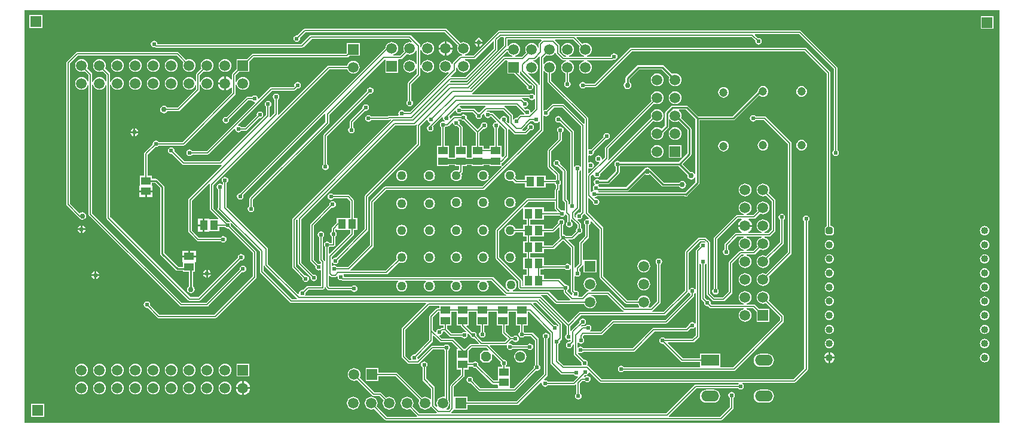
<source format=gbl>
G04 Layer_Physical_Order=2*
G04 Layer_Color=16711680*
%FSLAX25Y25*%
%MOIN*%
G70*
G01*
G75*
%ADD12R,0.04331X0.05512*%
%ADD16R,0.05512X0.04331*%
%ADD24C,0.00800*%
%ADD25C,0.01000*%
%ADD26C,0.03000*%
%ADD27R,0.05906X0.05906*%
%ADD28C,0.05906*%
%ADD29C,0.04724*%
%ADD30R,0.05906X0.05906*%
%ADD31C,0.05512*%
%ADD32P,0.05966X8X22.5*%
%ADD33O,0.10000X0.06000*%
%ADD34R,0.10000X0.06000*%
G04:AMPARAMS|DCode=35|XSize=40mil|YSize=40mil|CornerRadius=10mil|HoleSize=0mil|Usage=FLASHONLY|Rotation=0.000|XOffset=0mil|YOffset=0mil|HoleType=Round|Shape=RoundedRectangle|*
%AMROUNDEDRECTD35*
21,1,0.04000,0.02000,0,0,0.0*
21,1,0.02000,0.04000,0,0,0.0*
1,1,0.02000,0.01000,-0.01000*
1,1,0.02000,-0.01000,-0.01000*
1,1,0.02000,-0.01000,0.01000*
1,1,0.02000,0.01000,0.01000*
%
%ADD35ROUNDEDRECTD35*%
%ADD36C,0.04000*%
%ADD37C,0.02400*%
%ADD38C,0.03000*%
%ADD39C,0.05000*%
G36*
X529378Y221500D02*
Y1122D01*
X-14378D01*
Y220500D01*
Y221500D01*
Y231379D01*
X529378D01*
Y221500D01*
D02*
G37*
%LPC*%
G36*
X-4447Y228553D02*
X-11553D01*
Y221447D01*
X-4447D01*
Y228553D01*
D02*
G37*
G36*
X526053Y228053D02*
X518947D01*
Y220947D01*
X526053D01*
Y228053D01*
D02*
G37*
G36*
X239000Y216020D02*
X238610Y215942D01*
X238279Y215721D01*
X238058Y215390D01*
X238029Y215244D01*
X237414Y214833D01*
X236928Y214105D01*
X236856Y213747D01*
X241144D01*
X241072Y214105D01*
X240586Y214833D01*
X239971Y215244D01*
X239942Y215390D01*
X239721Y215721D01*
X239390Y215942D01*
X239000Y216020D01*
D02*
G37*
G36*
X200520Y217500D02*
X145480D01*
X145090Y217422D01*
X144759Y217201D01*
X140078Y212520D01*
X59831D01*
X59696Y213202D01*
X59298Y213798D01*
X58702Y214196D01*
X58000Y214335D01*
X57298Y214196D01*
X56702Y213798D01*
X56304Y213202D01*
X56165Y212500D01*
X56304Y211798D01*
X56702Y211202D01*
X57298Y210804D01*
X58000Y210665D01*
X58347Y210734D01*
X58610Y210558D01*
X59000Y210480D01*
X140500D01*
X140890Y210558D01*
X141221Y210779D01*
X145903Y215461D01*
X200097D01*
X201534Y214024D01*
X201424Y213504D01*
X201384Y213467D01*
X200500Y213583D01*
X199573Y213461D01*
X198708Y213103D01*
X197966Y212534D01*
X197397Y211792D01*
X197039Y210927D01*
X196917Y210000D01*
X197039Y209073D01*
X197359Y208300D01*
X195078Y206020D01*
X191315D01*
X191282Y206520D01*
X191427Y206539D01*
X192292Y206897D01*
X193034Y207466D01*
X193603Y208208D01*
X193961Y209073D01*
X194083Y210000D01*
X193961Y210927D01*
X193603Y211792D01*
X193034Y212534D01*
X192292Y213103D01*
X191427Y213461D01*
X190500Y213583D01*
X189573Y213461D01*
X188708Y213103D01*
X187966Y212534D01*
X187397Y211792D01*
X187039Y210927D01*
X186971Y210413D01*
X105867Y129309D01*
X105298Y129196D01*
X104702Y128798D01*
X104304Y128202D01*
X104165Y127500D01*
X104304Y126798D01*
X104702Y126202D01*
X105298Y125804D01*
X106000Y125665D01*
X106702Y125804D01*
X107298Y126202D01*
X107696Y126798D01*
X107835Y127500D01*
X107696Y128202D01*
X107675Y128233D01*
X153050Y173608D01*
X153500Y173375D01*
X153512Y173363D01*
Y168922D01*
X111279Y126690D01*
X111058Y126359D01*
X110980Y125969D01*
Y121984D01*
X110702Y121798D01*
X110304Y121202D01*
X110165Y120500D01*
X110304Y119798D01*
X110702Y119202D01*
X111298Y118804D01*
X112000Y118665D01*
X112702Y118804D01*
X113298Y119202D01*
X113696Y119798D01*
X113835Y120500D01*
X113696Y121202D01*
X113298Y121798D01*
X113020Y121984D01*
Y125546D01*
X155252Y167779D01*
X155473Y168110D01*
X155551Y168500D01*
Y172946D01*
X186335Y203730D01*
X186923Y203611D01*
X186947Y203553D01*
X186947Y203480D01*
Y196447D01*
X194053D01*
Y203480D01*
X194053Y203553D01*
X194227Y203980D01*
X195500D01*
X195890Y204058D01*
X196221Y204279D01*
X198800Y206858D01*
X199573Y206539D01*
X200500Y206417D01*
X201427Y206539D01*
X202292Y206897D01*
X203034Y207466D01*
X203603Y208208D01*
X203961Y209073D01*
X203980Y209218D01*
X204480Y209185D01*
Y200815D01*
X203980Y200782D01*
X203961Y200927D01*
X203603Y201792D01*
X203034Y202534D01*
X202292Y203103D01*
X201427Y203461D01*
X200500Y203583D01*
X199573Y203461D01*
X198708Y203103D01*
X197966Y202534D01*
X197397Y201792D01*
X197039Y200927D01*
X196917Y200000D01*
X197039Y199073D01*
X197397Y198208D01*
X197966Y197466D01*
X198708Y196897D01*
X199573Y196539D01*
X200500Y196417D01*
X201427Y196539D01*
X202292Y196897D01*
X203034Y197466D01*
X203603Y198208D01*
X203961Y199073D01*
X203980Y199218D01*
X204480Y199185D01*
Y195922D01*
X199779Y191221D01*
X199558Y190890D01*
X199480Y190500D01*
Y180984D01*
X199202Y180798D01*
X198804Y180202D01*
X198665Y179500D01*
X198804Y178798D01*
X199202Y178202D01*
X199798Y177804D01*
X200500Y177665D01*
X201202Y177804D01*
X201798Y178202D01*
X202196Y178798D01*
X202335Y179500D01*
X202196Y180202D01*
X201798Y180798D01*
X201520Y180984D01*
Y190078D01*
X206221Y194779D01*
X206442Y195110D01*
X206520Y195500D01*
Y199185D01*
X207020Y199218D01*
X207039Y199073D01*
X207397Y198208D01*
X207966Y197466D01*
X208708Y196897D01*
X209573Y196539D01*
X210500Y196417D01*
X211427Y196539D01*
X212292Y196897D01*
X213034Y197466D01*
X213603Y198208D01*
X213961Y199073D01*
X214083Y200000D01*
X213961Y200927D01*
X213603Y201792D01*
X213034Y202534D01*
X212292Y203103D01*
X211427Y203461D01*
X210500Y203583D01*
X209573Y203461D01*
X208708Y203103D01*
X207966Y202534D01*
X207397Y201792D01*
X207039Y200927D01*
X207020Y200782D01*
X206520Y200815D01*
Y209185D01*
X207020Y209218D01*
X207039Y209073D01*
X207397Y208208D01*
X207966Y207466D01*
X208708Y206897D01*
X209573Y206539D01*
X210500Y206417D01*
X211427Y206539D01*
X212292Y206897D01*
X213034Y207466D01*
X213603Y208208D01*
X213961Y209073D01*
X214083Y210000D01*
X213961Y210927D01*
X213603Y211792D01*
X213034Y212534D01*
X212292Y213103D01*
X211427Y213461D01*
X210500Y213583D01*
X209573Y213461D01*
X208708Y213103D01*
X207966Y212534D01*
X207397Y211792D01*
X207039Y210927D01*
X207020Y210782D01*
X206520Y210815D01*
Y211500D01*
X206442Y211890D01*
X206221Y212221D01*
X201241Y217201D01*
X200910Y217422D01*
X200520Y217500D01*
D02*
G37*
G36*
X241144Y212747D02*
X239500D01*
Y211103D01*
X239858Y211174D01*
X240586Y211661D01*
X241072Y212388D01*
X241144Y212747D01*
D02*
G37*
G36*
X238500D02*
X236856D01*
X236928Y212388D01*
X237414Y211661D01*
X238142Y211174D01*
X238500Y211103D01*
Y212747D01*
D02*
G37*
G36*
X221000Y213921D02*
Y210500D01*
X224421D01*
X224351Y211032D01*
X223953Y211993D01*
X223319Y212819D01*
X222493Y213453D01*
X221532Y213851D01*
X221000Y213921D01*
D02*
G37*
G36*
X220000D02*
X219468Y213851D01*
X218507Y213453D01*
X217681Y212819D01*
X217047Y211993D01*
X216649Y211032D01*
X216579Y210500D01*
X220000D01*
Y213921D01*
D02*
G37*
G36*
X224421Y209500D02*
X221000D01*
Y206079D01*
X221532Y206149D01*
X222493Y206547D01*
X223319Y207181D01*
X223953Y208007D01*
X224351Y208968D01*
X224421Y209500D01*
D02*
G37*
G36*
X220000D02*
X216579D01*
X216649Y208968D01*
X217047Y208007D01*
X217681Y207181D01*
X218507Y206547D01*
X219468Y206149D01*
X220000Y206079D01*
Y209500D01*
D02*
G37*
G36*
X341450Y200622D02*
X341450Y200622D01*
X327950D01*
X327950Y200622D01*
X327520Y200536D01*
X327157Y200293D01*
X327157Y200293D01*
X321157Y194293D01*
X320914Y193929D01*
X320828Y193500D01*
X320828Y193500D01*
Y191276D01*
X320436Y191014D01*
X319972Y190319D01*
X319809Y189500D01*
X319972Y188681D01*
X320436Y187986D01*
X321130Y187522D01*
X321950Y187359D01*
X322769Y187522D01*
X323464Y187986D01*
X323928Y188681D01*
X324091Y189500D01*
X323928Y190319D01*
X323464Y191014D01*
X323071Y191276D01*
Y193035D01*
X328414Y198378D01*
X340985D01*
X345266Y194098D01*
X344988Y193427D01*
X344866Y192500D01*
X344988Y191572D01*
X345346Y190708D01*
X345916Y189966D01*
X346658Y189397D01*
X347522Y189039D01*
X348450Y188917D01*
X349377Y189039D01*
X350241Y189397D01*
X350984Y189966D01*
X351553Y190708D01*
X351911Y191572D01*
X352033Y192500D01*
X351911Y193427D01*
X351553Y194292D01*
X350984Y195034D01*
X350241Y195603D01*
X349377Y195961D01*
X348450Y196083D01*
X347522Y195961D01*
X346852Y195684D01*
X342243Y200293D01*
X341879Y200536D01*
X341450Y200622D01*
D02*
G37*
G36*
X97500Y204083D02*
X96573Y203961D01*
X95708Y203603D01*
X94966Y203034D01*
X94397Y202292D01*
X94039Y201427D01*
X93917Y200500D01*
X94039Y199573D01*
X94397Y198708D01*
X94966Y197966D01*
X95708Y197397D01*
X96573Y197039D01*
X97500Y196917D01*
X98427Y197039D01*
X99292Y197397D01*
X100034Y197966D01*
X100603Y198708D01*
X100961Y199573D01*
X101083Y200500D01*
X100961Y201427D01*
X100603Y202292D01*
X100034Y203034D01*
X99292Y203603D01*
X98427Y203961D01*
X97500Y204083D01*
D02*
G37*
G36*
X87500D02*
X86573Y203961D01*
X85708Y203603D01*
X84966Y203034D01*
X84397Y202292D01*
X84039Y201427D01*
X83917Y200500D01*
X84039Y199573D01*
X84359Y198800D01*
X81779Y196221D01*
X81558Y195890D01*
X81480Y195500D01*
Y191315D01*
X80980Y191282D01*
X80961Y191427D01*
X80603Y192292D01*
X80034Y193034D01*
X79292Y193603D01*
X78427Y193961D01*
X77500Y194083D01*
X76573Y193961D01*
X75708Y193603D01*
X74966Y193034D01*
X74397Y192292D01*
X74039Y191427D01*
X73917Y190500D01*
X74039Y189573D01*
X74397Y188708D01*
X74966Y187966D01*
X75708Y187397D01*
X76573Y187039D01*
X77500Y186917D01*
X78427Y187039D01*
X79292Y187397D01*
X80034Y187966D01*
X80603Y188708D01*
X80961Y189573D01*
X80980Y189718D01*
X81480Y189685D01*
Y187422D01*
X71078Y177020D01*
X65344D01*
X65014Y177514D01*
X64319Y177978D01*
X63500Y178141D01*
X62681Y177978D01*
X61986Y177514D01*
X61522Y176819D01*
X61359Y176000D01*
X61522Y175181D01*
X61986Y174486D01*
X62681Y174022D01*
X63500Y173859D01*
X64319Y174022D01*
X65014Y174486D01*
X65344Y174980D01*
X71500D01*
X71890Y175058D01*
X72221Y175279D01*
X83221Y186279D01*
X83442Y186610D01*
X83520Y187000D01*
Y189685D01*
X84020Y189718D01*
X84039Y189573D01*
X84397Y188708D01*
X84966Y187966D01*
X85708Y187397D01*
X86573Y187039D01*
X87500Y186917D01*
X88427Y187039D01*
X89292Y187397D01*
X90034Y187966D01*
X90603Y188708D01*
X90961Y189573D01*
X91083Y190500D01*
X90961Y191427D01*
X90603Y192292D01*
X90034Y193034D01*
X89292Y193603D01*
X88427Y193961D01*
X87500Y194083D01*
X86573Y193961D01*
X85708Y193603D01*
X84966Y193034D01*
X84397Y192292D01*
X84039Y191427D01*
X84020Y191282D01*
X83520Y191315D01*
Y195078D01*
X85800Y197359D01*
X86573Y197039D01*
X87500Y196917D01*
X88427Y197039D01*
X89292Y197397D01*
X90034Y197966D01*
X90603Y198708D01*
X90961Y199573D01*
X91083Y200500D01*
X90961Y201427D01*
X90603Y202292D01*
X90034Y203034D01*
X89292Y203603D01*
X88427Y203961D01*
X87500Y204083D01*
D02*
G37*
G36*
X71000Y208020D02*
X15000D01*
X14610Y207942D01*
X14279Y207721D01*
X9279Y202721D01*
X9058Y202390D01*
X8980Y202000D01*
Y123000D01*
X9058Y122610D01*
X9279Y122279D01*
X15752Y115806D01*
X16083Y115585D01*
X16107Y115580D01*
X16486Y115013D01*
X17181Y114549D01*
X18000Y114386D01*
X18819Y114549D01*
X19514Y115013D01*
X19978Y115707D01*
X20141Y116527D01*
X19978Y117346D01*
X19514Y118041D01*
X18819Y118505D01*
X18000Y118668D01*
X17181Y118505D01*
X16486Y118041D01*
X16409Y118033D01*
X11020Y123422D01*
Y201578D01*
X15422Y205980D01*
X70578D01*
X74358Y202200D01*
X74039Y201427D01*
X73917Y200500D01*
X74039Y199573D01*
X74397Y198708D01*
X74966Y197966D01*
X75708Y197397D01*
X76573Y197039D01*
X77500Y196917D01*
X78427Y197039D01*
X79292Y197397D01*
X80034Y197966D01*
X80603Y198708D01*
X80961Y199573D01*
X81083Y200500D01*
X80961Y201427D01*
X80603Y202292D01*
X80034Y203034D01*
X79292Y203603D01*
X78427Y203961D01*
X77500Y204083D01*
X76573Y203961D01*
X75800Y203642D01*
X71721Y207721D01*
X71390Y207942D01*
X71000Y208020D01*
D02*
G37*
G36*
X67500Y204083D02*
X66573Y203961D01*
X65708Y203603D01*
X64966Y203034D01*
X64397Y202292D01*
X64039Y201427D01*
X63917Y200500D01*
X64039Y199573D01*
X64397Y198708D01*
X64966Y197966D01*
X65708Y197397D01*
X66573Y197039D01*
X67500Y196917D01*
X68427Y197039D01*
X69292Y197397D01*
X70034Y197966D01*
X70603Y198708D01*
X70961Y199573D01*
X71083Y200500D01*
X70961Y201427D01*
X70603Y202292D01*
X70034Y203034D01*
X69292Y203603D01*
X68427Y203961D01*
X67500Y204083D01*
D02*
G37*
G36*
X57500D02*
X56573Y203961D01*
X55708Y203603D01*
X54966Y203034D01*
X54397Y202292D01*
X54039Y201427D01*
X53917Y200500D01*
X54039Y199573D01*
X54397Y198708D01*
X54966Y197966D01*
X55708Y197397D01*
X56573Y197039D01*
X57500Y196917D01*
X58427Y197039D01*
X59292Y197397D01*
X60034Y197966D01*
X60603Y198708D01*
X60961Y199573D01*
X61083Y200500D01*
X60961Y201427D01*
X60603Y202292D01*
X60034Y203034D01*
X59292Y203603D01*
X58427Y203961D01*
X57500Y204083D01*
D02*
G37*
G36*
X47500D02*
X46573Y203961D01*
X45708Y203603D01*
X44966Y203034D01*
X44397Y202292D01*
X44039Y201427D01*
X43917Y200500D01*
X44039Y199573D01*
X44397Y198708D01*
X44966Y197966D01*
X45708Y197397D01*
X46573Y197039D01*
X47500Y196917D01*
X48427Y197039D01*
X49292Y197397D01*
X50034Y197966D01*
X50603Y198708D01*
X50961Y199573D01*
X51083Y200500D01*
X50961Y201427D01*
X50603Y202292D01*
X50034Y203034D01*
X49292Y203603D01*
X48427Y203961D01*
X47500Y204083D01*
D02*
G37*
G36*
X37500D02*
X36573Y203961D01*
X35708Y203603D01*
X34966Y203034D01*
X34397Y202292D01*
X34039Y201427D01*
X33917Y200500D01*
X34039Y199573D01*
X34397Y198708D01*
X34966Y197966D01*
X35708Y197397D01*
X36573Y197039D01*
X37500Y196917D01*
X38427Y197039D01*
X39292Y197397D01*
X40034Y197966D01*
X40603Y198708D01*
X40961Y199573D01*
X41083Y200500D01*
X40961Y201427D01*
X40603Y202292D01*
X40034Y203034D01*
X39292Y203603D01*
X38427Y203961D01*
X37500Y204083D01*
D02*
G37*
G36*
X172553Y213053D02*
X165447D01*
Y207389D01*
X165078Y207020D01*
X113000D01*
X112610Y206942D01*
X112279Y206721D01*
X109611Y204053D01*
X103947D01*
Y198389D01*
X101779Y196221D01*
X101558Y195890D01*
X101480Y195500D01*
Y192526D01*
X100980Y192427D01*
X100953Y192493D01*
X100319Y193319D01*
X99493Y193953D01*
X98532Y194351D01*
X98000Y194421D01*
Y190500D01*
Y186579D01*
X98532Y186649D01*
X99493Y187047D01*
X100319Y187681D01*
X100953Y188507D01*
X100980Y188573D01*
X101480Y188474D01*
Y185422D01*
X73897Y157839D01*
X60484D01*
X60298Y158117D01*
X59702Y158515D01*
X59000Y158655D01*
X58298Y158515D01*
X57702Y158117D01*
X57304Y157522D01*
X57165Y156819D01*
X57230Y156491D01*
X52714Y151975D01*
X52493Y151645D01*
X52415Y151254D01*
Y138903D01*
X50079D01*
Y133398D01*
X49679D01*
Y130732D01*
X53435D01*
X57191D01*
Y133398D01*
X56791D01*
Y135016D01*
X58535D01*
X61378Y132173D01*
Y95500D01*
X61378Y95500D01*
X61464Y95071D01*
X61707Y94707D01*
X70135Y86279D01*
X70498Y86036D01*
X70928Y85951D01*
X70928Y85951D01*
X74144D01*
Y85282D01*
X77353D01*
Y77301D01*
X76961Y77039D01*
X76497Y76345D01*
X76334Y75525D01*
X76497Y74706D01*
X76961Y74011D01*
X77656Y73547D01*
X78475Y73384D01*
X79294Y73547D01*
X79989Y74011D01*
X80453Y74706D01*
X80616Y75525D01*
X80453Y76345D01*
X79989Y77039D01*
X79596Y77301D01*
Y85282D01*
X80856D01*
Y90787D01*
X81256D01*
Y93453D01*
X73744D01*
Y90787D01*
X74144D01*
Y88194D01*
X71392D01*
X63622Y95965D01*
Y132638D01*
X63622Y132638D01*
X63536Y133067D01*
X63293Y133431D01*
X63293Y133431D01*
X59793Y136931D01*
X59429Y137174D01*
X59000Y137259D01*
X59000Y137259D01*
X56791D01*
Y138903D01*
X54455D01*
Y150832D01*
X58672Y155049D01*
X59000Y154984D01*
X59702Y155124D01*
X60298Y155522D01*
X60484Y155800D01*
X74319D01*
X74709Y155877D01*
X75040Y156098D01*
X103221Y184279D01*
X103442Y184610D01*
X103520Y185000D01*
Y189685D01*
X104020Y189718D01*
X104039Y189573D01*
X104397Y188708D01*
X104966Y187966D01*
X105708Y187397D01*
X106573Y187039D01*
X107500Y186917D01*
X108427Y187039D01*
X109292Y187397D01*
X110034Y187966D01*
X110603Y188708D01*
X110961Y189573D01*
X111083Y190500D01*
X110961Y191427D01*
X110603Y192292D01*
X110034Y193034D01*
X109292Y193603D01*
X108427Y193961D01*
X107500Y194083D01*
X106573Y193961D01*
X105708Y193603D01*
X104966Y193034D01*
X104397Y192292D01*
X104039Y191427D01*
X104020Y191282D01*
X103520Y191315D01*
Y195078D01*
X105389Y196947D01*
X111053D01*
Y202611D01*
X113422Y204980D01*
X165500D01*
X165890Y205058D01*
X166221Y205279D01*
X166889Y205947D01*
X172553D01*
Y213053D01*
D02*
G37*
G36*
X27500Y204083D02*
X26573Y203961D01*
X25708Y203603D01*
X24966Y203034D01*
X24397Y202292D01*
X24039Y201427D01*
X23917Y200500D01*
X24039Y199573D01*
X24397Y198708D01*
X24966Y197966D01*
X25708Y197397D01*
X26573Y197039D01*
X27500Y196917D01*
X28427Y197039D01*
X29200Y197359D01*
X31480Y195078D01*
Y191315D01*
X30980Y191282D01*
X30961Y191427D01*
X30603Y192292D01*
X30034Y193034D01*
X29292Y193603D01*
X28427Y193961D01*
X27500Y194083D01*
X26573Y193961D01*
X25708Y193603D01*
X24966Y193034D01*
X24397Y192292D01*
X24039Y191427D01*
X24020Y191282D01*
X23520Y191315D01*
Y195500D01*
X23442Y195890D01*
X23221Y196221D01*
X20641Y198800D01*
X20961Y199573D01*
X21083Y200500D01*
X20961Y201427D01*
X20603Y202292D01*
X20034Y203034D01*
X19292Y203603D01*
X18427Y203961D01*
X17500Y204083D01*
X16573Y203961D01*
X15708Y203603D01*
X14966Y203034D01*
X14397Y202292D01*
X14039Y201427D01*
X13917Y200500D01*
X14039Y199573D01*
X14397Y198708D01*
X14966Y197966D01*
X15708Y197397D01*
X16573Y197039D01*
X17500Y196917D01*
X18427Y197039D01*
X19200Y197359D01*
X21480Y195078D01*
Y191315D01*
X20980Y191282D01*
X20961Y191427D01*
X20603Y192292D01*
X20034Y193034D01*
X19292Y193603D01*
X18427Y193961D01*
X17500Y194083D01*
X16573Y193961D01*
X15708Y193603D01*
X14966Y193034D01*
X14397Y192292D01*
X14039Y191427D01*
X13917Y190500D01*
X14039Y189573D01*
X14397Y188708D01*
X14966Y187966D01*
X15708Y187397D01*
X16573Y187039D01*
X17500Y186917D01*
X18427Y187039D01*
X19292Y187397D01*
X20034Y187966D01*
X20603Y188708D01*
X20961Y189573D01*
X20980Y189718D01*
X21480Y189685D01*
Y117500D01*
X21558Y117110D01*
X21779Y116779D01*
X72279Y66279D01*
X72610Y66058D01*
X73000Y65980D01*
X87500D01*
X87890Y66058D01*
X88221Y66279D01*
X107172Y85230D01*
X107500Y85165D01*
X108202Y85304D01*
X108798Y85702D01*
X109196Y86298D01*
X109335Y87000D01*
X109196Y87702D01*
X108798Y88298D01*
X108202Y88696D01*
X107500Y88835D01*
X106798Y88696D01*
X106202Y88298D01*
X105804Y87702D01*
X105665Y87000D01*
X105730Y86672D01*
X87078Y68020D01*
X73422D01*
X23520Y117922D01*
Y189685D01*
X24020Y189718D01*
X24039Y189573D01*
X24397Y188708D01*
X24966Y187966D01*
X25708Y187397D01*
X26573Y187039D01*
X27500Y186917D01*
X28427Y187039D01*
X29292Y187397D01*
X30034Y187966D01*
X30603Y188708D01*
X30961Y189573D01*
X30980Y189718D01*
X31480Y189685D01*
Y115500D01*
X31558Y115110D01*
X31779Y114779D01*
X77094Y69464D01*
X77425Y69243D01*
X77815Y69165D01*
X83185D01*
X83575Y69243D01*
X83906Y69464D01*
X106172Y91730D01*
X106500Y91665D01*
X107202Y91804D01*
X107798Y92202D01*
X108196Y92798D01*
X108335Y93500D01*
X108196Y94202D01*
X107798Y94798D01*
X107202Y95196D01*
X106500Y95335D01*
X105798Y95196D01*
X105202Y94798D01*
X104804Y94202D01*
X104665Y93500D01*
X104730Y93172D01*
X82763Y71205D01*
X78237D01*
X33520Y115922D01*
Y189685D01*
X34020Y189718D01*
X34039Y189573D01*
X34397Y188708D01*
X34966Y187966D01*
X35708Y187397D01*
X36573Y187039D01*
X37500Y186917D01*
X38427Y187039D01*
X39292Y187397D01*
X40034Y187966D01*
X40603Y188708D01*
X40961Y189573D01*
X41083Y190500D01*
X40961Y191427D01*
X40603Y192292D01*
X40034Y193034D01*
X39292Y193603D01*
X38427Y193961D01*
X37500Y194083D01*
X36573Y193961D01*
X35708Y193603D01*
X34966Y193034D01*
X34397Y192292D01*
X34039Y191427D01*
X34020Y191282D01*
X33520Y191315D01*
Y195500D01*
X33442Y195890D01*
X33221Y196221D01*
X30641Y198800D01*
X30961Y199573D01*
X31083Y200500D01*
X30961Y201427D01*
X30603Y202292D01*
X30034Y203034D01*
X29292Y203603D01*
X28427Y203961D01*
X27500Y204083D01*
D02*
G37*
G36*
X97000Y194421D02*
X96468Y194351D01*
X95507Y193953D01*
X94681Y193319D01*
X94047Y192493D01*
X93649Y191532D01*
X93579Y191000D01*
X97000D01*
Y194421D01*
D02*
G37*
G36*
X338450Y196083D02*
X337522Y195961D01*
X336658Y195603D01*
X335916Y195034D01*
X335346Y194292D01*
X334988Y193427D01*
X334866Y192500D01*
X334988Y191572D01*
X335346Y190708D01*
X335916Y189966D01*
X336658Y189397D01*
X337522Y189039D01*
X338450Y188917D01*
X339377Y189039D01*
X340241Y189397D01*
X340984Y189966D01*
X341553Y190708D01*
X341911Y191572D01*
X342033Y192500D01*
X341911Y193427D01*
X341553Y194292D01*
X340984Y195034D01*
X340241Y195603D01*
X339377Y195961D01*
X338450Y196083D01*
D02*
G37*
G36*
X138000Y191335D02*
X137298Y191196D01*
X136702Y190798D01*
X136304Y190202D01*
X136165Y189500D01*
X136230Y189172D01*
X135578Y188520D01*
X123500D01*
X123110Y188442D01*
X122779Y188221D01*
X116292Y181734D01*
X115831Y181980D01*
X115835Y182000D01*
X115696Y182702D01*
X115298Y183298D01*
X114702Y183696D01*
X114000Y183835D01*
X113298Y183696D01*
X112702Y183298D01*
X112516Y183020D01*
X110000D01*
X109610Y182942D01*
X109279Y182721D01*
X98328Y171770D01*
X98000Y171835D01*
X97298Y171696D01*
X96702Y171298D01*
X96304Y170702D01*
X96165Y170000D01*
X96304Y169298D01*
X96702Y168702D01*
X97298Y168304D01*
X98000Y168165D01*
X98702Y168304D01*
X99298Y168702D01*
X99696Y169298D01*
X99835Y170000D01*
X99770Y170328D01*
X110422Y180980D01*
X112516D01*
X112702Y180702D01*
X113298Y180304D01*
X114000Y180165D01*
X114020Y180169D01*
X114266Y179708D01*
X87393Y152835D01*
X79299D01*
X79113Y153113D01*
X78517Y153510D01*
X77815Y153650D01*
X77113Y153510D01*
X76517Y153113D01*
X76119Y152517D01*
X75980Y151815D01*
X76119Y151113D01*
X76517Y150517D01*
X77113Y150119D01*
X77815Y149980D01*
X78517Y150119D01*
X79113Y150517D01*
X79299Y150795D01*
X87815D01*
X88205Y150873D01*
X88536Y151094D01*
X102708Y165266D01*
X103169Y165020D01*
X103165Y165000D01*
X103304Y164298D01*
X103702Y163702D01*
X104298Y163304D01*
X105000Y163165D01*
X105702Y163304D01*
X106298Y163702D01*
X106483Y163980D01*
X109000D01*
X109390Y164058D01*
X109721Y164279D01*
X116672Y171230D01*
X117000Y171165D01*
X117702Y171304D01*
X118298Y171702D01*
X118696Y172298D01*
X118835Y173000D01*
X118696Y173702D01*
X118298Y174298D01*
X117702Y174696D01*
X117000Y174835D01*
X116298Y174696D01*
X115702Y174298D01*
X115304Y173702D01*
X115165Y173000D01*
X115230Y172672D01*
X108578Y166020D01*
X106483D01*
X106298Y166298D01*
X105702Y166696D01*
X105000Y166835D01*
X104980Y166831D01*
X104734Y167292D01*
X123922Y186480D01*
X136000D01*
X136390Y186558D01*
X136721Y186779D01*
X137672Y187730D01*
X138000Y187665D01*
X138702Y187804D01*
X139298Y188202D01*
X139696Y188798D01*
X139835Y189500D01*
X139696Y190202D01*
X139298Y190798D01*
X138702Y191196D01*
X138000Y191335D01*
D02*
G37*
G36*
X67500Y194083D02*
X66573Y193961D01*
X65708Y193603D01*
X64966Y193034D01*
X64397Y192292D01*
X64039Y191427D01*
X63917Y190500D01*
X64039Y189573D01*
X64397Y188708D01*
X64966Y187966D01*
X65708Y187397D01*
X66573Y187039D01*
X67500Y186917D01*
X68427Y187039D01*
X69292Y187397D01*
X70034Y187966D01*
X70603Y188708D01*
X70961Y189573D01*
X71083Y190500D01*
X70961Y191427D01*
X70603Y192292D01*
X70034Y193034D01*
X69292Y193603D01*
X68427Y193961D01*
X67500Y194083D01*
D02*
G37*
G36*
X57500D02*
X56573Y193961D01*
X55708Y193603D01*
X54966Y193034D01*
X54397Y192292D01*
X54039Y191427D01*
X53917Y190500D01*
X54039Y189573D01*
X54397Y188708D01*
X54966Y187966D01*
X55708Y187397D01*
X56573Y187039D01*
X57500Y186917D01*
X58427Y187039D01*
X59292Y187397D01*
X60034Y187966D01*
X60603Y188708D01*
X60961Y189573D01*
X61083Y190500D01*
X60961Y191427D01*
X60603Y192292D01*
X60034Y193034D01*
X59292Y193603D01*
X58427Y193961D01*
X57500Y194083D01*
D02*
G37*
G36*
X47500D02*
X46573Y193961D01*
X45708Y193603D01*
X44966Y193034D01*
X44397Y192292D01*
X44039Y191427D01*
X43917Y190500D01*
X44039Y189573D01*
X44397Y188708D01*
X44966Y187966D01*
X45708Y187397D01*
X46573Y187039D01*
X47500Y186917D01*
X48427Y187039D01*
X49292Y187397D01*
X50034Y187966D01*
X50603Y188708D01*
X50961Y189573D01*
X51083Y190500D01*
X50961Y191427D01*
X50603Y192292D01*
X50034Y193034D01*
X49292Y193603D01*
X48427Y193961D01*
X47500Y194083D01*
D02*
G37*
G36*
X97000Y190000D02*
X93579D01*
X93649Y189468D01*
X94047Y188507D01*
X94681Y187681D01*
X95507Y187047D01*
X96468Y186649D01*
X97000Y186579D01*
Y190000D01*
D02*
G37*
G36*
X178500Y188335D02*
X177798Y188196D01*
X177202Y187798D01*
X176804Y187202D01*
X176665Y186500D01*
X176730Y186172D01*
X152779Y162221D01*
X152558Y161890D01*
X152480Y161500D01*
Y145484D01*
X152202Y145298D01*
X151804Y144702D01*
X151665Y144000D01*
X151804Y143298D01*
X152202Y142702D01*
X152798Y142304D01*
X153500Y142165D01*
X154202Y142304D01*
X154798Y142702D01*
X155196Y143298D01*
X155335Y144000D01*
X155196Y144702D01*
X154798Y145298D01*
X154520Y145484D01*
Y161078D01*
X178172Y184730D01*
X178500Y184665D01*
X179202Y184804D01*
X179798Y185202D01*
X180196Y185798D01*
X180335Y186500D01*
X180196Y187202D01*
X179798Y187798D01*
X179202Y188196D01*
X178500Y188335D01*
D02*
G37*
G36*
X418997Y188988D02*
X418224Y188886D01*
X417503Y188587D01*
X416884Y188113D01*
X416409Y187494D01*
X416111Y186773D01*
X416009Y186000D01*
X416111Y185227D01*
X416409Y184506D01*
X416884Y183887D01*
X417503Y183413D01*
X418224Y183114D01*
X418997Y183012D01*
X419770Y183114D01*
X420491Y183413D01*
X421110Y183887D01*
X421585Y184506D01*
X421883Y185227D01*
X421985Y186000D01*
X421883Y186773D01*
X421585Y187494D01*
X421110Y188113D01*
X420491Y188587D01*
X419770Y188886D01*
X418997Y188988D01*
D02*
G37*
G36*
X375450Y188488D02*
X374676Y188386D01*
X373956Y188087D01*
X373337Y187613D01*
X372862Y186994D01*
X372564Y186273D01*
X372462Y185500D01*
X372564Y184727D01*
X372862Y184006D01*
X373337Y183387D01*
X373956Y182913D01*
X374676Y182614D01*
X375450Y182512D01*
X376223Y182614D01*
X376944Y182913D01*
X377562Y183387D01*
X378037Y184006D01*
X378336Y184727D01*
X378437Y185500D01*
X378336Y186273D01*
X378037Y186994D01*
X377562Y187613D01*
X376944Y188087D01*
X376223Y188386D01*
X375450Y188488D01*
D02*
G37*
G36*
X348450Y186083D02*
X347522Y185961D01*
X346658Y185603D01*
X345916Y185034D01*
X345346Y184292D01*
X344988Y183427D01*
X344866Y182500D01*
X344988Y181572D01*
X345346Y180708D01*
X345916Y179966D01*
X346658Y179397D01*
X347522Y179039D01*
X348450Y178917D01*
X349377Y179039D01*
X350241Y179397D01*
X350984Y179966D01*
X351553Y180708D01*
X351911Y181572D01*
X352033Y182500D01*
X351911Y183427D01*
X351553Y184292D01*
X350984Y185034D01*
X350241Y185603D01*
X349377Y185961D01*
X348450Y186083D01*
D02*
G37*
G36*
X175902Y178835D02*
X175199Y178696D01*
X174604Y178298D01*
X174206Y177702D01*
X174066Y177000D01*
X174132Y176672D01*
X167279Y169819D01*
X167058Y169489D01*
X166980Y169098D01*
Y165984D01*
X166702Y165798D01*
X166304Y165202D01*
X166165Y164500D01*
X166304Y163798D01*
X166702Y163202D01*
X167298Y162804D01*
X168000Y162665D01*
X168702Y162804D01*
X169298Y163202D01*
X169696Y163798D01*
X169835Y164500D01*
X169696Y165202D01*
X169298Y165798D01*
X169020Y165984D01*
Y168676D01*
X175574Y175230D01*
X175902Y175165D01*
X176604Y175304D01*
X177199Y175702D01*
X177597Y176298D01*
X177737Y177000D01*
X177597Y177702D01*
X177199Y178298D01*
X176604Y178696D01*
X175902Y178835D01*
D02*
G37*
G36*
X47500Y165354D02*
Y163710D01*
X49144D01*
X49072Y164069D01*
X48586Y164796D01*
X47858Y165283D01*
X47500Y165354D01*
D02*
G37*
G36*
X46500D02*
X46142Y165283D01*
X45414Y164796D01*
X44928Y164069D01*
X44856Y163710D01*
X46500D01*
Y165354D01*
D02*
G37*
G36*
X49144Y162710D02*
X47500D01*
Y161067D01*
X47858Y161138D01*
X48586Y161624D01*
X49072Y162352D01*
X49144Y162710D01*
D02*
G37*
G36*
X46500D02*
X44856D01*
X44928Y162352D01*
X45414Y161624D01*
X46142Y161138D01*
X46500Y161067D01*
Y162710D01*
D02*
G37*
G36*
X348450Y166083D02*
X347522Y165961D01*
X346658Y165603D01*
X345916Y165034D01*
X345346Y164292D01*
X344988Y163427D01*
X344866Y162500D01*
X344988Y161573D01*
X345346Y160708D01*
X345916Y159966D01*
X346658Y159397D01*
X347522Y159039D01*
X348450Y158917D01*
X349377Y159039D01*
X350241Y159397D01*
X350984Y159966D01*
X351553Y160708D01*
X351911Y161573D01*
X352033Y162500D01*
X351911Y163427D01*
X351553Y164292D01*
X350984Y165034D01*
X350241Y165603D01*
X349377Y165961D01*
X348450Y166083D01*
D02*
G37*
G36*
X418997Y158988D02*
X418224Y158886D01*
X417503Y158588D01*
X416884Y158113D01*
X416409Y157494D01*
X416111Y156773D01*
X416009Y156000D01*
X416111Y155227D01*
X416409Y154506D01*
X416884Y153887D01*
X417503Y153412D01*
X418224Y153114D01*
X418997Y153012D01*
X419770Y153114D01*
X420491Y153412D01*
X421110Y153887D01*
X421585Y154506D01*
X421883Y155227D01*
X421985Y156000D01*
X421883Y156773D01*
X421585Y157494D01*
X421110Y158113D01*
X420491Y158588D01*
X419770Y158886D01*
X418997Y158988D01*
D02*
G37*
G36*
X397450D02*
X396676Y158886D01*
X395956Y158588D01*
X395337Y158113D01*
X394862Y157494D01*
X394564Y156773D01*
X394462Y156000D01*
X394564Y155227D01*
X394862Y154506D01*
X395337Y153887D01*
X395956Y153412D01*
X396676Y153114D01*
X397450Y153012D01*
X398223Y153114D01*
X398944Y153412D01*
X399562Y153887D01*
X400037Y154506D01*
X400336Y155227D01*
X400437Y156000D01*
X400336Y156773D01*
X400037Y157494D01*
X399562Y158113D01*
X398944Y158588D01*
X398223Y158886D01*
X397450Y158988D01*
D02*
G37*
G36*
X375450Y158488D02*
X374676Y158386D01*
X373956Y158088D01*
X373337Y157613D01*
X372862Y156994D01*
X372564Y156273D01*
X372462Y155500D01*
X372564Y154727D01*
X372862Y154006D01*
X373337Y153387D01*
X373956Y152912D01*
X374676Y152614D01*
X375450Y152512D01*
X376223Y152614D01*
X376944Y152912D01*
X377562Y153387D01*
X378037Y154006D01*
X378336Y154727D01*
X378437Y155500D01*
X378336Y156273D01*
X378037Y156994D01*
X377562Y157613D01*
X376944Y158088D01*
X376223Y158386D01*
X375450Y158488D01*
D02*
G37*
G36*
X220500Y221020D02*
X142000D01*
X141610Y220942D01*
X141279Y220721D01*
X137828Y217270D01*
X137500Y217335D01*
X136798Y217196D01*
X136202Y216798D01*
X135804Y216202D01*
X135665Y215500D01*
X135804Y214798D01*
X136202Y214202D01*
X136798Y213804D01*
X137500Y213665D01*
X138202Y213804D01*
X138798Y214202D01*
X139196Y214798D01*
X139335Y215500D01*
X139270Y215828D01*
X142422Y218980D01*
X220078D01*
X227359Y211700D01*
X227039Y210927D01*
X226917Y210000D01*
X227039Y209073D01*
X227397Y208208D01*
X227966Y207466D01*
X228708Y206897D01*
X229573Y206539D01*
X229718Y206520D01*
X229685Y206020D01*
X229000D01*
X228610Y205942D01*
X228279Y205721D01*
X224779Y202221D01*
X224558Y201890D01*
X224480Y201500D01*
Y200815D01*
X223980Y200782D01*
X223961Y200927D01*
X223603Y201792D01*
X223034Y202534D01*
X222292Y203103D01*
X221427Y203461D01*
X220500Y203583D01*
X219573Y203461D01*
X218708Y203103D01*
X217966Y202534D01*
X217397Y201792D01*
X217039Y200927D01*
X216917Y200000D01*
X217039Y199073D01*
X217397Y198208D01*
X217966Y197466D01*
X218708Y196897D01*
X219573Y196539D01*
X220500Y196417D01*
X221427Y196539D01*
X222030Y196788D01*
X222313Y196364D01*
X200704Y174755D01*
X197484D01*
X197298Y175033D01*
X196702Y175431D01*
X196000Y175571D01*
X195298Y175431D01*
X194702Y175033D01*
X194304Y174438D01*
X194165Y173735D01*
X194304Y173033D01*
X194353Y172961D01*
X194117Y172520D01*
X189000D01*
X188610Y172442D01*
X188279Y172221D01*
X188078Y172020D01*
X178984D01*
X178798Y172298D01*
X178202Y172696D01*
X177500Y172835D01*
X176798Y172696D01*
X176202Y172298D01*
X175804Y171702D01*
X175665Y171000D01*
X175804Y170298D01*
X176202Y169702D01*
X176798Y169304D01*
X177500Y169165D01*
X178202Y169304D01*
X178798Y169702D01*
X178984Y169980D01*
X188500D01*
X188890Y170058D01*
X189221Y170279D01*
X189422Y170480D01*
X189885D01*
X190076Y170018D01*
X135279Y115221D01*
X135058Y114890D01*
X134980Y114500D01*
Y88000D01*
X135058Y87610D01*
X135279Y87279D01*
X140730Y81828D01*
X140665Y81500D01*
X140804Y80798D01*
X141202Y80202D01*
X141798Y79804D01*
X142500Y79665D01*
X143202Y79804D01*
X143798Y80202D01*
X144196Y80798D01*
X144335Y81500D01*
X144196Y82202D01*
X143798Y82798D01*
X143202Y83196D01*
X142500Y83335D01*
X142172Y83270D01*
X137020Y88422D01*
Y114078D01*
X137480Y114539D01*
X137980Y114331D01*
Y90000D01*
X138058Y89610D01*
X138279Y89279D01*
X145230Y82328D01*
X145165Y82000D01*
X145304Y81298D01*
X145702Y80702D01*
X146298Y80304D01*
X147000Y80165D01*
X147702Y80304D01*
X148298Y80702D01*
X148696Y81298D01*
X148835Y82000D01*
X148696Y82702D01*
X148298Y83298D01*
X147702Y83696D01*
X147000Y83835D01*
X146672Y83770D01*
X140020Y90422D01*
Y114578D01*
X192422Y166980D01*
X203000D01*
X203390Y167058D01*
X203721Y167279D01*
X204207Y167766D01*
X204596Y167447D01*
X204558Y167390D01*
X204480Y167000D01*
Y156922D01*
X175779Y128221D01*
X175558Y127890D01*
X175480Y127500D01*
Y109422D01*
X159328Y93270D01*
X159000Y93335D01*
X158298Y93196D01*
X157702Y92798D01*
X157520Y92524D01*
X157020Y92676D01*
Y93578D01*
X169185Y105744D01*
X169406Y106074D01*
X169484Y106465D01*
Y108644D01*
X171230D01*
Y115356D01*
X169484D01*
Y125035D01*
X169406Y125426D01*
X169185Y125756D01*
X166941Y128000D01*
X166611Y128221D01*
X166220Y128299D01*
X158031D01*
X157845Y128577D01*
X157250Y128975D01*
X156547Y129115D01*
X155845Y128975D01*
X155250Y128577D01*
X154852Y127982D01*
X154712Y127279D01*
X154852Y126577D01*
X155250Y125982D01*
X155845Y125584D01*
X156547Y125444D01*
X157250Y125584D01*
X157845Y125982D01*
X158031Y126260D01*
X165798D01*
X167445Y124613D01*
Y115356D01*
X165699D01*
Y115356D01*
X165324D01*
Y115356D01*
X159794D01*
Y112731D01*
X159779Y112721D01*
X157279Y110221D01*
X157058Y109890D01*
X156980Y109500D01*
Y107984D01*
X156702Y107798D01*
X156304Y107202D01*
X156165Y106500D01*
X156304Y105798D01*
X156702Y105202D01*
X156980Y105016D01*
Y101520D01*
X155984D01*
X155798Y101798D01*
X155202Y102196D01*
X154500Y102335D01*
X153798Y102196D01*
X153202Y101798D01*
X152804Y101202D01*
X152665Y100500D01*
X152804Y99798D01*
X153202Y99202D01*
X153480Y99016D01*
Y91246D01*
X152980Y91197D01*
X152942Y91390D01*
X152721Y91721D01*
X152020Y92422D01*
Y104642D01*
X152298Y104828D01*
X152696Y105424D01*
X152835Y106126D01*
X152696Y106828D01*
X152298Y107424D01*
X151702Y107822D01*
X151000Y107961D01*
X150298Y107822D01*
X149702Y107424D01*
X149304Y106828D01*
X149165Y106126D01*
X149304Y105424D01*
X149702Y104828D01*
X149980Y104642D01*
Y92000D01*
X150058Y91610D01*
X150279Y91279D01*
X150980Y90578D01*
Y89890D01*
X150480Y89623D01*
X150372Y89696D01*
X149669Y89835D01*
X149341Y89770D01*
X147020Y92092D01*
Y111078D01*
X157172Y121230D01*
X157500Y121165D01*
X158202Y121304D01*
X158798Y121702D01*
X159196Y122298D01*
X159335Y123000D01*
X159196Y123702D01*
X158798Y124298D01*
X158202Y124696D01*
X157500Y124835D01*
X156798Y124696D01*
X156202Y124298D01*
X155804Y123702D01*
X155665Y123000D01*
X155730Y122672D01*
X145279Y112221D01*
X145058Y111890D01*
X144980Y111500D01*
Y91669D01*
X145058Y91279D01*
X145279Y90948D01*
X147899Y88328D01*
X147834Y88000D01*
X147974Y87298D01*
X148372Y86702D01*
X148967Y86304D01*
X149669Y86165D01*
X150372Y86304D01*
X150480Y86377D01*
X150980Y86110D01*
Y77520D01*
X143831D01*
X143440Y77442D01*
X143110Y77221D01*
X141116Y75227D01*
X140572Y75335D01*
X139870Y75196D01*
X139275Y74798D01*
X138877Y74202D01*
X138737Y73500D01*
X138772Y73324D01*
X138374Y72762D01*
X138268Y72747D01*
X121520Y89495D01*
Y98000D01*
X121442Y98390D01*
X121221Y98721D01*
X98520Y121422D01*
Y135016D01*
X98798Y135202D01*
X99196Y135798D01*
X99335Y136500D01*
X99196Y137202D01*
X98798Y137798D01*
X98202Y138196D01*
X97500Y138335D01*
X96798Y138196D01*
X96202Y137798D01*
X95804Y137202D01*
X95665Y136500D01*
X95804Y135798D01*
X96202Y135202D01*
X96480Y135016D01*
Y134101D01*
X95980Y133949D01*
X95908Y134058D01*
X95312Y134455D01*
X94610Y134595D01*
X93908Y134455D01*
X93313Y134058D01*
X92915Y133462D01*
X92775Y132760D01*
X92915Y132057D01*
X93313Y131462D01*
X93591Y131276D01*
Y121097D01*
X93558Y121048D01*
X93533Y120924D01*
X93511Y120890D01*
X93433Y120500D01*
X93511Y120110D01*
X93732Y119779D01*
X100295Y113216D01*
X99976Y112828D01*
X99702Y113011D01*
X99000Y113150D01*
X98672Y113085D01*
X91020Y120737D01*
Y133578D01*
X155922Y198480D01*
X165577D01*
X165897Y197708D01*
X166466Y196966D01*
X167208Y196397D01*
X168073Y196039D01*
X169000Y195917D01*
X169927Y196039D01*
X170792Y196397D01*
X171534Y196966D01*
X172103Y197708D01*
X172461Y198573D01*
X172583Y199500D01*
X172461Y200427D01*
X172103Y201292D01*
X171534Y202034D01*
X170792Y202603D01*
X169927Y202961D01*
X169000Y203083D01*
X168073Y202961D01*
X167208Y202603D01*
X166466Y202034D01*
X165897Y201292D01*
X165577Y200520D01*
X155500D01*
X155110Y200442D01*
X154779Y200221D01*
X127293Y172734D01*
X126904Y173053D01*
X126942Y173110D01*
X127020Y173500D01*
Y181516D01*
X127298Y181702D01*
X127696Y182298D01*
X127835Y183000D01*
X127696Y183702D01*
X127298Y184298D01*
X126702Y184696D01*
X126000Y184835D01*
X125298Y184696D01*
X124702Y184298D01*
X124304Y183702D01*
X124165Y183000D01*
X124304Y182298D01*
X124702Y181702D01*
X124980Y181516D01*
Y173922D01*
X122792Y171734D01*
X122404Y172053D01*
X122442Y172110D01*
X122520Y172500D01*
Y177516D01*
X122798Y177702D01*
X123196Y178298D01*
X123335Y179000D01*
X123196Y179702D01*
X122798Y180298D01*
X122202Y180696D01*
X121500Y180835D01*
X120798Y180696D01*
X120202Y180298D01*
X119804Y179702D01*
X119665Y179000D01*
X119804Y178298D01*
X120202Y177702D01*
X120480Y177516D01*
Y172922D01*
X94578Y147020D01*
X74922D01*
X69270Y152672D01*
X69335Y153000D01*
X69196Y153702D01*
X68798Y154298D01*
X68202Y154696D01*
X67500Y154835D01*
X66798Y154696D01*
X66202Y154298D01*
X65804Y153702D01*
X65665Y153000D01*
X65804Y152298D01*
X66202Y151702D01*
X66798Y151304D01*
X67500Y151165D01*
X67828Y151230D01*
X73779Y145279D01*
X74110Y145058D01*
X74500Y144980D01*
X95000D01*
X95390Y145058D01*
X95447Y145096D01*
X95766Y144708D01*
X77279Y126221D01*
X77058Y125890D01*
X76980Y125500D01*
Y108000D01*
X77058Y107610D01*
X77279Y107279D01*
X81779Y102779D01*
X82110Y102558D01*
X82500Y102480D01*
X95016D01*
X95202Y102202D01*
X95798Y101804D01*
X96500Y101665D01*
X97202Y101804D01*
X97798Y102202D01*
X98196Y102798D01*
X98335Y103500D01*
X98196Y104202D01*
X97798Y104798D01*
X97202Y105196D01*
X96500Y105335D01*
X95798Y105196D01*
X95202Y104798D01*
X95016Y104520D01*
X82922D01*
X79020Y108422D01*
Y125078D01*
X88708Y134766D01*
X89096Y134447D01*
X89058Y134390D01*
X88980Y134000D01*
Y120315D01*
X89058Y119925D01*
X89279Y119594D01*
X93740Y115133D01*
X93549Y114671D01*
X88713D01*
Y115071D01*
X86047D01*
Y111315D01*
Y107559D01*
X88713D01*
Y107959D01*
X94218D01*
Y110295D01*
X97516D01*
X97702Y110017D01*
X98298Y109619D01*
X99000Y109480D01*
X99328Y109545D01*
X112980Y95893D01*
Y82922D01*
X91578Y61520D01*
X60922D01*
X55770Y66672D01*
X55835Y67000D01*
X55696Y67702D01*
X55298Y68298D01*
X54702Y68696D01*
X54000Y68835D01*
X53298Y68696D01*
X52702Y68298D01*
X52304Y67702D01*
X52165Y67000D01*
X52304Y66298D01*
X52702Y65702D01*
X53298Y65304D01*
X54000Y65165D01*
X54328Y65230D01*
X59779Y59779D01*
X60110Y59558D01*
X60500Y59480D01*
X92000D01*
X92390Y59558D01*
X92721Y59779D01*
X114721Y81779D01*
X114942Y82110D01*
X115020Y82500D01*
Y96315D01*
X114942Y96705D01*
X114721Y97036D01*
X100770Y110987D01*
X100835Y111315D01*
X100696Y112017D01*
X100513Y112291D01*
X100901Y112610D01*
X116980Y96530D01*
Y85500D01*
X117058Y85110D01*
X117279Y84779D01*
X133779Y68279D01*
X134110Y68058D01*
X134500Y67980D01*
X209385D01*
X209577Y67519D01*
X196279Y54221D01*
X196058Y53890D01*
X195980Y53500D01*
Y38000D01*
X196058Y37610D01*
X196279Y37279D01*
X199279Y34279D01*
X199610Y34058D01*
X200000Y33980D01*
X205000D01*
X205390Y34058D01*
X205721Y34279D01*
X213422Y41980D01*
X219595D01*
X219781Y41702D01*
X220059Y41516D01*
Y15919D01*
X219559Y15510D01*
X219000Y15583D01*
X218073Y15461D01*
X217208Y15103D01*
X216466Y14534D01*
X215897Y13792D01*
X215539Y12927D01*
X215417Y12000D01*
X215539Y11073D01*
X215897Y10208D01*
X215486Y9956D01*
X214520Y10922D01*
Y20500D01*
X214442Y20890D01*
X214221Y21221D01*
X209567Y25875D01*
Y32016D01*
X209845Y32202D01*
X210243Y32798D01*
X210383Y33500D01*
X210243Y34202D01*
X209845Y34798D01*
X209250Y35196D01*
X208547Y35335D01*
X207845Y35196D01*
X207249Y34798D01*
X206852Y34202D01*
X206712Y33500D01*
X206852Y32798D01*
X207249Y32202D01*
X207528Y32016D01*
Y25453D01*
X207605Y25063D01*
X207826Y24732D01*
X212480Y20078D01*
Y14122D01*
X211980Y13952D01*
X211534Y14534D01*
X210792Y15103D01*
X209927Y15461D01*
X209000Y15583D01*
X208073Y15461D01*
X207300Y15142D01*
X193721Y28721D01*
X193390Y28942D01*
X193000Y29020D01*
X183053D01*
Y31553D01*
X175947D01*
Y24447D01*
X183053D01*
Y26980D01*
X192578D01*
X205858Y13700D01*
X205539Y12927D01*
X205417Y12000D01*
X205539Y11073D01*
X205897Y10208D01*
X206466Y9466D01*
X207208Y8897D01*
X208073Y8539D01*
X209000Y8417D01*
X209927Y8539D01*
X210792Y8897D01*
X211534Y9466D01*
X212044Y10131D01*
X212405Y10120D01*
X212586Y10068D01*
X212779Y9779D01*
X215539Y7020D01*
X215331Y6520D01*
X205922D01*
X202141Y10300D01*
X202461Y11073D01*
X202583Y12000D01*
X202461Y12927D01*
X202103Y13792D01*
X201534Y14534D01*
X200792Y15103D01*
X199927Y15461D01*
X199000Y15583D01*
X198073Y15461D01*
X197208Y15103D01*
X196466Y14534D01*
X195897Y13792D01*
X195539Y12927D01*
X195417Y12000D01*
X195539Y11073D01*
X195897Y10208D01*
X196466Y9466D01*
X197208Y8897D01*
X198073Y8539D01*
X199000Y8417D01*
X199927Y8539D01*
X200700Y8858D01*
X204538Y5020D01*
X204331Y4520D01*
X187922D01*
X182141Y10300D01*
X182461Y11073D01*
X182583Y12000D01*
X182461Y12927D01*
X182103Y13792D01*
X181534Y14534D01*
X180792Y15103D01*
X179927Y15461D01*
X179000Y15583D01*
X178073Y15461D01*
X177208Y15103D01*
X176466Y14534D01*
X175897Y13792D01*
X175539Y12927D01*
X175417Y12000D01*
X175539Y11073D01*
X175897Y10208D01*
X176466Y9466D01*
X177208Y8897D01*
X178073Y8539D01*
X179000Y8417D01*
X179927Y8539D01*
X180700Y8858D01*
X186779Y2779D01*
X187110Y2558D01*
X187500Y2480D01*
X374000D01*
X374390Y2558D01*
X374721Y2779D01*
X380721Y8779D01*
X380942Y9110D01*
X381020Y9500D01*
Y15016D01*
X381298Y15202D01*
X381696Y15798D01*
X381835Y16500D01*
X381696Y17202D01*
X381298Y17798D01*
X380702Y18196D01*
X380000Y18335D01*
X379298Y18196D01*
X378702Y17798D01*
X378304Y17202D01*
X378165Y16500D01*
X378304Y15798D01*
X378702Y15202D01*
X378980Y15016D01*
Y9922D01*
X373578Y4520D01*
X345169D01*
X344962Y5020D01*
X360422Y20480D01*
X383516D01*
X383702Y20202D01*
X384298Y19804D01*
X385000Y19665D01*
X385702Y19804D01*
X386298Y20202D01*
X386696Y20798D01*
X386835Y21500D01*
X386696Y22202D01*
X386298Y22798D01*
X386024Y22980D01*
X386176Y23480D01*
X415043D01*
X415434Y23558D01*
X415764Y23779D01*
X422264Y30279D01*
X422485Y30610D01*
X422563Y31000D01*
Y113516D01*
X422841Y113702D01*
X423239Y114298D01*
X423379Y115000D01*
X423239Y115702D01*
X422841Y116298D01*
X422246Y116696D01*
X421543Y116835D01*
X420841Y116696D01*
X420246Y116298D01*
X419848Y115702D01*
X419708Y115000D01*
X419848Y114298D01*
X420246Y113702D01*
X420524Y113516D01*
Y31422D01*
X414621Y25520D01*
X307422D01*
X300221Y32721D01*
X299890Y32942D01*
X299745Y32971D01*
X299507Y33452D01*
X299508Y33516D01*
X299696Y33798D01*
X299835Y34500D01*
X299696Y35202D01*
X299298Y35798D01*
X298702Y36196D01*
X298000Y36335D01*
X297672Y36270D01*
X294184Y39757D01*
X294219Y40016D01*
X294753Y40242D01*
X295077Y40025D01*
X295779Y39886D01*
X296481Y40025D01*
X297077Y40423D01*
X297263Y40701D01*
X325221D01*
X325611Y40779D01*
X325942Y41000D01*
X336922Y51980D01*
X355000D01*
X355390Y52058D01*
X355721Y52279D01*
X357267Y53825D01*
X357298Y53804D01*
X358000Y53665D01*
X358702Y53804D01*
X359298Y54202D01*
X359480Y54476D01*
X359980Y54324D01*
Y49922D01*
X358078Y48020D01*
X342984D01*
X342798Y48298D01*
X342202Y48696D01*
X341500Y48835D01*
X340798Y48696D01*
X340202Y48298D01*
X339804Y47702D01*
X339665Y47000D01*
X339804Y46298D01*
X340202Y45702D01*
X340798Y45304D01*
X341500Y45165D01*
X341828Y45230D01*
X351779Y35279D01*
X352110Y35058D01*
X352500Y34980D01*
X362400D01*
X362400Y32400D01*
X362000Y32157D01*
X319846D01*
X319660Y32436D01*
X319064Y32833D01*
X318362Y32973D01*
X317660Y32833D01*
X317064Y32436D01*
X316667Y31840D01*
X316527Y31138D01*
X316667Y30435D01*
X317064Y29840D01*
X317660Y29442D01*
X318362Y29302D01*
X319064Y29442D01*
X319660Y29840D01*
X319846Y30118D01*
X381244D01*
X381634Y30196D01*
X381965Y30417D01*
X408721Y57173D01*
X408942Y57503D01*
X409020Y57894D01*
Y60500D01*
X408942Y60890D01*
X408721Y61221D01*
X400641Y69300D01*
X400961Y70073D01*
X401083Y71000D01*
X400961Y71927D01*
X400603Y72792D01*
X400034Y73534D01*
X399292Y74103D01*
X398427Y74461D01*
X397500Y74583D01*
X396573Y74461D01*
X395708Y74103D01*
X394966Y73534D01*
X394397Y72792D01*
X394039Y71927D01*
X393917Y71000D01*
X394039Y70073D01*
X394397Y69208D01*
X394966Y68466D01*
X395708Y67897D01*
X396573Y67539D01*
X397500Y67417D01*
X398427Y67539D01*
X399200Y67858D01*
X406980Y60078D01*
Y58316D01*
X380822Y32157D01*
X374000D01*
X373600Y32400D01*
X373600Y32657D01*
Y39600D01*
X362400D01*
Y37020D01*
X352922D01*
X344424Y45518D01*
X344615Y45980D01*
X358500D01*
X358890Y46058D01*
X359221Y46279D01*
X361721Y48779D01*
X361942Y49110D01*
X362020Y49500D01*
Y89824D01*
X362520Y89976D01*
X362702Y89702D01*
X362980Y89516D01*
Y70500D01*
X363058Y70110D01*
X363279Y69779D01*
X364730Y68328D01*
X364665Y68000D01*
X364804Y67298D01*
X365202Y66702D01*
X365798Y66304D01*
X366500Y66165D01*
X366828Y66230D01*
X367779Y65279D01*
X368110Y65058D01*
X368500Y64980D01*
X386685D01*
X386718Y64480D01*
X386573Y64461D01*
X385708Y64103D01*
X384966Y63534D01*
X384397Y62792D01*
X384039Y61927D01*
X383917Y61000D01*
X384039Y60073D01*
X384397Y59208D01*
X384966Y58466D01*
X385708Y57897D01*
X386573Y57539D01*
X387500Y57417D01*
X388427Y57539D01*
X389292Y57897D01*
X390034Y58466D01*
X390603Y59208D01*
X390961Y60073D01*
X391083Y61000D01*
X390961Y61927D01*
X390603Y62792D01*
X390034Y63534D01*
X389292Y64103D01*
X388427Y64461D01*
X388282Y64480D01*
X388315Y64980D01*
X392078D01*
X393947Y63111D01*
Y57447D01*
X401053D01*
Y64553D01*
X395389D01*
X393221Y66721D01*
X392890Y66942D01*
X392500Y67020D01*
X388315D01*
X388282Y67520D01*
X388427Y67539D01*
X389292Y67897D01*
X390034Y68466D01*
X390603Y69208D01*
X390961Y70073D01*
X391083Y71000D01*
X390961Y71927D01*
X390603Y72792D01*
X390034Y73534D01*
X389292Y74103D01*
X388427Y74461D01*
X387500Y74583D01*
X386573Y74461D01*
X385708Y74103D01*
X384966Y73534D01*
X384397Y72792D01*
X384039Y71927D01*
X383917Y71000D01*
X384039Y70073D01*
X384397Y69208D01*
X384966Y68466D01*
X385708Y67897D01*
X386573Y67539D01*
X386718Y67520D01*
X386685Y67020D01*
X368922D01*
X368270Y67672D01*
X368335Y68000D01*
X368196Y68702D01*
X367798Y69298D01*
X367202Y69696D01*
X366500Y69835D01*
X366172Y69770D01*
X365020Y70922D01*
Y89516D01*
X365298Y89702D01*
X365480Y89976D01*
X365980Y89824D01*
Y73000D01*
X366058Y72610D01*
X366279Y72279D01*
X369279Y69279D01*
X369610Y69058D01*
X370000Y68980D01*
X375500D01*
X375890Y69058D01*
X376221Y69279D01*
X380221Y73279D01*
X380442Y73610D01*
X380520Y74000D01*
Y90078D01*
X385422Y94980D01*
X386685D01*
X386718Y94480D01*
X386573Y94461D01*
X385708Y94103D01*
X384966Y93534D01*
X384397Y92792D01*
X384039Y91927D01*
X383917Y91000D01*
X384039Y90073D01*
X384397Y89208D01*
X384966Y88466D01*
X385708Y87897D01*
X386573Y87539D01*
X387500Y87417D01*
X388427Y87539D01*
X389292Y87897D01*
X390034Y88466D01*
X390603Y89208D01*
X390961Y90073D01*
X391083Y91000D01*
X390961Y91927D01*
X390603Y92792D01*
X390034Y93534D01*
X389292Y94103D01*
X388427Y94461D01*
X388282Y94480D01*
X388315Y94980D01*
X392500D01*
X392890Y95058D01*
X393221Y95279D01*
X395800Y97859D01*
X396573Y97539D01*
X397500Y97417D01*
X398427Y97539D01*
X399292Y97897D01*
X400034Y98466D01*
X400603Y99208D01*
X400961Y100073D01*
X401083Y101000D01*
X400961Y101927D01*
X400603Y102792D01*
X400034Y103534D01*
X399292Y104103D01*
X398427Y104461D01*
X398282Y104480D01*
X398315Y104980D01*
X401000D01*
X401390Y105058D01*
X401721Y105279D01*
X404221Y107779D01*
X404442Y108110D01*
X404520Y108500D01*
Y125000D01*
X404442Y125390D01*
X404221Y125721D01*
X400641Y129300D01*
X400961Y130073D01*
X401083Y131000D01*
X400961Y131927D01*
X400603Y132792D01*
X400034Y133534D01*
X399292Y134103D01*
X398427Y134461D01*
X397500Y134583D01*
X396573Y134461D01*
X395708Y134103D01*
X394966Y133534D01*
X394397Y132792D01*
X394039Y131927D01*
X393917Y131000D01*
X394039Y130073D01*
X394397Y129208D01*
X394966Y128466D01*
X395708Y127897D01*
X396573Y127539D01*
X397500Y127417D01*
X398427Y127539D01*
X399200Y127858D01*
X402480Y124578D01*
Y108922D01*
X400578Y107020D01*
X398315D01*
X398282Y107520D01*
X398427Y107539D01*
X399292Y107897D01*
X400034Y108466D01*
X400603Y109208D01*
X400961Y110073D01*
X401083Y111000D01*
X400961Y111927D01*
X400603Y112792D01*
X400034Y113534D01*
X399292Y114103D01*
X398427Y114461D01*
X397500Y114583D01*
X396573Y114461D01*
X395708Y114103D01*
X394966Y113534D01*
X394397Y112792D01*
X394039Y111927D01*
X393917Y111000D01*
X394039Y110073D01*
X394397Y109208D01*
X394966Y108466D01*
X395708Y107897D01*
X396573Y107539D01*
X396718Y107520D01*
X396685Y107020D01*
X389526D01*
X389427Y107520D01*
X389493Y107547D01*
X390319Y108181D01*
X390953Y109007D01*
X391351Y109968D01*
X391421Y110500D01*
X387500D01*
X383579D01*
X383649Y109968D01*
X384047Y109007D01*
X384681Y108181D01*
X385507Y107547D01*
X385573Y107520D01*
X385474Y107020D01*
X382500D01*
X382110Y106942D01*
X381779Y106721D01*
X376279Y101221D01*
X376058Y100890D01*
X375980Y100500D01*
Y97984D01*
X375702Y97798D01*
X375304Y97202D01*
X375165Y96500D01*
X375304Y95798D01*
X375702Y95202D01*
X376298Y94804D01*
X377000Y94665D01*
X377702Y94804D01*
X378298Y95202D01*
X378696Y95798D01*
X378835Y96500D01*
X378696Y97202D01*
X378298Y97798D01*
X378020Y97984D01*
Y100078D01*
X382922Y104980D01*
X386685D01*
X386718Y104480D01*
X386573Y104461D01*
X385708Y104103D01*
X384966Y103534D01*
X384397Y102792D01*
X384039Y101927D01*
X383917Y101000D01*
X384039Y100073D01*
X384397Y99208D01*
X384966Y98466D01*
X385708Y97897D01*
X386573Y97539D01*
X386718Y97520D01*
X386685Y97020D01*
X385000D01*
X384610Y96942D01*
X384279Y96721D01*
X378779Y91221D01*
X378558Y90890D01*
X378480Y90500D01*
Y74422D01*
X375078Y71020D01*
X370422D01*
X368020Y73422D01*
Y101610D01*
X367942Y102000D01*
X367721Y102331D01*
X365831Y104221D01*
X365500Y104442D01*
X365110Y104520D01*
X362000D01*
X361610Y104442D01*
X361279Y104221D01*
X354229Y97171D01*
X354008Y96840D01*
X353930Y96450D01*
Y74872D01*
X342078Y63020D01*
X335746D01*
X335697Y63520D01*
X335890Y63558D01*
X336221Y63779D01*
X340171Y67729D01*
X340392Y68060D01*
X340469Y68450D01*
Y89516D01*
X340747Y89702D01*
X341145Y90298D01*
X341285Y91000D01*
X341145Y91702D01*
X340747Y92298D01*
X340152Y92696D01*
X339450Y92835D01*
X338747Y92696D01*
X338152Y92298D01*
X337754Y91702D01*
X337614Y91000D01*
X337754Y90298D01*
X338152Y89702D01*
X338430Y89516D01*
Y68872D01*
X335078Y65520D01*
X333685D01*
X333682Y65529D01*
X333575Y66020D01*
X334103Y66708D01*
X334461Y67573D01*
X334583Y68500D01*
X334461Y69427D01*
X334103Y70292D01*
X333534Y71034D01*
X332792Y71603D01*
X331927Y71961D01*
X331000Y72083D01*
X330073Y71961D01*
X329208Y71603D01*
X328466Y71034D01*
X327897Y70292D01*
X327577Y69520D01*
X321922D01*
X308520Y82922D01*
Y109500D01*
X308442Y109890D01*
X308221Y110221D01*
X300020Y118422D01*
Y126285D01*
X300482Y126477D01*
X302653Y124305D01*
X302754Y123798D01*
X303152Y123202D01*
X303747Y122804D01*
X304450Y122665D01*
X305152Y122804D01*
X305748Y123202D01*
X306145Y123798D01*
X306285Y124500D01*
X306145Y125202D01*
X305748Y125798D01*
X305152Y126196D01*
X304450Y126335D01*
X303887Y126223D01*
X303648Y126443D01*
X303714Y126763D01*
X303829Y126957D01*
X304152Y127021D01*
X304748Y127419D01*
X304865Y127595D01*
X353824D01*
X354021Y127464D01*
X354450Y127378D01*
X354879Y127464D01*
X355243Y127707D01*
X361743Y134207D01*
X361743Y134207D01*
X361986Y134571D01*
X362071Y135000D01*
X362071Y135000D01*
Y169878D01*
X380950D01*
X380950Y169878D01*
X381379Y169964D01*
X381743Y170207D01*
X395386Y183850D01*
X395956Y183413D01*
X396676Y183114D01*
X397450Y183012D01*
X398223Y183114D01*
X398944Y183413D01*
X399562Y183887D01*
X400037Y184506D01*
X400336Y185227D01*
X400437Y186000D01*
X400336Y186773D01*
X400037Y187494D01*
X399562Y188113D01*
X398944Y188587D01*
X398223Y188886D01*
X397450Y188988D01*
X396676Y188886D01*
X395956Y188587D01*
X395337Y188113D01*
X394862Y187494D01*
X394564Y186773D01*
X394477Y186113D01*
X380485Y172122D01*
X361414D01*
X355743Y177793D01*
X355379Y178036D01*
X354950Y178122D01*
X354950Y178121D01*
X346950D01*
X346950Y178122D01*
X346520Y178036D01*
X346157Y177793D01*
X343157Y174793D01*
X342914Y174429D01*
X342828Y174000D01*
X342828Y174000D01*
Y166965D01*
X340935Y165071D01*
X340241Y165603D01*
X339377Y165961D01*
X338450Y166083D01*
X337522Y165961D01*
X336658Y165603D01*
X335916Y165034D01*
X335346Y164292D01*
X334988Y163427D01*
X334866Y162500D01*
X334988Y161573D01*
X335346Y160708D01*
X335916Y159966D01*
X336658Y159397D01*
X337522Y159039D01*
X338450Y158917D01*
X339377Y159039D01*
X340241Y159397D01*
X340984Y159966D01*
X341553Y160708D01*
X341911Y161573D01*
X342033Y162500D01*
X341975Y162939D01*
X344743Y165707D01*
X344743Y165707D01*
X344986Y166071D01*
X345071Y166500D01*
X345071Y166500D01*
Y170246D01*
X345571Y170415D01*
X345916Y169966D01*
X346658Y169397D01*
X347522Y169039D01*
X348450Y168917D01*
X349377Y169039D01*
X350241Y169397D01*
X350369Y169495D01*
X355328Y164535D01*
Y151465D01*
X350485Y146622D01*
X317865D01*
X317747Y146798D01*
X317152Y147196D01*
X316450Y147335D01*
X315747Y147196D01*
X315152Y146798D01*
X314754Y146202D01*
X314615Y145500D01*
X314754Y144798D01*
X315152Y144202D01*
X315328Y144085D01*
Y141465D01*
X310485Y136621D01*
X306365D01*
X306247Y136798D01*
X305652Y137196D01*
X304950Y137335D01*
X304247Y137196D01*
X303652Y136798D01*
X303254Y136202D01*
X303115Y135500D01*
X303254Y134798D01*
X303652Y134202D01*
X303670Y134190D01*
X303695Y134033D01*
X303629Y133616D01*
X303152Y133298D01*
X302754Y132702D01*
X302614Y132000D01*
X302754Y131298D01*
X302975Y130967D01*
X302753Y130413D01*
X302747Y130412D01*
X302152Y130014D01*
X302020Y129816D01*
X301520Y129968D01*
Y138602D01*
X302554Y139636D01*
X303097Y139472D01*
X303170Y139107D01*
X303568Y138512D01*
X304163Y138114D01*
X304865Y137974D01*
X305568Y138114D01*
X306163Y138512D01*
X306561Y139107D01*
X306700Y139809D01*
X306635Y140137D01*
X336226Y169728D01*
X336658Y169397D01*
X337522Y169039D01*
X338450Y168917D01*
X339377Y169039D01*
X340241Y169397D01*
X340984Y169966D01*
X341553Y170708D01*
X341911Y171572D01*
X342033Y172500D01*
X341911Y173427D01*
X341553Y174292D01*
X340984Y175034D01*
X340241Y175603D01*
X339377Y175961D01*
X338450Y176083D01*
X337522Y175961D01*
X336658Y175603D01*
X335916Y175034D01*
X335346Y174292D01*
X334988Y173427D01*
X334866Y172500D01*
X334988Y171572D01*
X335047Y171432D01*
X311416Y147802D01*
X311054Y148136D01*
X311275Y148467D01*
X311353Y148857D01*
Y153961D01*
X336750Y179358D01*
X337522Y179039D01*
X338450Y178917D01*
X339377Y179039D01*
X340241Y179397D01*
X340984Y179966D01*
X341553Y180708D01*
X341911Y181572D01*
X342033Y182500D01*
X341911Y183427D01*
X341553Y184292D01*
X340984Y185034D01*
X340241Y185603D01*
X339377Y185961D01*
X338450Y186083D01*
X337522Y185961D01*
X336658Y185603D01*
X335916Y185034D01*
X335346Y184292D01*
X334988Y183427D01*
X334866Y182500D01*
X334988Y181572D01*
X335308Y180800D01*
X309612Y155105D01*
X309391Y154774D01*
X309314Y154384D01*
Y149280D01*
X308036Y148001D01*
X307575Y148248D01*
X307599Y148370D01*
X307459Y149072D01*
X307062Y149668D01*
X306466Y150066D01*
X305764Y150205D01*
X305062Y150066D01*
X304466Y149668D01*
X304068Y149072D01*
X303929Y148370D01*
X304068Y147668D01*
X304466Y147072D01*
X305062Y146675D01*
X305764Y146535D01*
X305886Y146559D01*
X306133Y146098D01*
X300482Y140447D01*
X300020Y140639D01*
Y143024D01*
X300520Y143291D01*
X300757Y143132D01*
X301459Y142993D01*
X302162Y143132D01*
X302757Y143530D01*
X303155Y144126D01*
X303294Y144828D01*
X303155Y145530D01*
X302757Y146126D01*
X302162Y146524D01*
X301459Y146663D01*
X300757Y146524D01*
X300520Y146365D01*
X300020Y146632D01*
Y150189D01*
X300520Y150457D01*
X300747Y150304D01*
X301450Y150165D01*
X302152Y150304D01*
X302748Y150702D01*
X303145Y151298D01*
X303285Y152000D01*
X303197Y152441D01*
X309987Y159230D01*
X310315Y159165D01*
X311017Y159304D01*
X311613Y159702D01*
X312011Y160298D01*
X312150Y161000D01*
X312011Y161702D01*
X311613Y162298D01*
X311017Y162696D01*
X310315Y162835D01*
X309613Y162696D01*
X309017Y162298D01*
X308619Y161702D01*
X308480Y161000D01*
X308545Y160672D01*
X301665Y153792D01*
X301450Y153835D01*
X300747Y153696D01*
X300520Y153543D01*
X300020Y153811D01*
Y171000D01*
X299942Y171390D01*
X299721Y171721D01*
X279520Y191922D01*
Y196077D01*
X280292Y196397D01*
X281034Y196966D01*
X281603Y197708D01*
X281961Y198573D01*
X282083Y199500D01*
X281961Y200427D01*
X281603Y201292D01*
X281034Y202034D01*
X280292Y202603D01*
X279427Y202961D01*
X278500Y203083D01*
X277573Y202961D01*
X276708Y202603D01*
X275966Y202034D01*
X275520Y201452D01*
X275020Y201622D01*
Y204578D01*
X276800Y206359D01*
X277573Y206039D01*
X278500Y205917D01*
X279427Y206039D01*
X280292Y206397D01*
X281034Y206966D01*
X281480Y207548D01*
X281736Y207523D01*
X282000Y207403D01*
X282058Y207110D01*
X282279Y206779D01*
X285279Y203779D01*
X285610Y203558D01*
X286000Y203480D01*
X287685D01*
X287718Y202980D01*
X287573Y202961D01*
X286708Y202603D01*
X285966Y202034D01*
X285397Y201292D01*
X285039Y200427D01*
X284917Y199500D01*
X285039Y198573D01*
X285397Y197708D01*
X285966Y196966D01*
X286708Y196397D01*
X287430Y196098D01*
Y191484D01*
X287152Y191298D01*
X286754Y190702D01*
X286614Y190000D01*
X286754Y189298D01*
X287152Y188702D01*
X287747Y188304D01*
X288450Y188165D01*
X289152Y188304D01*
X289748Y188702D01*
X290145Y189298D01*
X290285Y190000D01*
X290145Y190702D01*
X289748Y191298D01*
X289469Y191484D01*
Y196056D01*
X290292Y196397D01*
X291034Y196966D01*
X291603Y197708D01*
X291961Y198573D01*
X292083Y199500D01*
X291961Y200427D01*
X291603Y201292D01*
X291034Y202034D01*
X290292Y202603D01*
X289427Y202961D01*
X289282Y202980D01*
X289315Y203480D01*
X297685D01*
X297718Y202980D01*
X297573Y202961D01*
X296708Y202603D01*
X295966Y202034D01*
X295397Y201292D01*
X295039Y200427D01*
X294917Y199500D01*
X295039Y198573D01*
X295397Y197708D01*
X295966Y196966D01*
X296708Y196397D01*
X297573Y196039D01*
X298500Y195917D01*
X299427Y196039D01*
X300292Y196397D01*
X301034Y196966D01*
X301603Y197708D01*
X301961Y198573D01*
X302083Y199500D01*
X301961Y200427D01*
X301603Y201292D01*
X301034Y202034D01*
X300292Y202603D01*
X299427Y202961D01*
X299282Y202980D01*
X299315Y203480D01*
X313500D01*
X313890Y203558D01*
X314153Y203734D01*
X314500Y203665D01*
X315202Y203804D01*
X315798Y204202D01*
X316196Y204798D01*
X316335Y205500D01*
X316196Y206202D01*
X315798Y206798D01*
X315202Y207196D01*
X314500Y207335D01*
X313798Y207196D01*
X313202Y206798D01*
X312804Y206202D01*
X312669Y205520D01*
X299315D01*
X299282Y206020D01*
X299427Y206039D01*
X300292Y206397D01*
X301034Y206966D01*
X301603Y207708D01*
X301961Y208573D01*
X302083Y209500D01*
X301961Y210427D01*
X301603Y211292D01*
X301034Y212034D01*
X300292Y212603D01*
X299427Y212961D01*
X298500Y213083D01*
X297573Y212961D01*
X296800Y212642D01*
X293424Y216019D01*
X293615Y216480D01*
X391078D01*
X393230Y214328D01*
X393165Y214000D01*
X393304Y213298D01*
X393702Y212702D01*
X394298Y212304D01*
X395000Y212165D01*
X395702Y212304D01*
X396298Y212702D01*
X396696Y213298D01*
X396835Y214000D01*
X396696Y214702D01*
X396298Y215298D01*
X395702Y215696D01*
X395000Y215835D01*
X394672Y215770D01*
X392923Y217518D01*
X393115Y217980D01*
X417578D01*
X436980Y198578D01*
Y153298D01*
X436702Y153113D01*
X436304Y152517D01*
X436165Y151815D01*
X436304Y151113D01*
X436702Y150517D01*
X437298Y150119D01*
X438000Y149980D01*
X438702Y150119D01*
X439298Y150517D01*
X439696Y151113D01*
X439835Y151815D01*
X439696Y152517D01*
X439298Y153113D01*
X439020Y153298D01*
Y199000D01*
X438942Y199390D01*
X438721Y199721D01*
X418721Y219721D01*
X418390Y219942D01*
X418000Y220020D01*
X250487D01*
X250097Y219942D01*
X249766Y219721D01*
X236065Y206020D01*
X231315D01*
X231282Y206520D01*
X231427Y206539D01*
X232292Y206897D01*
X233034Y207466D01*
X233603Y208208D01*
X233961Y209073D01*
X234083Y210000D01*
X233961Y210927D01*
X233603Y211792D01*
X233034Y212534D01*
X232292Y213103D01*
X231427Y213461D01*
X230500Y213583D01*
X229573Y213461D01*
X228800Y213141D01*
X221221Y220721D01*
X220890Y220942D01*
X220500Y221020D01*
D02*
G37*
G36*
X352003Y156053D02*
X344897D01*
Y148947D01*
X352003D01*
Y156053D01*
D02*
G37*
G36*
X338450Y156083D02*
X337522Y155961D01*
X336658Y155603D01*
X335916Y155034D01*
X335346Y154292D01*
X334988Y153427D01*
X334866Y152500D01*
X334988Y151573D01*
X335346Y150708D01*
X335916Y149966D01*
X336658Y149397D01*
X337522Y149039D01*
X338450Y148917D01*
X339377Y149039D01*
X340241Y149397D01*
X340984Y149966D01*
X341553Y150708D01*
X341911Y151573D01*
X342033Y152500D01*
X341911Y153427D01*
X341553Y154292D01*
X340984Y155034D01*
X340241Y155603D01*
X339377Y155961D01*
X338450Y156083D01*
D02*
G37*
G36*
X387500Y134583D02*
X386573Y134461D01*
X385708Y134103D01*
X384966Y133534D01*
X384397Y132792D01*
X384039Y131927D01*
X383917Y131000D01*
X384039Y130073D01*
X384397Y129208D01*
X384966Y128466D01*
X385708Y127897D01*
X386573Y127539D01*
X387500Y127417D01*
X388427Y127539D01*
X389292Y127897D01*
X390034Y128466D01*
X390603Y129208D01*
X390961Y130073D01*
X391083Y131000D01*
X390961Y131927D01*
X390603Y132792D01*
X390034Y133534D01*
X389292Y134103D01*
X388427Y134461D01*
X387500Y134583D01*
D02*
G37*
G36*
X57191Y129732D02*
X53935D01*
Y127067D01*
X57191D01*
Y129732D01*
D02*
G37*
G36*
X52935D02*
X49679D01*
Y127067D01*
X52935D01*
Y129732D01*
D02*
G37*
G36*
X397500Y124583D02*
X396573Y124461D01*
X395708Y124103D01*
X394966Y123534D01*
X394397Y122792D01*
X394039Y121927D01*
X393917Y121000D01*
X394039Y120073D01*
X394358Y119300D01*
X392078Y117020D01*
X388315D01*
X388282Y117520D01*
X388427Y117539D01*
X389292Y117897D01*
X390034Y118466D01*
X390603Y119208D01*
X390961Y120073D01*
X391083Y121000D01*
X390961Y121927D01*
X390603Y122792D01*
X390034Y123534D01*
X389292Y124103D01*
X388427Y124461D01*
X387500Y124583D01*
X386573Y124461D01*
X385708Y124103D01*
X384966Y123534D01*
X384397Y122792D01*
X384039Y121927D01*
X383917Y121000D01*
X384039Y120073D01*
X384397Y119208D01*
X384966Y118466D01*
X385708Y117897D01*
X386573Y117539D01*
X386718Y117520D01*
X386685Y117020D01*
X383000D01*
X382610Y116942D01*
X382279Y116721D01*
X370279Y104721D01*
X370058Y104390D01*
X369980Y104000D01*
Y76035D01*
X369702Y75849D01*
X369304Y75253D01*
X369165Y74551D01*
X369304Y73849D01*
X369702Y73254D01*
X370298Y72856D01*
X371000Y72716D01*
X371702Y72856D01*
X372298Y73254D01*
X372696Y73849D01*
X372835Y74551D01*
X372696Y75253D01*
X372298Y75849D01*
X372020Y76035D01*
Y103578D01*
X383422Y114980D01*
X385474D01*
X385573Y114480D01*
X385507Y114453D01*
X384681Y113819D01*
X384047Y112993D01*
X383649Y112032D01*
X383579Y111500D01*
X387500D01*
X391421D01*
X391351Y112032D01*
X390953Y112993D01*
X390319Y113819D01*
X389493Y114453D01*
X389427Y114480D01*
X389526Y114980D01*
X392500D01*
X392890Y115058D01*
X393221Y115279D01*
X395800Y117859D01*
X396573Y117539D01*
X397500Y117417D01*
X398427Y117539D01*
X399292Y117897D01*
X400034Y118466D01*
X400603Y119208D01*
X400961Y120073D01*
X401083Y121000D01*
X400961Y121927D01*
X400603Y122792D01*
X400034Y123534D01*
X399292Y124103D01*
X398427Y124461D01*
X397500Y124583D01*
D02*
G37*
G36*
X85047Y115071D02*
X82382D01*
Y111815D01*
X85047D01*
Y115071D01*
D02*
G37*
G36*
X17961Y111219D02*
Y109575D01*
X19604D01*
X19533Y109934D01*
X19047Y110662D01*
X18319Y111148D01*
X17961Y111219D01*
D02*
G37*
G36*
X16961D02*
X16602Y111148D01*
X15875Y110662D01*
X15389Y109934D01*
X15317Y109575D01*
X16961D01*
Y111219D01*
D02*
G37*
G36*
X85047Y110815D02*
X82382D01*
Y107559D01*
X85047D01*
Y110815D01*
D02*
G37*
G36*
X19604Y108575D02*
X17961D01*
Y106932D01*
X18319Y107003D01*
X19047Y107489D01*
X19533Y108217D01*
X19604Y108575D01*
D02*
G37*
G36*
X16961D02*
X15317D01*
X15389Y108217D01*
X15875Y107489D01*
X16602Y107003D01*
X16961Y106932D01*
Y108575D01*
D02*
G37*
G36*
X521114Y110914D02*
X520435Y110824D01*
X519803Y110562D01*
X519260Y110146D01*
X518843Y109603D01*
X518581Y108970D01*
X518492Y108291D01*
X518581Y107613D01*
X518843Y106980D01*
X519260Y106437D01*
X519803Y106020D01*
X520435Y105758D01*
X521114Y105669D01*
X521793Y105758D01*
X522425Y106020D01*
X522968Y106437D01*
X523385Y106980D01*
X523647Y107613D01*
X523737Y108291D01*
X523647Y108970D01*
X523385Y109603D01*
X522968Y110146D01*
X522425Y110562D01*
X521793Y110824D01*
X521114Y110914D01*
D02*
G37*
G36*
X421000Y210520D02*
X324000D01*
X323610Y210442D01*
X323279Y210221D01*
X303578Y190520D01*
X298484D01*
X298298Y190798D01*
X297702Y191196D01*
X297000Y191335D01*
X296298Y191196D01*
X295702Y190798D01*
X295304Y190202D01*
X295165Y189500D01*
X295304Y188798D01*
X295702Y188202D01*
X296298Y187804D01*
X297000Y187665D01*
X297702Y187804D01*
X298298Y188202D01*
X298484Y188480D01*
X304000D01*
X304390Y188558D01*
X304721Y188779D01*
X324422Y208480D01*
X420578D01*
X432980Y196078D01*
Y110819D01*
X432876Y110799D01*
X432346Y110445D01*
X431993Y109916D01*
X431869Y109291D01*
Y107291D01*
X431993Y106667D01*
X432346Y106138D01*
X432876Y105784D01*
X433500Y105660D01*
X435500D01*
X436124Y105784D01*
X436654Y106138D01*
X437007Y106667D01*
X437131Y107291D01*
Y109291D01*
X437007Y109916D01*
X436654Y110445D01*
X436124Y110799D01*
X435500Y110923D01*
X435020D01*
Y196500D01*
X434942Y196890D01*
X434721Y197221D01*
X421721Y210221D01*
X421390Y210442D01*
X421000Y210520D01*
D02*
G37*
G36*
X521114Y103040D02*
X520435Y102950D01*
X519803Y102688D01*
X519260Y102272D01*
X518843Y101728D01*
X518581Y101096D01*
X518492Y100417D01*
X518581Y99739D01*
X518843Y99106D01*
X519260Y98563D01*
X519803Y98146D01*
X520435Y97884D01*
X521114Y97795D01*
X521793Y97884D01*
X522425Y98146D01*
X522968Y98563D01*
X523385Y99106D01*
X523647Y99739D01*
X523737Y100417D01*
X523647Y101096D01*
X523385Y101728D01*
X522968Y102272D01*
X522425Y102688D01*
X521793Y102950D01*
X521114Y103040D01*
D02*
G37*
G36*
X434500D02*
X433821Y102950D01*
X433189Y102688D01*
X432646Y102272D01*
X432229Y101728D01*
X431967Y101096D01*
X431878Y100417D01*
X431967Y99739D01*
X432229Y99106D01*
X432646Y98563D01*
X433189Y98146D01*
X433821Y97884D01*
X434500Y97795D01*
X435179Y97884D01*
X435811Y98146D01*
X436354Y98563D01*
X436771Y99106D01*
X437033Y99739D01*
X437122Y100417D01*
X437033Y101096D01*
X436771Y101728D01*
X436354Y102272D01*
X435811Y102688D01*
X435179Y102950D01*
X434500Y103040D01*
D02*
G37*
G36*
X81256Y97118D02*
X78000D01*
Y94453D01*
X81256D01*
Y97118D01*
D02*
G37*
G36*
X77000D02*
X73744D01*
Y94453D01*
X77000D01*
Y97118D01*
D02*
G37*
G36*
X408000Y117725D02*
X407298Y117585D01*
X406702Y117188D01*
X406304Y116592D01*
X406165Y115890D01*
X406304Y115187D01*
X406702Y114592D01*
X406980Y114406D01*
Y101922D01*
X399200Y94142D01*
X398427Y94461D01*
X397500Y94583D01*
X396573Y94461D01*
X395708Y94103D01*
X394966Y93534D01*
X394397Y92792D01*
X394039Y91927D01*
X393917Y91000D01*
X394039Y90073D01*
X394397Y89208D01*
X394966Y88466D01*
X395708Y87897D01*
X396573Y87539D01*
X397500Y87417D01*
X398427Y87539D01*
X399292Y87897D01*
X400034Y88466D01*
X400603Y89208D01*
X400961Y90073D01*
X401083Y91000D01*
X400961Y91927D01*
X400641Y92700D01*
X408721Y100779D01*
X408942Y101110D01*
X409020Y101500D01*
Y114406D01*
X409298Y114592D01*
X409696Y115187D01*
X409835Y115890D01*
X409696Y116592D01*
X409298Y117188D01*
X408702Y117585D01*
X408000Y117725D01*
D02*
G37*
G36*
X521114Y95166D02*
X520435Y95076D01*
X519803Y94814D01*
X519260Y94398D01*
X518843Y93854D01*
X518581Y93222D01*
X518492Y92543D01*
X518581Y91865D01*
X518843Y91232D01*
X519260Y90689D01*
X519803Y90272D01*
X520435Y90010D01*
X521114Y89921D01*
X521793Y90010D01*
X522425Y90272D01*
X522968Y90689D01*
X523385Y91232D01*
X523647Y91865D01*
X523737Y92543D01*
X523647Y93222D01*
X523385Y93854D01*
X522968Y94398D01*
X522425Y94814D01*
X521793Y95076D01*
X521114Y95166D01*
D02*
G37*
G36*
X434500D02*
X433821Y95076D01*
X433189Y94814D01*
X432646Y94398D01*
X432229Y93854D01*
X431967Y93222D01*
X431878Y92543D01*
X431967Y91865D01*
X432229Y91232D01*
X432646Y90689D01*
X433189Y90272D01*
X433821Y90010D01*
X434500Y89921D01*
X435179Y90010D01*
X435811Y90272D01*
X436354Y90689D01*
X436771Y91232D01*
X437033Y91865D01*
X437122Y92543D01*
X437033Y93222D01*
X436771Y93854D01*
X436354Y94398D01*
X435811Y94814D01*
X435179Y95076D01*
X434500Y95166D01*
D02*
G37*
G36*
X331000Y92083D02*
X330073Y91961D01*
X329208Y91603D01*
X328466Y91034D01*
X327897Y90292D01*
X327539Y89427D01*
X327417Y88500D01*
X327539Y87573D01*
X327897Y86708D01*
X328466Y85966D01*
X329208Y85397D01*
X330073Y85039D01*
X331000Y84917D01*
X331927Y85039D01*
X332792Y85397D01*
X333534Y85966D01*
X334103Y86708D01*
X334461Y87573D01*
X334583Y88500D01*
X334461Y89427D01*
X334103Y90292D01*
X333534Y91034D01*
X332792Y91603D01*
X331927Y91961D01*
X331000Y92083D01*
D02*
G37*
G36*
X87951Y86468D02*
Y84824D01*
X89594D01*
X89523Y85182D01*
X89037Y85910D01*
X88309Y86396D01*
X87951Y86468D01*
D02*
G37*
G36*
X86951D02*
X86592Y86396D01*
X85865Y85910D01*
X85378Y85182D01*
X85307Y84824D01*
X86951D01*
Y86468D01*
D02*
G37*
G36*
X392000Y172835D02*
X391298Y172696D01*
X390702Y172298D01*
X390304Y171702D01*
X390165Y171000D01*
X390304Y170298D01*
X390702Y169702D01*
X391298Y169304D01*
X392000Y169165D01*
X392702Y169304D01*
X393298Y169702D01*
X393484Y169980D01*
X398078D01*
X411480Y156578D01*
Y96422D01*
X399200Y84141D01*
X398427Y84461D01*
X397500Y84583D01*
X396573Y84461D01*
X395708Y84103D01*
X394966Y83534D01*
X394397Y82792D01*
X394039Y81927D01*
X393917Y81000D01*
X394039Y80073D01*
X394397Y79208D01*
X394966Y78466D01*
X395708Y77897D01*
X396573Y77539D01*
X397500Y77417D01*
X398427Y77539D01*
X399292Y77897D01*
X400034Y78466D01*
X400603Y79208D01*
X400961Y80073D01*
X401083Y81000D01*
X400961Y81927D01*
X400641Y82700D01*
X413221Y95279D01*
X413442Y95610D01*
X413520Y96000D01*
Y157000D01*
X413442Y157390D01*
X413221Y157721D01*
X399221Y171721D01*
X398890Y171942D01*
X398500Y172020D01*
X393484D01*
X393298Y172298D01*
X392702Y172696D01*
X392000Y172835D01*
D02*
G37*
G36*
X25754Y85644D02*
Y84000D01*
X27398D01*
X27327Y84358D01*
X26840Y85086D01*
X26113Y85572D01*
X25754Y85644D01*
D02*
G37*
G36*
X24754D02*
X24396Y85572D01*
X23668Y85086D01*
X23182Y84358D01*
X23111Y84000D01*
X24754D01*
Y85644D01*
D02*
G37*
G36*
X89594Y83824D02*
X87951D01*
Y82180D01*
X88309Y82252D01*
X89037Y82738D01*
X89523Y83466D01*
X89594Y83824D01*
D02*
G37*
G36*
X86951D02*
X85307D01*
X85378Y83466D01*
X85865Y82738D01*
X86592Y82252D01*
X86951Y82180D01*
Y83824D01*
D02*
G37*
G36*
X521114Y87292D02*
X520435Y87202D01*
X519803Y86940D01*
X519260Y86524D01*
X518843Y85980D01*
X518581Y85348D01*
X518492Y84669D01*
X518581Y83991D01*
X518843Y83358D01*
X519260Y82815D01*
X519803Y82398D01*
X520435Y82136D01*
X521114Y82047D01*
X521793Y82136D01*
X522425Y82398D01*
X522968Y82815D01*
X523385Y83358D01*
X523647Y83991D01*
X523737Y84669D01*
X523647Y85348D01*
X523385Y85980D01*
X522968Y86524D01*
X522425Y86940D01*
X521793Y87202D01*
X521114Y87292D01*
D02*
G37*
G36*
X434500D02*
X433821Y87202D01*
X433189Y86940D01*
X432646Y86524D01*
X432229Y85980D01*
X431967Y85348D01*
X431878Y84669D01*
X431967Y83991D01*
X432229Y83358D01*
X432646Y82815D01*
X433189Y82398D01*
X433821Y82136D01*
X434500Y82047D01*
X435179Y82136D01*
X435811Y82398D01*
X436354Y82815D01*
X436771Y83358D01*
X437033Y83991D01*
X437122Y84669D01*
X437033Y85348D01*
X436771Y85980D01*
X436354Y86524D01*
X435811Y86940D01*
X435179Y87202D01*
X434500Y87292D01*
D02*
G37*
G36*
X27398Y83000D02*
X25754D01*
Y81356D01*
X26113Y81428D01*
X26840Y81914D01*
X27327Y82642D01*
X27398Y83000D01*
D02*
G37*
G36*
X24754D02*
X23111D01*
X23182Y82642D01*
X23668Y81914D01*
X24396Y81428D01*
X24754Y81356D01*
Y83000D01*
D02*
G37*
G36*
X387500Y84583D02*
X386573Y84461D01*
X385708Y84103D01*
X384966Y83534D01*
X384397Y82792D01*
X384039Y81927D01*
X383917Y81000D01*
X384039Y80073D01*
X384397Y79208D01*
X384966Y78466D01*
X385708Y77897D01*
X386573Y77539D01*
X387500Y77417D01*
X388427Y77539D01*
X389292Y77897D01*
X390034Y78466D01*
X390603Y79208D01*
X390961Y80073D01*
X391083Y81000D01*
X390961Y81927D01*
X390603Y82792D01*
X390034Y83534D01*
X389292Y84103D01*
X388427Y84461D01*
X387500Y84583D01*
D02*
G37*
G36*
X331000Y82083D02*
X330073Y81961D01*
X329208Y81603D01*
X328466Y81034D01*
X327897Y80292D01*
X327539Y79427D01*
X327417Y78500D01*
X327539Y77573D01*
X327897Y76708D01*
X328466Y75966D01*
X329208Y75397D01*
X330073Y75039D01*
X331000Y74917D01*
X331927Y75039D01*
X332792Y75397D01*
X333534Y75966D01*
X334103Y76708D01*
X334461Y77573D01*
X334583Y78500D01*
X334461Y79427D01*
X334103Y80292D01*
X333534Y81034D01*
X332792Y81603D01*
X331927Y81961D01*
X331000Y82083D01*
D02*
G37*
G36*
X521114Y79418D02*
X520435Y79328D01*
X519803Y79066D01*
X519260Y78650D01*
X518843Y78106D01*
X518581Y77474D01*
X518492Y76795D01*
X518581Y76117D01*
X518843Y75484D01*
X519260Y74941D01*
X519803Y74524D01*
X520435Y74262D01*
X521114Y74173D01*
X521793Y74262D01*
X522425Y74524D01*
X522968Y74941D01*
X523385Y75484D01*
X523647Y76117D01*
X523737Y76795D01*
X523647Y77474D01*
X523385Y78106D01*
X522968Y78650D01*
X522425Y79066D01*
X521793Y79328D01*
X521114Y79418D01*
D02*
G37*
G36*
X434500D02*
X433821Y79328D01*
X433189Y79066D01*
X432646Y78650D01*
X432229Y78106D01*
X431967Y77474D01*
X431878Y76795D01*
X431967Y76117D01*
X432229Y75484D01*
X432646Y74941D01*
X433189Y74524D01*
X433821Y74262D01*
X434500Y74173D01*
X435179Y74262D01*
X435811Y74524D01*
X436354Y74941D01*
X436771Y75484D01*
X437033Y76117D01*
X437122Y76795D01*
X437033Y77474D01*
X436771Y78106D01*
X436354Y78650D01*
X435811Y79066D01*
X435179Y79328D01*
X434500Y79418D01*
D02*
G37*
G36*
X521114Y71544D02*
X520435Y71454D01*
X519803Y71192D01*
X519260Y70776D01*
X518843Y70232D01*
X518581Y69600D01*
X518492Y68921D01*
X518581Y68243D01*
X518843Y67610D01*
X519260Y67067D01*
X519803Y66650D01*
X520435Y66388D01*
X521114Y66299D01*
X521793Y66388D01*
X522425Y66650D01*
X522968Y67067D01*
X523385Y67610D01*
X523647Y68243D01*
X523737Y68921D01*
X523647Y69600D01*
X523385Y70232D01*
X522968Y70776D01*
X522425Y71192D01*
X521793Y71454D01*
X521114Y71544D01*
D02*
G37*
G36*
X434500D02*
X433821Y71454D01*
X433189Y71192D01*
X432646Y70776D01*
X432229Y70232D01*
X431967Y69600D01*
X431878Y68921D01*
X431967Y68243D01*
X432229Y67610D01*
X432646Y67067D01*
X433189Y66650D01*
X433821Y66388D01*
X434500Y66299D01*
X435179Y66388D01*
X435811Y66650D01*
X436354Y67067D01*
X436771Y67610D01*
X437033Y68243D01*
X437122Y68921D01*
X437033Y69600D01*
X436771Y70232D01*
X436354Y70776D01*
X435811Y71192D01*
X435179Y71454D01*
X434500Y71544D01*
D02*
G37*
G36*
X521114Y63670D02*
X520435Y63580D01*
X519803Y63318D01*
X519260Y62902D01*
X518843Y62358D01*
X518581Y61726D01*
X518492Y61047D01*
X518581Y60369D01*
X518843Y59736D01*
X519260Y59193D01*
X519803Y58776D01*
X520435Y58514D01*
X521114Y58425D01*
X521793Y58514D01*
X522425Y58776D01*
X522968Y59193D01*
X523385Y59736D01*
X523647Y60369D01*
X523737Y61047D01*
X523647Y61726D01*
X523385Y62358D01*
X522968Y62902D01*
X522425Y63318D01*
X521793Y63580D01*
X521114Y63670D01*
D02*
G37*
G36*
X434500D02*
X433821Y63580D01*
X433189Y63318D01*
X432646Y62902D01*
X432229Y62358D01*
X431967Y61726D01*
X431878Y61047D01*
X431967Y60369D01*
X432229Y59736D01*
X432646Y59193D01*
X433189Y58776D01*
X433821Y58514D01*
X434500Y58425D01*
X435179Y58514D01*
X435811Y58776D01*
X436354Y59193D01*
X436771Y59736D01*
X437033Y60369D01*
X437122Y61047D01*
X437033Y61726D01*
X436771Y62358D01*
X436354Y62902D01*
X435811Y63318D01*
X435179Y63580D01*
X434500Y63670D01*
D02*
G37*
G36*
X521114Y55796D02*
X520435Y55706D01*
X519803Y55444D01*
X519260Y55028D01*
X518843Y54484D01*
X518581Y53852D01*
X518492Y53173D01*
X518581Y52495D01*
X518843Y51862D01*
X519260Y51319D01*
X519803Y50902D01*
X520435Y50640D01*
X521114Y50551D01*
X521793Y50640D01*
X522425Y50902D01*
X522968Y51319D01*
X523385Y51862D01*
X523647Y52495D01*
X523737Y53173D01*
X523647Y53852D01*
X523385Y54484D01*
X522968Y55028D01*
X522425Y55444D01*
X521793Y55706D01*
X521114Y55796D01*
D02*
G37*
G36*
X434500D02*
X433821Y55706D01*
X433189Y55444D01*
X432646Y55028D01*
X432229Y54484D01*
X431967Y53852D01*
X431878Y53173D01*
X431967Y52495D01*
X432229Y51862D01*
X432646Y51319D01*
X433189Y50902D01*
X433821Y50640D01*
X434500Y50551D01*
X435179Y50640D01*
X435811Y50902D01*
X436354Y51319D01*
X436771Y51862D01*
X437033Y52495D01*
X437122Y53173D01*
X437033Y53852D01*
X436771Y54484D01*
X436354Y55028D01*
X435811Y55444D01*
X435179Y55706D01*
X434500Y55796D01*
D02*
G37*
G36*
X521114Y47922D02*
X520435Y47832D01*
X519803Y47570D01*
X519260Y47154D01*
X518843Y46610D01*
X518581Y45978D01*
X518492Y45299D01*
X518581Y44620D01*
X518843Y43988D01*
X519260Y43445D01*
X519803Y43028D01*
X520435Y42766D01*
X521114Y42677D01*
X521793Y42766D01*
X522425Y43028D01*
X522968Y43445D01*
X523385Y43988D01*
X523647Y44620D01*
X523737Y45299D01*
X523647Y45978D01*
X523385Y46610D01*
X522968Y47154D01*
X522425Y47570D01*
X521793Y47832D01*
X521114Y47922D01*
D02*
G37*
G36*
X434500D02*
X433821Y47832D01*
X433189Y47570D01*
X432646Y47154D01*
X432229Y46610D01*
X431967Y45978D01*
X431878Y45299D01*
X431967Y44620D01*
X432229Y43988D01*
X432646Y43445D01*
X433189Y43028D01*
X433821Y42766D01*
X434500Y42677D01*
X435179Y42766D01*
X435811Y43028D01*
X436354Y43445D01*
X436771Y43988D01*
X437033Y44620D01*
X437122Y45299D01*
X437033Y45978D01*
X436771Y46610D01*
X436354Y47154D01*
X435811Y47570D01*
X435179Y47832D01*
X434500Y47922D01*
D02*
G37*
G36*
X435000Y40385D02*
Y37925D01*
X437460D01*
X437423Y38208D01*
X437120Y38938D01*
X436640Y39565D01*
X436013Y40046D01*
X435283Y40348D01*
X435000Y40385D01*
D02*
G37*
G36*
X434000D02*
X433717Y40348D01*
X432987Y40046D01*
X432360Y39565D01*
X431880Y38938D01*
X431577Y38208D01*
X431540Y37925D01*
X434000D01*
Y40385D01*
D02*
G37*
G36*
X521114Y40048D02*
X520435Y39958D01*
X519803Y39696D01*
X519260Y39280D01*
X518843Y38736D01*
X518581Y38104D01*
X518492Y37425D01*
X518581Y36746D01*
X518843Y36114D01*
X519260Y35571D01*
X519803Y35154D01*
X520435Y34892D01*
X521114Y34803D01*
X521793Y34892D01*
X522425Y35154D01*
X522968Y35571D01*
X523385Y36114D01*
X523647Y36746D01*
X523737Y37425D01*
X523647Y38104D01*
X523385Y38736D01*
X522968Y39280D01*
X522425Y39696D01*
X521793Y39958D01*
X521114Y40048D01*
D02*
G37*
G36*
X437460Y36925D02*
X435000D01*
Y34465D01*
X435283Y34502D01*
X436013Y34805D01*
X436640Y35286D01*
X437120Y35912D01*
X437423Y36642D01*
X437460Y36925D01*
D02*
G37*
G36*
X434000D02*
X431540D01*
X431577Y36642D01*
X431880Y35912D01*
X432360Y35286D01*
X432987Y34805D01*
X433717Y34502D01*
X434000Y34465D01*
Y36925D01*
D02*
G37*
G36*
X400000Y39631D02*
X396000D01*
X395060Y39507D01*
X394184Y39145D01*
X393432Y38568D01*
X392855Y37815D01*
X392493Y36940D01*
X392369Y36000D01*
X392493Y35060D01*
X392855Y34185D01*
X393432Y33432D01*
X394184Y32855D01*
X395060Y32493D01*
X396000Y32369D01*
X400000D01*
X400940Y32493D01*
X401816Y32855D01*
X402567Y33432D01*
X403145Y34185D01*
X403507Y35060D01*
X403631Y36000D01*
X403507Y36940D01*
X403145Y37815D01*
X402567Y38568D01*
X401816Y39145D01*
X400940Y39507D01*
X400000Y39631D01*
D02*
G37*
G36*
X111053Y34053D02*
X103947D01*
Y26947D01*
X111053D01*
Y34053D01*
D02*
G37*
G36*
X97500Y34083D02*
X96573Y33961D01*
X95708Y33603D01*
X94966Y33034D01*
X94397Y32292D01*
X94039Y31427D01*
X93917Y30500D01*
X94039Y29573D01*
X94397Y28708D01*
X94966Y27966D01*
X95708Y27397D01*
X96573Y27039D01*
X97500Y26917D01*
X98427Y27039D01*
X99292Y27397D01*
X100034Y27966D01*
X100603Y28708D01*
X100961Y29573D01*
X101083Y30500D01*
X100961Y31427D01*
X100603Y32292D01*
X100034Y33034D01*
X99292Y33603D01*
X98427Y33961D01*
X97500Y34083D01*
D02*
G37*
G36*
X87500D02*
X86573Y33961D01*
X85708Y33603D01*
X84966Y33034D01*
X84397Y32292D01*
X84039Y31427D01*
X83917Y30500D01*
X84039Y29573D01*
X84397Y28708D01*
X84966Y27966D01*
X85708Y27397D01*
X86573Y27039D01*
X87500Y26917D01*
X88427Y27039D01*
X89292Y27397D01*
X90034Y27966D01*
X90603Y28708D01*
X90961Y29573D01*
X91083Y30500D01*
X90961Y31427D01*
X90603Y32292D01*
X90034Y33034D01*
X89292Y33603D01*
X88427Y33961D01*
X87500Y34083D01*
D02*
G37*
G36*
X77500D02*
X76573Y33961D01*
X75708Y33603D01*
X74966Y33034D01*
X74397Y32292D01*
X74039Y31427D01*
X73917Y30500D01*
X74039Y29573D01*
X74397Y28708D01*
X74966Y27966D01*
X75708Y27397D01*
X76573Y27039D01*
X77500Y26917D01*
X78427Y27039D01*
X79292Y27397D01*
X80034Y27966D01*
X80603Y28708D01*
X80961Y29573D01*
X81083Y30500D01*
X80961Y31427D01*
X80603Y32292D01*
X80034Y33034D01*
X79292Y33603D01*
X78427Y33961D01*
X77500Y34083D01*
D02*
G37*
G36*
X67500D02*
X66573Y33961D01*
X65708Y33603D01*
X64966Y33034D01*
X64397Y32292D01*
X64039Y31427D01*
X63917Y30500D01*
X64039Y29573D01*
X64397Y28708D01*
X64966Y27966D01*
X65708Y27397D01*
X66573Y27039D01*
X67500Y26917D01*
X68427Y27039D01*
X69292Y27397D01*
X70034Y27966D01*
X70603Y28708D01*
X70961Y29573D01*
X71083Y30500D01*
X70961Y31427D01*
X70603Y32292D01*
X70034Y33034D01*
X69292Y33603D01*
X68427Y33961D01*
X67500Y34083D01*
D02*
G37*
G36*
X57500D02*
X56573Y33961D01*
X55708Y33603D01*
X54966Y33034D01*
X54397Y32292D01*
X54039Y31427D01*
X53917Y30500D01*
X54039Y29573D01*
X54397Y28708D01*
X54966Y27966D01*
X55708Y27397D01*
X56573Y27039D01*
X57500Y26917D01*
X58427Y27039D01*
X59292Y27397D01*
X60034Y27966D01*
X60603Y28708D01*
X60961Y29573D01*
X61083Y30500D01*
X60961Y31427D01*
X60603Y32292D01*
X60034Y33034D01*
X59292Y33603D01*
X58427Y33961D01*
X57500Y34083D01*
D02*
G37*
G36*
X47500D02*
X46573Y33961D01*
X45708Y33603D01*
X44966Y33034D01*
X44397Y32292D01*
X44039Y31427D01*
X43917Y30500D01*
X44039Y29573D01*
X44397Y28708D01*
X44966Y27966D01*
X45708Y27397D01*
X46573Y27039D01*
X47500Y26917D01*
X48427Y27039D01*
X49292Y27397D01*
X50034Y27966D01*
X50603Y28708D01*
X50961Y29573D01*
X51083Y30500D01*
X50961Y31427D01*
X50603Y32292D01*
X50034Y33034D01*
X49292Y33603D01*
X48427Y33961D01*
X47500Y34083D01*
D02*
G37*
G36*
X37500D02*
X36573Y33961D01*
X35708Y33603D01*
X34966Y33034D01*
X34397Y32292D01*
X34039Y31427D01*
X33917Y30500D01*
X34039Y29573D01*
X34397Y28708D01*
X34966Y27966D01*
X35708Y27397D01*
X36573Y27039D01*
X37500Y26917D01*
X38427Y27039D01*
X39292Y27397D01*
X40034Y27966D01*
X40603Y28708D01*
X40961Y29573D01*
X41083Y30500D01*
X40961Y31427D01*
X40603Y32292D01*
X40034Y33034D01*
X39292Y33603D01*
X38427Y33961D01*
X37500Y34083D01*
D02*
G37*
G36*
X27500D02*
X26573Y33961D01*
X25708Y33603D01*
X24966Y33034D01*
X24397Y32292D01*
X24039Y31427D01*
X23917Y30500D01*
X24039Y29573D01*
X24397Y28708D01*
X24966Y27966D01*
X25708Y27397D01*
X26573Y27039D01*
X27500Y26917D01*
X28427Y27039D01*
X29292Y27397D01*
X30034Y27966D01*
X30603Y28708D01*
X30961Y29573D01*
X31083Y30500D01*
X30961Y31427D01*
X30603Y32292D01*
X30034Y33034D01*
X29292Y33603D01*
X28427Y33961D01*
X27500Y34083D01*
D02*
G37*
G36*
X17500D02*
X16573Y33961D01*
X15708Y33603D01*
X14966Y33034D01*
X14397Y32292D01*
X14039Y31427D01*
X13917Y30500D01*
X14039Y29573D01*
X14397Y28708D01*
X14966Y27966D01*
X15708Y27397D01*
X16573Y27039D01*
X17500Y26917D01*
X18427Y27039D01*
X19292Y27397D01*
X20034Y27966D01*
X20603Y28708D01*
X20961Y29573D01*
X21083Y30500D01*
X20961Y31427D01*
X20603Y32292D01*
X20034Y33034D01*
X19292Y33603D01*
X18427Y33961D01*
X17500Y34083D01*
D02*
G37*
G36*
X108000Y24421D02*
Y21000D01*
X111421D01*
X111351Y21532D01*
X110953Y22493D01*
X110319Y23319D01*
X109493Y23953D01*
X108532Y24351D01*
X108000Y24421D01*
D02*
G37*
G36*
X107000D02*
X106468Y24351D01*
X105507Y23953D01*
X104681Y23319D01*
X104047Y22493D01*
X103649Y21532D01*
X103579Y21000D01*
X107000D01*
Y24421D01*
D02*
G37*
G36*
X97500Y24083D02*
X96573Y23961D01*
X95708Y23603D01*
X94966Y23034D01*
X94397Y22292D01*
X94039Y21427D01*
X93917Y20500D01*
X94039Y19573D01*
X94397Y18708D01*
X94966Y17966D01*
X95708Y17397D01*
X96573Y17039D01*
X97500Y16917D01*
X98427Y17039D01*
X99292Y17397D01*
X100034Y17966D01*
X100603Y18708D01*
X100961Y19573D01*
X101083Y20500D01*
X100961Y21427D01*
X100603Y22292D01*
X100034Y23034D01*
X99292Y23603D01*
X98427Y23961D01*
X97500Y24083D01*
D02*
G37*
G36*
X87500D02*
X86573Y23961D01*
X85708Y23603D01*
X84966Y23034D01*
X84397Y22292D01*
X84039Y21427D01*
X83917Y20500D01*
X84039Y19573D01*
X84397Y18708D01*
X84966Y17966D01*
X85708Y17397D01*
X86573Y17039D01*
X87500Y16917D01*
X88427Y17039D01*
X89292Y17397D01*
X90034Y17966D01*
X90603Y18708D01*
X90961Y19573D01*
X91083Y20500D01*
X90961Y21427D01*
X90603Y22292D01*
X90034Y23034D01*
X89292Y23603D01*
X88427Y23961D01*
X87500Y24083D01*
D02*
G37*
G36*
X77500D02*
X76573Y23961D01*
X75708Y23603D01*
X74966Y23034D01*
X74397Y22292D01*
X74039Y21427D01*
X73917Y20500D01*
X74039Y19573D01*
X74397Y18708D01*
X74966Y17966D01*
X75708Y17397D01*
X76573Y17039D01*
X77500Y16917D01*
X78427Y17039D01*
X79292Y17397D01*
X80034Y17966D01*
X80603Y18708D01*
X80961Y19573D01*
X81083Y20500D01*
X80961Y21427D01*
X80603Y22292D01*
X80034Y23034D01*
X79292Y23603D01*
X78427Y23961D01*
X77500Y24083D01*
D02*
G37*
G36*
X67500D02*
X66573Y23961D01*
X65708Y23603D01*
X64966Y23034D01*
X64397Y22292D01*
X64039Y21427D01*
X63917Y20500D01*
X64039Y19573D01*
X64397Y18708D01*
X64966Y17966D01*
X65708Y17397D01*
X66573Y17039D01*
X67500Y16917D01*
X68427Y17039D01*
X69292Y17397D01*
X70034Y17966D01*
X70603Y18708D01*
X70961Y19573D01*
X71083Y20500D01*
X70961Y21427D01*
X70603Y22292D01*
X70034Y23034D01*
X69292Y23603D01*
X68427Y23961D01*
X67500Y24083D01*
D02*
G37*
G36*
X57500D02*
X56573Y23961D01*
X55708Y23603D01*
X54966Y23034D01*
X54397Y22292D01*
X54039Y21427D01*
X53917Y20500D01*
X54039Y19573D01*
X54397Y18708D01*
X54966Y17966D01*
X55708Y17397D01*
X56573Y17039D01*
X57500Y16917D01*
X58427Y17039D01*
X59292Y17397D01*
X60034Y17966D01*
X60603Y18708D01*
X60961Y19573D01*
X61083Y20500D01*
X60961Y21427D01*
X60603Y22292D01*
X60034Y23034D01*
X59292Y23603D01*
X58427Y23961D01*
X57500Y24083D01*
D02*
G37*
G36*
X47500D02*
X46573Y23961D01*
X45708Y23603D01*
X44966Y23034D01*
X44397Y22292D01*
X44039Y21427D01*
X43917Y20500D01*
X44039Y19573D01*
X44397Y18708D01*
X44966Y17966D01*
X45708Y17397D01*
X46573Y17039D01*
X47500Y16917D01*
X48427Y17039D01*
X49292Y17397D01*
X50034Y17966D01*
X50603Y18708D01*
X50961Y19573D01*
X51083Y20500D01*
X50961Y21427D01*
X50603Y22292D01*
X50034Y23034D01*
X49292Y23603D01*
X48427Y23961D01*
X47500Y24083D01*
D02*
G37*
G36*
X37500D02*
X36573Y23961D01*
X35708Y23603D01*
X34966Y23034D01*
X34397Y22292D01*
X34039Y21427D01*
X33917Y20500D01*
X34039Y19573D01*
X34397Y18708D01*
X34966Y17966D01*
X35708Y17397D01*
X36573Y17039D01*
X37500Y16917D01*
X38427Y17039D01*
X39292Y17397D01*
X40034Y17966D01*
X40603Y18708D01*
X40961Y19573D01*
X41083Y20500D01*
X40961Y21427D01*
X40603Y22292D01*
X40034Y23034D01*
X39292Y23603D01*
X38427Y23961D01*
X37500Y24083D01*
D02*
G37*
G36*
X27500D02*
X26573Y23961D01*
X25708Y23603D01*
X24966Y23034D01*
X24397Y22292D01*
X24039Y21427D01*
X23917Y20500D01*
X24039Y19573D01*
X24397Y18708D01*
X24966Y17966D01*
X25708Y17397D01*
X26573Y17039D01*
X27500Y16917D01*
X28427Y17039D01*
X29292Y17397D01*
X30034Y17966D01*
X30603Y18708D01*
X30961Y19573D01*
X31083Y20500D01*
X30961Y21427D01*
X30603Y22292D01*
X30034Y23034D01*
X29292Y23603D01*
X28427Y23961D01*
X27500Y24083D01*
D02*
G37*
G36*
X17500D02*
X16573Y23961D01*
X15708Y23603D01*
X14966Y23034D01*
X14397Y22292D01*
X14039Y21427D01*
X13917Y20500D01*
X14039Y19573D01*
X14397Y18708D01*
X14966Y17966D01*
X15708Y17397D01*
X16573Y17039D01*
X17500Y16917D01*
X18427Y17039D01*
X19292Y17397D01*
X20034Y17966D01*
X20603Y18708D01*
X20961Y19573D01*
X21083Y20500D01*
X20961Y21427D01*
X20603Y22292D01*
X20034Y23034D01*
X19292Y23603D01*
X18427Y23961D01*
X17500Y24083D01*
D02*
G37*
G36*
X111421Y20000D02*
X108000D01*
Y16579D01*
X108532Y16649D01*
X109493Y17047D01*
X110319Y17681D01*
X110953Y18507D01*
X111351Y19468D01*
X111421Y20000D01*
D02*
G37*
G36*
X107000D02*
X103579D01*
X103649Y19468D01*
X104047Y18507D01*
X104681Y17681D01*
X105507Y17047D01*
X106468Y16649D01*
X107000Y16579D01*
Y20000D01*
D02*
G37*
G36*
X400000Y19631D02*
X396000D01*
X395060Y19507D01*
X394184Y19145D01*
X393432Y18567D01*
X392855Y17816D01*
X392493Y16940D01*
X392369Y16000D01*
X392493Y15060D01*
X392855Y14185D01*
X393432Y13432D01*
X394184Y12855D01*
X395060Y12493D01*
X396000Y12369D01*
X400000D01*
X400940Y12493D01*
X401816Y12855D01*
X402567Y13432D01*
X403145Y14185D01*
X403507Y15060D01*
X403631Y16000D01*
X403507Y16940D01*
X403145Y17816D01*
X402567Y18567D01*
X401816Y19145D01*
X400940Y19507D01*
X400000Y19631D01*
D02*
G37*
G36*
X370000D02*
X366000D01*
X365060Y19507D01*
X364184Y19145D01*
X363433Y18567D01*
X362855Y17816D01*
X362493Y16940D01*
X362369Y16000D01*
X362493Y15060D01*
X362855Y14185D01*
X363433Y13432D01*
X364184Y12855D01*
X365060Y12493D01*
X366000Y12369D01*
X370000D01*
X370940Y12493D01*
X371815Y12855D01*
X372568Y13432D01*
X373145Y14185D01*
X373507Y15060D01*
X373631Y16000D01*
X373507Y16940D01*
X373145Y17816D01*
X372568Y18567D01*
X371815Y19145D01*
X370940Y19507D01*
X370000Y19631D01*
D02*
G37*
G36*
X169500Y31583D02*
X168573Y31461D01*
X167708Y31103D01*
X166966Y30534D01*
X166397Y29792D01*
X166039Y28927D01*
X165917Y28000D01*
X166039Y27073D01*
X166397Y26208D01*
X166966Y25466D01*
X167708Y24897D01*
X168573Y24539D01*
X169500Y24417D01*
X170427Y24539D01*
X171200Y24859D01*
X179779Y16279D01*
X180110Y16058D01*
X180500Y15980D01*
X183578D01*
X185859Y13700D01*
X185539Y12927D01*
X185417Y12000D01*
X185539Y11073D01*
X185897Y10208D01*
X186466Y9466D01*
X187208Y8897D01*
X188073Y8539D01*
X189000Y8417D01*
X189927Y8539D01*
X190792Y8897D01*
X191534Y9466D01*
X192103Y10208D01*
X192461Y11073D01*
X192583Y12000D01*
X192461Y12927D01*
X192103Y13792D01*
X191534Y14534D01*
X190792Y15103D01*
X189927Y15461D01*
X189000Y15583D01*
X188073Y15461D01*
X187300Y15142D01*
X184721Y17721D01*
X184390Y17942D01*
X184000Y18020D01*
X180922D01*
X172642Y26300D01*
X172961Y27073D01*
X173083Y28000D01*
X172961Y28927D01*
X172603Y29792D01*
X172034Y30534D01*
X171292Y31103D01*
X170427Y31461D01*
X169500Y31583D01*
D02*
G37*
G36*
X169000Y15583D02*
X168073Y15461D01*
X167208Y15103D01*
X166466Y14534D01*
X165897Y13792D01*
X165539Y12927D01*
X165417Y12000D01*
X165539Y11073D01*
X165897Y10208D01*
X166466Y9466D01*
X167208Y8897D01*
X168073Y8539D01*
X169000Y8417D01*
X169927Y8539D01*
X170792Y8897D01*
X171534Y9466D01*
X172103Y10208D01*
X172461Y11073D01*
X172583Y12000D01*
X172461Y12927D01*
X172103Y13792D01*
X171534Y14534D01*
X170792Y15103D01*
X169927Y15461D01*
X169000Y15583D01*
D02*
G37*
G36*
X-3447Y11553D02*
X-10553D01*
Y4447D01*
X-3447D01*
Y11553D01*
D02*
G37*
%LPD*%
G36*
X274039Y214480D02*
X272732Y213174D01*
X272511Y212843D01*
X272433Y212453D01*
Y210534D01*
X271961Y210427D01*
X271603Y211292D01*
X271034Y212034D01*
X270292Y212603D01*
X269427Y212961D01*
X268500Y213083D01*
X267573Y212961D01*
X266708Y212603D01*
X265966Y212034D01*
X265397Y211292D01*
X265039Y210427D01*
X264917Y209500D01*
X265039Y208573D01*
X265358Y207800D01*
X263078Y205520D01*
X259315D01*
X259282Y206020D01*
X259427Y206039D01*
X260292Y206397D01*
X261034Y206966D01*
X261603Y207708D01*
X261961Y208573D01*
X262083Y209500D01*
X261961Y210427D01*
X261603Y211292D01*
X261034Y212034D01*
X260292Y212603D01*
X259427Y212961D01*
X258500Y213083D01*
X257573Y212961D01*
X256708Y212603D01*
X255966Y212034D01*
X255520Y211452D01*
X255020Y211622D01*
Y214980D01*
X273831D01*
X274039Y214480D01*
D02*
G37*
G36*
X295358Y211200D02*
X295039Y210427D01*
X294917Y209500D01*
X295039Y208573D01*
X295397Y207708D01*
X295966Y206966D01*
X296708Y206397D01*
X297573Y206039D01*
X297718Y206020D01*
X297685Y205520D01*
X289315D01*
X289282Y206020D01*
X289427Y206039D01*
X290292Y206397D01*
X291034Y206966D01*
X291603Y207708D01*
X291961Y208573D01*
X292083Y209500D01*
X291961Y210427D01*
X291603Y211292D01*
X291034Y212034D01*
X290292Y212603D01*
X289427Y212961D01*
X288500Y213083D01*
X287573Y212961D01*
X286708Y212603D01*
X285966Y212034D01*
X285397Y211292D01*
X285039Y210427D01*
X284917Y209500D01*
X285039Y208573D01*
X285397Y207708D01*
X285966Y206966D01*
X286708Y206397D01*
X287573Y206039D01*
X287718Y206020D01*
X287685Y205520D01*
X286422D01*
X284020Y207922D01*
Y211500D01*
X283942Y211890D01*
X283721Y212221D01*
X281462Y214480D01*
X281669Y214980D01*
X291578D01*
X295358Y211200D01*
D02*
G37*
G36*
X247480Y213898D02*
Y209922D01*
X231578Y194020D01*
X223559D01*
X223352Y194520D01*
X226221Y197389D01*
X226442Y197719D01*
X226520Y198109D01*
Y199185D01*
X227020Y199218D01*
X227039Y199073D01*
X227397Y198208D01*
X227966Y197466D01*
X228708Y196897D01*
X229573Y196539D01*
X230500Y196417D01*
X231427Y196539D01*
X232292Y196897D01*
X233034Y197466D01*
X233603Y198208D01*
X233961Y199073D01*
X234083Y200000D01*
X233961Y200927D01*
X233603Y201792D01*
X233034Y202534D01*
X232292Y203103D01*
X231427Y203461D01*
X231282Y203480D01*
X231315Y203980D01*
X236487D01*
X236877Y204058D01*
X237208Y204279D01*
X247019Y214090D01*
X247480Y213898D01*
D02*
G37*
G36*
X273096Y205447D02*
X273058Y205390D01*
X272980Y205000D01*
Y189746D01*
X272480Y189697D01*
X272442Y189890D01*
X272221Y190221D01*
X266456Y195986D01*
X266708Y196397D01*
X267573Y196039D01*
X268500Y195917D01*
X269427Y196039D01*
X270292Y196397D01*
X271034Y196966D01*
X271603Y197708D01*
X271961Y198573D01*
X272083Y199500D01*
X271961Y200427D01*
X271603Y201292D01*
X271034Y202034D01*
X270292Y202603D01*
X269427Y202961D01*
X269282Y202980D01*
X269315Y203480D01*
X270000D01*
X270390Y203558D01*
X270721Y203779D01*
X272708Y205766D01*
X273096Y205447D01*
D02*
G37*
G36*
X252980Y216000D02*
Y211734D01*
X232266Y191020D01*
X223169D01*
X222961Y191520D01*
X223422Y191980D01*
X232000D01*
X232390Y192058D01*
X232721Y192279D01*
X249221Y208779D01*
X249442Y209110D01*
X249520Y209500D01*
Y214578D01*
X251422Y216480D01*
X252566D01*
X252980Y216000D01*
D02*
G37*
G36*
X255239Y208090D02*
X255397Y207708D01*
X255966Y206966D01*
X256708Y206397D01*
X257573Y206039D01*
X257718Y206020D01*
X257685Y205520D01*
X253500D01*
X253110Y205442D01*
X252779Y205221D01*
X234631Y187073D01*
X234205Y187120D01*
X234023Y187581D01*
X254649Y208207D01*
X255239Y208090D01*
D02*
G37*
G36*
X254947Y203053D02*
X254947Y202980D01*
Y195947D01*
X258658D01*
X265777Y188828D01*
X265712Y188500D01*
X265852Y187798D01*
X266249Y187202D01*
X266845Y186804D01*
X267547Y186665D01*
X268250Y186804D01*
X268845Y187202D01*
X269243Y187798D01*
X269383Y188500D01*
X269243Y189202D01*
X268845Y189798D01*
X268250Y190196D01*
X267547Y190335D01*
X267219Y190270D01*
X261903Y195586D01*
X262053Y195947D01*
X262053D01*
Y197087D01*
X262553Y197136D01*
X262558Y197110D01*
X262779Y196779D01*
X270480Y189078D01*
Y184176D01*
X269980Y184024D01*
X269798Y184298D01*
X269202Y184696D01*
X268500Y184835D01*
X267798Y184696D01*
X267534Y184520D01*
X235246D01*
X235197Y185020D01*
X235390Y185058D01*
X235721Y185279D01*
X253922Y203480D01*
X254773D01*
X254947Y203053D01*
D02*
G37*
G36*
X266804Y182298D02*
X267202Y181702D01*
X267798Y181304D01*
X268500Y181165D01*
X269202Y181304D01*
X269798Y181702D01*
X269980Y181976D01*
X270480Y181824D01*
Y176422D01*
X268292Y174234D01*
X267831Y174480D01*
X267835Y174500D01*
X267696Y175202D01*
X267298Y175798D01*
X266702Y176196D01*
X266000Y176335D01*
X265298Y176196D01*
X264967Y175975D01*
X264156Y176786D01*
X264402Y177247D01*
X264815Y177165D01*
X265517Y177304D01*
X266113Y177702D01*
X266511Y178298D01*
X266650Y179000D01*
X266511Y179702D01*
X266113Y180298D01*
X265517Y180696D01*
X264815Y180835D01*
X264487Y180770D01*
X263536Y181721D01*
X263205Y181942D01*
X263012Y181980D01*
X263061Y182480D01*
X266768D01*
X266804Y182298D01*
D02*
G37*
G36*
X242803Y177480D02*
X242610Y177442D01*
X242279Y177221D01*
X239328Y174270D01*
X239000Y174335D01*
X238672Y174270D01*
X236721Y176221D01*
X236721Y176221D01*
X236390Y176442D01*
X236000Y176520D01*
X229484D01*
X229298Y176798D01*
X228702Y177196D01*
X228691Y177198D01*
X228500Y177745D01*
X228687Y177980D01*
X242754D01*
X242803Y177480D01*
D02*
G37*
G36*
X295980Y166578D02*
Y144176D01*
X295480Y144024D01*
X295298Y144298D01*
X294702Y144696D01*
X294000Y144835D01*
X293298Y144696D01*
X292702Y144298D01*
X292520Y144024D01*
X292020Y144176D01*
Y163500D01*
X291942Y163890D01*
X291721Y164221D01*
X285250Y170692D01*
X285148Y171202D01*
X284751Y171798D01*
X284155Y172196D01*
X283453Y172335D01*
X282750Y172196D01*
X282155Y171798D01*
X281757Y171202D01*
X281617Y170500D01*
X281757Y169798D01*
X282155Y169202D01*
X282750Y168804D01*
X283453Y168665D01*
X284155Y168804D01*
X284214Y168844D01*
X289980Y163078D01*
Y123484D01*
X289702Y123298D01*
X289520Y123024D01*
X289020Y123176D01*
Y124315D01*
X288942Y124706D01*
X288721Y125036D01*
X287882Y125875D01*
Y141638D01*
X287805Y142028D01*
X287583Y142358D01*
X284270Y145672D01*
X284335Y146000D01*
X284196Y146702D01*
X283798Y147298D01*
X283202Y147696D01*
X282500Y147835D01*
X281798Y147696D01*
X281202Y147298D01*
X280804Y146702D01*
X280665Y146000D01*
X280804Y145298D01*
X281202Y144702D01*
X281798Y144304D01*
X282500Y144165D01*
X282828Y144230D01*
X285843Y141215D01*
Y125453D01*
X285921Y125063D01*
X286142Y124732D01*
X286980Y123893D01*
Y119635D01*
X286480Y119368D01*
X286202Y119554D01*
X285500Y119694D01*
X285172Y119628D01*
X283520Y121281D01*
Y125500D01*
Y130652D01*
X283721Y130854D01*
X283942Y131185D01*
X284020Y131575D01*
Y133713D01*
X284298Y133899D01*
X284696Y134494D01*
X284835Y135197D01*
X284696Y135899D01*
X284298Y136495D01*
X284020Y136680D01*
Y139575D01*
X283942Y139965D01*
X283721Y140296D01*
X279520Y144497D01*
Y152578D01*
X285221Y158279D01*
X285442Y158610D01*
X285520Y159000D01*
Y163016D01*
X285798Y163202D01*
X286196Y163798D01*
X286335Y164500D01*
X286196Y165202D01*
X285798Y165798D01*
X285202Y166196D01*
X284500Y166335D01*
X283798Y166196D01*
X283202Y165798D01*
X282804Y165202D01*
X282665Y164500D01*
X282804Y163798D01*
X283202Y163202D01*
X283480Y163016D01*
Y159422D01*
X277779Y153721D01*
X277558Y153390D01*
X277480Y153000D01*
Y144075D01*
X277558Y143685D01*
X277779Y143354D01*
X281980Y139153D01*
Y136680D01*
X281852Y136594D01*
X276218D01*
Y138931D01*
X270813D01*
X270687Y138931D01*
X270313D01*
X270187Y138931D01*
X264782D01*
Y136594D01*
X260348D01*
X259295Y137647D01*
X259520Y138191D01*
X259627Y139000D01*
X259520Y139809D01*
X259208Y140563D01*
X258711Y141211D01*
X258063Y141708D01*
X257309Y142020D01*
X256500Y142127D01*
X255691Y142020D01*
X254937Y141708D01*
X254289Y141211D01*
X253792Y140563D01*
X253480Y139809D01*
X253373Y139000D01*
X253480Y138191D01*
X253792Y137437D01*
X254289Y136789D01*
X254937Y136292D01*
X255691Y135980D01*
X256500Y135873D01*
X257309Y135980D01*
X257853Y136205D01*
X259204Y134854D01*
X259535Y134633D01*
X259925Y134555D01*
X264782D01*
Y132219D01*
X270187D01*
X270313Y132219D01*
X270687D01*
X270813Y132219D01*
X276218D01*
Y134555D01*
X281292D01*
X281304Y134494D01*
X281702Y133899D01*
X281980Y133713D01*
Y131997D01*
X281779Y131796D01*
X281558Y131465D01*
X281480Y131075D01*
Y126520D01*
X266500D01*
X266110Y126442D01*
X265779Y126221D01*
X248779Y109221D01*
X248558Y108890D01*
X248480Y108500D01*
Y92950D01*
X248558Y92560D01*
X248779Y92229D01*
X261161Y79846D01*
Y76844D01*
X261239Y76454D01*
X261460Y76123D01*
X261804Y75779D01*
X262135Y75558D01*
X262525Y75480D01*
X286016D01*
X286202Y75202D01*
X286480Y75016D01*
Y74000D01*
X286558Y73610D01*
X286779Y73279D01*
X290038Y70020D01*
X289831Y69520D01*
X282922D01*
X278221Y74221D01*
X277890Y74442D01*
X277500Y74520D01*
X258005D01*
X257905Y75020D01*
X258563Y75292D01*
X259211Y75789D01*
X259708Y76437D01*
X260020Y77191D01*
X260127Y78000D01*
X260020Y78809D01*
X259708Y79563D01*
X259211Y80211D01*
X258563Y80708D01*
X257809Y81020D01*
X257000Y81127D01*
X256191Y81020D01*
X255437Y80708D01*
X254789Y80211D01*
X254292Y79563D01*
X253980Y78809D01*
X253873Y78000D01*
X253980Y77191D01*
X254292Y76437D01*
X254789Y75789D01*
X255437Y75292D01*
X256095Y75020D01*
X255995Y74520D01*
X254922D01*
X247221Y82221D01*
X246890Y82442D01*
X246500Y82520D01*
X163906D01*
X163770Y83202D01*
X163584Y83480D01*
X163852Y83980D01*
X187500D01*
X187890Y84058D01*
X188221Y84279D01*
X194647Y90705D01*
X195191Y90480D01*
X196000Y90373D01*
X196809Y90480D01*
X197563Y90792D01*
X198211Y91289D01*
X198708Y91937D01*
X199020Y92691D01*
X199127Y93500D01*
X199020Y94309D01*
X198708Y95063D01*
X198211Y95711D01*
X197563Y96208D01*
X196809Y96520D01*
X196000Y96627D01*
X195191Y96520D01*
X194437Y96208D01*
X193789Y95711D01*
X193292Y95063D01*
X192980Y94309D01*
X192873Y93500D01*
X192980Y92691D01*
X193205Y92147D01*
X187078Y86020D01*
X167669D01*
X167462Y86520D01*
X180221Y99279D01*
X180442Y99610D01*
X180520Y100000D01*
Y124078D01*
X187422Y130980D01*
X241500D01*
X241890Y131058D01*
X242221Y131279D01*
X274721Y163779D01*
X274942Y164110D01*
X275020Y164500D01*
Y172223D01*
X275520Y172490D01*
X275798Y172304D01*
X276500Y172165D01*
X277202Y172304D01*
X277798Y172702D01*
X278196Y173298D01*
X278335Y174000D01*
X278270Y174328D01*
X280922Y176980D01*
X285578D01*
X295980Y166578D01*
D02*
G37*
G36*
X264279Y173779D02*
X264347Y173733D01*
X264490Y173520D01*
X264223Y173020D01*
X262500D01*
X262110Y172942D01*
X261779Y172721D01*
X260328Y171270D01*
X260000Y171335D01*
X259298Y171196D01*
X258702Y170798D01*
X258520Y170524D01*
X258020Y170676D01*
Y172500D01*
X257942Y172890D01*
X257721Y173221D01*
X253721Y177221D01*
X253390Y177442D01*
X253197Y177480D01*
X253246Y177980D01*
X260078D01*
X264279Y173779D01*
D02*
G37*
G36*
X255980Y172078D02*
Y168527D01*
X255920Y168472D01*
X255513Y168287D01*
X254418Y169382D01*
X254696Y169798D01*
X254835Y170500D01*
X254696Y171202D01*
X254298Y171798D01*
X253702Y172196D01*
X253000Y172335D01*
X252298Y172196D01*
X251702Y171798D01*
X251304Y171202D01*
X251165Y170500D01*
X251169Y170480D01*
X250708Y170234D01*
X247221Y173721D01*
X246890Y173942D01*
X246500Y174020D01*
X245484D01*
X245298Y174298D01*
X244702Y174696D01*
X244000Y174835D01*
X243824Y174800D01*
X243364Y175126D01*
X243680Y175480D01*
X252578D01*
X255980Y172078D01*
D02*
G37*
G36*
X275966Y196966D02*
X276708Y196397D01*
X277480Y196077D01*
Y191500D01*
X277558Y191110D01*
X277779Y190779D01*
X297980Y170578D01*
Y168169D01*
X297480Y167962D01*
X286721Y178721D01*
X286390Y178942D01*
X286000Y179020D01*
X280500D01*
X280110Y178942D01*
X279779Y178721D01*
X276828Y175770D01*
X276500Y175835D01*
X275798Y175696D01*
X275520Y175510D01*
X275020Y175777D01*
Y197378D01*
X275520Y197548D01*
X275966Y196966D01*
D02*
G37*
G36*
X226245Y175096D02*
X226304Y174798D01*
X226702Y174202D01*
X227298Y173804D01*
X228000Y173665D01*
X228702Y173804D01*
X229298Y174202D01*
X229484Y174480D01*
X235578D01*
X237230Y172828D01*
X237165Y172500D01*
X237304Y171798D01*
X237702Y171202D01*
X238298Y170804D01*
X239000Y170665D01*
X239702Y170804D01*
X240298Y171202D01*
X240696Y171798D01*
X240835Y172500D01*
X240770Y172828D01*
X241695Y173753D01*
X241802Y173738D01*
X242200Y173176D01*
X242165Y173000D01*
X242304Y172298D01*
X242702Y171702D01*
X243298Y171304D01*
X244000Y171165D01*
X244702Y171304D01*
X245298Y171702D01*
X245484Y171980D01*
X246078D01*
X248733Y169325D01*
X248691Y169109D01*
X248536Y168815D01*
X247936Y168696D01*
X247340Y168298D01*
X246942Y167702D01*
X246802Y167000D01*
X246942Y166298D01*
X247340Y165702D01*
X247618Y165516D01*
Y155718D01*
X245144D01*
Y153972D01*
X241856D01*
Y155718D01*
X239520D01*
Y163078D01*
X241672Y165230D01*
X242000Y165165D01*
X242702Y165304D01*
X243298Y165702D01*
X243696Y166298D01*
X243835Y167000D01*
X243696Y167702D01*
X243298Y168298D01*
X242702Y168696D01*
X242000Y168835D01*
X241298Y168696D01*
X240702Y168298D01*
X240304Y167702D01*
X240165Y167000D01*
X240230Y166672D01*
X238500Y164942D01*
X232270Y171172D01*
X232335Y171500D01*
X232196Y172202D01*
X231798Y172798D01*
X231202Y173196D01*
X230500Y173335D01*
X229798Y173196D01*
X229202Y172798D01*
X229016Y172520D01*
X225500D01*
X225110Y172442D01*
X224779Y172221D01*
X223371Y170813D01*
X222910Y171059D01*
X222914Y171079D01*
X222774Y171781D01*
X222553Y172112D01*
X225703Y175261D01*
X226245Y175096D01*
D02*
G37*
G36*
X269702Y168923D02*
X270298Y168525D01*
X271000Y168385D01*
X271702Y168525D01*
X272298Y168923D01*
X272480Y169196D01*
X272980Y169044D01*
Y164922D01*
X252356Y144298D01*
X251856Y144505D01*
Y146089D01*
X251937Y146105D01*
X252268Y146326D01*
X255221Y149279D01*
X255442Y149610D01*
X255520Y150000D01*
Y164690D01*
X256020Y164897D01*
X258562Y162354D01*
X258893Y162133D01*
X259283Y162055D01*
X265028D01*
X265418Y162133D01*
X265749Y162354D01*
X267672Y164277D01*
X268000Y164212D01*
X268702Y164352D01*
X269298Y164750D01*
X269696Y165345D01*
X269835Y166047D01*
X269696Y166750D01*
X269298Y167345D01*
X268702Y167743D01*
X268000Y167883D01*
X267298Y167743D01*
X266702Y167345D01*
X266304Y166750D01*
X266165Y166047D01*
X266230Y165719D01*
X264605Y164094D01*
X263335D01*
X263262Y164187D01*
X263248Y164779D01*
X267670Y169201D01*
X269516D01*
X269702Y168923D01*
D02*
G37*
G36*
X219175Y171526D02*
X219137Y171469D01*
X219059Y171079D01*
X219137Y170689D01*
X219358Y170358D01*
X219426Y170312D01*
X219781Y169781D01*
X220012Y169627D01*
X219813Y169196D01*
X219110Y169335D01*
X218408Y169196D01*
X217812Y168798D01*
X217415Y168202D01*
X217275Y167500D01*
X217415Y166798D01*
X217812Y166202D01*
X218091Y166016D01*
Y155718D01*
X215754D01*
Y150187D01*
X215754D01*
Y149813D01*
X215754D01*
Y144282D01*
X222466D01*
Y144906D01*
X225644D01*
Y144282D01*
X227980D01*
Y142283D01*
X227480Y141949D01*
X227309Y142020D01*
X226500Y142127D01*
X225691Y142020D01*
X224937Y141708D01*
X224289Y141211D01*
X223792Y140563D01*
X223480Y139809D01*
X223373Y139000D01*
X223480Y138191D01*
X223792Y137437D01*
X224289Y136789D01*
X224937Y136292D01*
X225691Y135980D01*
X226500Y135873D01*
X227309Y135980D01*
X228063Y136292D01*
X228711Y136789D01*
X229208Y137437D01*
X229520Y138191D01*
X229627Y139000D01*
X229520Y139809D01*
X229295Y140353D01*
X229721Y140779D01*
X229942Y141110D01*
X230020Y141500D01*
Y144282D01*
X232356D01*
Y144906D01*
X235144D01*
Y144282D01*
X241856D01*
Y144906D01*
X245144D01*
Y144282D01*
X251633D01*
X251840Y143782D01*
X241078Y133020D01*
X187000D01*
X186610Y132942D01*
X186279Y132721D01*
X178779Y125221D01*
X178558Y124890D01*
X178480Y124500D01*
Y100422D01*
X166078Y88020D01*
X160032D01*
X159798Y88370D01*
X159202Y88768D01*
X158500Y88908D01*
X157798Y88768D01*
X157520Y88582D01*
X157020Y88849D01*
Y90324D01*
X157520Y90476D01*
X157702Y90202D01*
X158298Y89804D01*
X159000Y89665D01*
X159702Y89804D01*
X160298Y90202D01*
X160696Y90798D01*
X160835Y91500D01*
X160770Y91828D01*
X177221Y108279D01*
X177442Y108610D01*
X177520Y109000D01*
Y127078D01*
X206221Y155779D01*
X206442Y156110D01*
X206520Y156500D01*
Y166578D01*
X209972Y170030D01*
X210515Y169866D01*
X210584Y169518D01*
X210982Y168923D01*
X211577Y168525D01*
X211826Y168475D01*
X211991Y167933D01*
X211279Y167221D01*
X211233Y167153D01*
X210702Y166798D01*
X210304Y166202D01*
X210165Y165500D01*
X210304Y164798D01*
X210702Y164202D01*
X211298Y163804D01*
X212000Y163665D01*
X212702Y163804D01*
X213298Y164202D01*
X213696Y164798D01*
X213835Y165500D01*
X213696Y166202D01*
X213475Y166533D01*
X218786Y171844D01*
X219175Y171526D01*
D02*
G37*
G36*
X253480Y164578D02*
Y150422D01*
X252486Y149428D01*
X251948Y149575D01*
X251856Y149813D01*
Y150187D01*
X251856D01*
Y155718D01*
X249657D01*
Y165516D01*
X249936Y165702D01*
X250333Y166298D01*
X250453Y166898D01*
X250746Y167053D01*
X250963Y167095D01*
X253480Y164578D01*
D02*
G37*
G36*
X229202Y170202D02*
X229798Y169804D01*
X230500Y169665D01*
X230828Y169730D01*
X237480Y163078D01*
Y155718D01*
X235144D01*
Y150187D01*
X235144D01*
Y149813D01*
X235144D01*
Y149188D01*
X232356D01*
Y149813D01*
X232356D01*
Y150187D01*
X232356D01*
Y155718D01*
X230020D01*
Y166000D01*
X229942Y166390D01*
X229721Y166721D01*
X228270Y168172D01*
X228335Y168500D01*
X228196Y169202D01*
X227798Y169798D01*
X227524Y169980D01*
X227676Y170480D01*
X229016D01*
X229202Y170202D01*
D02*
G37*
G36*
X224669Y168520D02*
X224665Y168500D01*
X224804Y167798D01*
X225202Y167202D01*
X225798Y166804D01*
X226500Y166665D01*
X226828Y166730D01*
X227980Y165578D01*
Y155718D01*
X225644D01*
Y150187D01*
X225644D01*
Y149813D01*
X225644D01*
Y149188D01*
X222466D01*
Y149813D01*
X222466D01*
Y150187D01*
X222466D01*
Y155718D01*
X220130D01*
Y166016D01*
X220408Y166202D01*
X220594Y166480D01*
X221500D01*
X221890Y166558D01*
X222221Y166779D01*
X224208Y168766D01*
X224669Y168520D01*
D02*
G37*
G36*
X359828Y170535D02*
Y140120D01*
X359328Y139969D01*
X358964Y140514D01*
X358269Y140978D01*
X357450Y141141D01*
X356987Y141049D01*
X352536Y145500D01*
X357243Y150207D01*
X357243Y150207D01*
X357486Y150571D01*
X357571Y151000D01*
Y165000D01*
X357486Y165429D01*
X357243Y165793D01*
X357243Y165793D01*
X351780Y171256D01*
X351911Y171572D01*
X352033Y172500D01*
X351911Y173427D01*
X351553Y174292D01*
X350984Y175034D01*
X350535Y175378D01*
X350704Y175878D01*
X354485D01*
X359828Y170535D01*
D02*
G37*
G36*
X355401Y139463D02*
X355309Y139000D01*
X355472Y138181D01*
X355936Y137486D01*
X356630Y137022D01*
X357450Y136859D01*
X358269Y137022D01*
X358964Y137486D01*
X359328Y138031D01*
X359828Y137880D01*
Y135465D01*
X354202Y129838D01*
X305805D01*
X305645Y130188D01*
X305769Y130378D01*
X321564D01*
X321564Y130378D01*
X321993Y130464D01*
X322357Y130707D01*
X331556Y139906D01*
X332130Y139522D01*
X332950Y139359D01*
X333769Y139522D01*
X334344Y139906D01*
X341042Y133207D01*
X341042Y133207D01*
X341406Y132964D01*
X341836Y132878D01*
X350674D01*
X350936Y132486D01*
X351630Y132022D01*
X352450Y131859D01*
X353269Y132022D01*
X353964Y132486D01*
X354428Y133181D01*
X354591Y134000D01*
X354428Y134819D01*
X353964Y135514D01*
X353269Y135978D01*
X352450Y136141D01*
X351630Y135978D01*
X350936Y135514D01*
X350674Y135122D01*
X342300D01*
X335129Y142293D01*
X334798Y142514D01*
X334464Y143014D01*
X333769Y143478D01*
X332950Y143641D01*
X332130Y143478D01*
X331436Y143014D01*
X331102Y142514D01*
X330771Y142293D01*
X330771Y142293D01*
X321099Y132622D01*
X306161D01*
X306145Y132702D01*
X305748Y133298D01*
X305729Y133310D01*
X305705Y133467D01*
X305771Y133884D01*
X306247Y134202D01*
X306365Y134378D01*
X310950D01*
X310950Y134378D01*
X311379Y134464D01*
X311743Y134707D01*
X317243Y140207D01*
X317243Y140207D01*
X317486Y140571D01*
X317571Y141000D01*
Y144085D01*
X317747Y144202D01*
X317865Y144378D01*
X350485D01*
X355401Y139463D01*
D02*
G37*
G36*
X281480Y120858D02*
X281558Y120468D01*
X281779Y120137D01*
X282576Y119340D01*
X282385Y118878D01*
X275218D01*
Y121214D01*
X269687D01*
Y121214D01*
X269313D01*
Y121214D01*
X264363D01*
X264156Y121714D01*
X266922Y124480D01*
X281480D01*
Y120858D01*
D02*
G37*
G36*
X295980Y141824D02*
Y118949D01*
X295328Y118297D01*
X295000Y118362D01*
X294298Y118222D01*
X293702Y117824D01*
X293304Y117229D01*
X293165Y116527D01*
X293299Y115850D01*
X293278Y115818D01*
X292895Y115621D01*
X292520Y115926D01*
Y118078D01*
X294721Y120279D01*
X294942Y120610D01*
X295020Y121000D01*
Y141516D01*
X295298Y141702D01*
X295480Y141976D01*
X295980Y141824D01*
D02*
G37*
G36*
X288380Y116506D02*
Y113417D01*
X288202Y113298D01*
X287804Y112702D01*
X287665Y112000D01*
X287804Y111298D01*
X288202Y110702D01*
X288798Y110304D01*
X289500Y110165D01*
X290202Y110304D01*
X290798Y110702D01*
X291196Y111298D01*
X291335Y112000D01*
X291196Y112702D01*
X290798Y113298D01*
X290420Y113550D01*
Y114440D01*
X290920Y114638D01*
X293954Y111604D01*
Y109775D01*
X293675Y109589D01*
X293278Y108994D01*
X293138Y108291D01*
X293203Y107963D01*
X290759Y105520D01*
X287484D01*
X287298Y105798D01*
X286702Y106196D01*
X286020Y106331D01*
Y111516D01*
X286298Y111702D01*
X286696Y112298D01*
X286835Y113000D01*
X286696Y113702D01*
X286298Y114298D01*
X285702Y114696D01*
X285000Y114835D01*
X284298Y114696D01*
X283702Y114298D01*
X283304Y113702D01*
X283165Y113000D01*
X283230Y112672D01*
X280078Y109520D01*
X275218D01*
Y111856D01*
X269687D01*
Y111856D01*
X269313D01*
Y111856D01*
X267567D01*
Y114502D01*
X269313D01*
Y114502D01*
X269687D01*
Y114502D01*
X275218D01*
Y116839D01*
X284016D01*
X284202Y116560D01*
X284798Y116163D01*
X285500Y116023D01*
X286202Y116163D01*
X286798Y116560D01*
X287126Y117053D01*
X287677Y117209D01*
X288380Y116506D01*
D02*
G37*
G36*
X297743Y117622D02*
X298090Y117539D01*
X298120Y117517D01*
X298279Y117279D01*
X300253Y115305D01*
X300238Y115198D01*
X299676Y114800D01*
X299500Y114835D01*
X298798Y114696D01*
X298202Y114298D01*
X297804Y113702D01*
X297665Y113000D01*
X297804Y112298D01*
X298202Y111702D01*
X298480Y111516D01*
Y105422D01*
X295279Y102221D01*
X295058Y101890D01*
X294980Y101500D01*
Y89922D01*
X293279Y88221D01*
X293058Y87890D01*
X293020Y87697D01*
X292520Y87746D01*
Y99000D01*
X292442Y99390D01*
X292221Y99721D01*
X288924Y103018D01*
X289115Y103480D01*
X291182D01*
X291572Y103558D01*
X291903Y103779D01*
X294645Y106521D01*
X294973Y106456D01*
X295675Y106596D01*
X296271Y106994D01*
X296669Y107589D01*
X296809Y108291D01*
X296669Y108994D01*
X296271Y109589D01*
X295993Y109775D01*
Y112027D01*
X295915Y112417D01*
X295694Y112748D01*
X294069Y114373D01*
X294291Y114805D01*
X294323Y114826D01*
X295000Y114691D01*
X295702Y114831D01*
X296298Y115229D01*
X296696Y115824D01*
X296835Y116527D01*
X296770Y116855D01*
X297544Y117629D01*
X297743Y117622D01*
D02*
G37*
G36*
X263782Y120633D02*
Y114502D01*
X265528D01*
Y111856D01*
X263782D01*
Y109520D01*
X259433D01*
X259208Y110063D01*
X258711Y110711D01*
X258063Y111208D01*
X257309Y111520D01*
X256500Y111627D01*
X255691Y111520D01*
X254937Y111208D01*
X254289Y110711D01*
X253792Y110063D01*
X253480Y109309D01*
X253373Y108500D01*
X253480Y107691D01*
X253792Y106937D01*
X254289Y106289D01*
X254937Y105792D01*
X255691Y105480D01*
X256500Y105373D01*
X257309Y105480D01*
X258063Y105792D01*
X258711Y106289D01*
X259208Y106937D01*
X259433Y107480D01*
X263782D01*
Y105144D01*
X265528D01*
Y102356D01*
X263782D01*
Y95644D01*
X265528D01*
Y93356D01*
X263782D01*
Y86644D01*
X265528D01*
Y83856D01*
X263782D01*
Y77520D01*
X263201D01*
Y80269D01*
X263123Y80659D01*
X262902Y80990D01*
X250520Y93372D01*
Y108078D01*
X263282Y120840D01*
X263782Y120633D01*
D02*
G37*
G36*
X283980Y109885D02*
Y105500D01*
X284058Y105110D01*
X284234Y104847D01*
X284165Y104500D01*
X284230Y104172D01*
X280078Y100020D01*
X275218D01*
Y102356D01*
X269687D01*
Y102356D01*
X269313D01*
Y102356D01*
X267567D01*
Y105144D01*
X269313D01*
Y105144D01*
X269687D01*
Y105144D01*
X275218D01*
Y107480D01*
X280500D01*
X280890Y107558D01*
X281221Y107779D01*
X283519Y110076D01*
X283980Y109885D01*
D02*
G37*
G36*
X290480Y98578D02*
Y89223D01*
X289980Y89072D01*
X289798Y89345D01*
X289202Y89743D01*
X288500Y89882D01*
X287798Y89743D01*
X287202Y89345D01*
X287016Y89067D01*
X275218D01*
Y93356D01*
X269687D01*
Y93356D01*
X269313D01*
Y93356D01*
X267567D01*
Y95644D01*
X269313D01*
Y95644D01*
X269687D01*
Y95644D01*
X275218D01*
Y97980D01*
X280500D01*
X280890Y98058D01*
X281221Y98279D01*
X285672Y102730D01*
X286000Y102665D01*
X286328Y102730D01*
X290480Y98578D01*
D02*
G37*
G36*
X365212Y101956D02*
X364893Y101568D01*
X364702Y101696D01*
X364000Y101835D01*
X363298Y101696D01*
X362702Y101298D01*
X362304Y100702D01*
X362165Y100000D01*
X362230Y99672D01*
X360279Y97721D01*
X360058Y97390D01*
X359980Y97000D01*
Y75727D01*
X359480Y75576D01*
X359298Y75849D01*
X358702Y76247D01*
X358000Y76386D01*
X357298Y76247D01*
X356702Y75849D01*
X356469Y75500D01*
X355969Y75652D01*
Y96027D01*
X362422Y102480D01*
X364688D01*
X365212Y101956D01*
D02*
G37*
G36*
X396718Y104480D02*
X396573Y104461D01*
X395708Y104103D01*
X394966Y103534D01*
X394397Y102792D01*
X394039Y101927D01*
X393917Y101000D01*
X394039Y100073D01*
X394358Y99300D01*
X392078Y97020D01*
X388315D01*
X388282Y97520D01*
X388427Y97539D01*
X389292Y97897D01*
X390034Y98466D01*
X390603Y99208D01*
X390961Y100073D01*
X391083Y101000D01*
X390961Y101927D01*
X390603Y102792D01*
X390034Y103534D01*
X389292Y104103D01*
X388427Y104461D01*
X388282Y104480D01*
X388315Y104980D01*
X396685D01*
X396718Y104480D01*
D02*
G37*
G36*
X159794Y109113D02*
Y108644D01*
X165324D01*
Y108644D01*
X165699D01*
Y108644D01*
X167445D01*
Y106887D01*
X155982Y95424D01*
X155520Y95615D01*
Y99016D01*
X155798Y99202D01*
X155984Y99480D01*
X158000D01*
X158390Y99558D01*
X158721Y99779D01*
X158942Y100110D01*
X159020Y100500D01*
Y105016D01*
X159298Y105202D01*
X159696Y105798D01*
X159835Y106500D01*
X159696Y107202D01*
X159298Y107798D01*
X159020Y107984D01*
Y109049D01*
X159340Y109309D01*
X159794Y109113D01*
D02*
G37*
G36*
X306480Y109078D02*
Y82500D01*
X306558Y82110D01*
X306779Y81779D01*
X320779Y67779D01*
X321110Y67558D01*
X321500Y67480D01*
X327577D01*
X327897Y66708D01*
X328425Y66020D01*
X328318Y65529D01*
X328315Y65520D01*
X320422D01*
X311721Y74221D01*
X311390Y74442D01*
X311000Y74520D01*
X301815D01*
X301782Y75020D01*
X301927Y75039D01*
X302792Y75397D01*
X303534Y75966D01*
X304103Y76708D01*
X304461Y77573D01*
X304583Y78500D01*
X304461Y79427D01*
X304103Y80292D01*
X303534Y81034D01*
X302792Y81603D01*
X301927Y81961D01*
X301000Y82083D01*
X300073Y81961D01*
X299208Y81603D01*
X298466Y81034D01*
X297897Y80292D01*
X297539Y79427D01*
X297417Y78500D01*
X297539Y77573D01*
X297897Y76708D01*
X298466Y75966D01*
X299208Y75397D01*
X300073Y75039D01*
X300218Y75020D01*
X300185Y74520D01*
X300000D01*
X299610Y74442D01*
X299279Y74221D01*
X296578Y71520D01*
X294777D01*
X294510Y72020D01*
X294696Y72298D01*
X294835Y73000D01*
X294696Y73702D01*
X294298Y74298D01*
X293702Y74696D01*
X293000Y74835D01*
X292982Y74832D01*
X292520Y75224D01*
Y82723D01*
X293020Y82990D01*
X293298Y82804D01*
X294000Y82665D01*
X294702Y82804D01*
X295298Y83202D01*
X295696Y83798D01*
X295835Y84500D01*
X295696Y85202D01*
X295298Y85798D01*
X295020Y85984D01*
Y87078D01*
X296721Y88779D01*
X296942Y89110D01*
X296947Y89136D01*
X297447Y89087D01*
Y84947D01*
X304553D01*
Y92053D01*
X297520D01*
X297447Y92053D01*
X297020Y92227D01*
Y101078D01*
X300221Y104279D01*
X300442Y104610D01*
X300520Y105000D01*
Y111516D01*
X300798Y111702D01*
X301196Y112298D01*
X301335Y113000D01*
X301300Y113176D01*
X301698Y113738D01*
X301805Y113753D01*
X306480Y109078D01*
D02*
G37*
G36*
X156279Y82779D02*
X156610Y82558D01*
X157000Y82480D01*
X159000D01*
X159390Y82558D01*
X159721Y82779D01*
X159801Y82859D01*
X160262Y82613D01*
X160240Y82500D01*
X160379Y81798D01*
X160777Y81202D01*
X161372Y80804D01*
X162075Y80665D01*
X162422Y80734D01*
X162685Y80558D01*
X163075Y80480D01*
X193971D01*
X194140Y79980D01*
X193789Y79711D01*
X193292Y79063D01*
X192980Y78309D01*
X192873Y77500D01*
X192980Y76691D01*
X193292Y75937D01*
X193789Y75289D01*
X194437Y74792D01*
X195191Y74480D01*
X196000Y74373D01*
X196809Y74480D01*
X197563Y74792D01*
X198211Y75289D01*
X198708Y75937D01*
X199020Y76691D01*
X199127Y77500D01*
X199020Y78309D01*
X198708Y79063D01*
X198211Y79711D01*
X197860Y79980D01*
X198029Y80480D01*
X209471D01*
X209640Y79980D01*
X209289Y79711D01*
X208792Y79063D01*
X208480Y78309D01*
X208373Y77500D01*
X208480Y76691D01*
X208792Y75937D01*
X209289Y75289D01*
X209937Y74792D01*
X210691Y74480D01*
X211500Y74373D01*
X212309Y74480D01*
X213063Y74792D01*
X213711Y75289D01*
X214208Y75937D01*
X214520Y76691D01*
X214627Y77500D01*
X214520Y78309D01*
X214208Y79063D01*
X213711Y79711D01*
X213360Y79980D01*
X213529Y80480D01*
X224470D01*
X224640Y79980D01*
X224289Y79711D01*
X223792Y79063D01*
X223480Y78309D01*
X223373Y77500D01*
X223480Y76691D01*
X223792Y75937D01*
X224289Y75289D01*
X224937Y74792D01*
X225691Y74480D01*
X226500Y74373D01*
X227309Y74480D01*
X228063Y74792D01*
X228711Y75289D01*
X229208Y75937D01*
X229520Y76691D01*
X229627Y77500D01*
X229520Y78309D01*
X229208Y79063D01*
X228711Y79711D01*
X228360Y79980D01*
X228530Y80480D01*
X239471D01*
X239640Y79980D01*
X239289Y79711D01*
X238792Y79063D01*
X238480Y78309D01*
X238373Y77500D01*
X238480Y76691D01*
X238792Y75937D01*
X239289Y75289D01*
X239937Y74792D01*
X240691Y74480D01*
X241500Y74373D01*
X242309Y74480D01*
X243063Y74792D01*
X243711Y75289D01*
X244208Y75937D01*
X244520Y76691D01*
X244627Y77500D01*
X244520Y78309D01*
X244208Y79063D01*
X243711Y79711D01*
X243360Y79980D01*
X243530Y80480D01*
X246078D01*
X253779Y72779D01*
X254110Y72558D01*
X254303Y72520D01*
X254254Y72020D01*
X142349D01*
X142082Y72520D01*
X142268Y72798D01*
X142408Y73500D01*
X142385Y73613D01*
X144253Y75480D01*
X152000D01*
X152390Y75558D01*
X152721Y75779D01*
X152942Y76110D01*
X153020Y76500D01*
Y76754D01*
X153520Y76803D01*
X153558Y76610D01*
X153779Y76279D01*
X154779Y75279D01*
X155110Y75058D01*
X155500Y74980D01*
X168016D01*
X168202Y74702D01*
X168798Y74304D01*
X169500Y74165D01*
X170202Y74304D01*
X170798Y74702D01*
X171196Y75298D01*
X171335Y76000D01*
X171196Y76702D01*
X170798Y77298D01*
X170202Y77696D01*
X169500Y77835D01*
X168798Y77696D01*
X168202Y77298D01*
X168016Y77020D01*
X155922D01*
X155520Y77422D01*
Y82885D01*
X155982Y83077D01*
X156279Y82779D01*
D02*
G37*
G36*
X287202Y86750D02*
X287798Y86352D01*
X288500Y86212D01*
X289202Y86352D01*
X289798Y86750D01*
X289980Y87023D01*
X290480Y86871D01*
Y74500D01*
X290558Y74110D01*
X290779Y73779D01*
X291230Y73328D01*
X291165Y73000D01*
X291200Y72824D01*
X290802Y72262D01*
X290695Y72247D01*
X288520Y74422D01*
Y75016D01*
X288798Y75202D01*
X289196Y75798D01*
X289335Y76500D01*
X289196Y77202D01*
X288798Y77798D01*
X288202Y78196D01*
X287500Y78335D01*
X287172Y78270D01*
X284221Y81221D01*
X283890Y81442D01*
X283500Y81520D01*
X275218D01*
Y83856D01*
X273472D01*
Y86644D01*
X275218D01*
Y87028D01*
X287016D01*
X287202Y86750D01*
D02*
G37*
G36*
X119558Y88682D02*
X119779Y88351D01*
X137611Y70520D01*
X137404Y70020D01*
X134922D01*
X119020Y85922D01*
Y88826D01*
X119520Y88875D01*
X119558Y88682D01*
D02*
G37*
G36*
X319279Y63779D02*
X319610Y63558D01*
X319803Y63520D01*
X319754Y63020D01*
X295500D01*
X295110Y62942D01*
X294779Y62721D01*
X289000Y56942D01*
X274221Y71721D01*
X273890Y71942D01*
X273697Y71980D01*
X273746Y72480D01*
X277078D01*
X281779Y67779D01*
X282110Y67558D01*
X282500Y67480D01*
X297577D01*
X297897Y66708D01*
X298466Y65966D01*
X299208Y65397D01*
X300073Y65039D01*
X301000Y64917D01*
X301927Y65039D01*
X302792Y65397D01*
X303534Y65966D01*
X304103Y66708D01*
X304461Y67573D01*
X304583Y68500D01*
X304461Y69427D01*
X304103Y70292D01*
X303534Y71034D01*
X302792Y71603D01*
X301927Y71961D01*
X301782Y71980D01*
X301815Y72480D01*
X310578D01*
X319279Y63779D01*
D02*
G37*
G36*
X359980Y73375D02*
Y56676D01*
X359480Y56524D01*
X359298Y56798D01*
X358702Y57196D01*
X358000Y57335D01*
X357298Y57196D01*
X356702Y56798D01*
X356304Y56202D01*
X356191Y55633D01*
X354578Y54020D01*
X336500D01*
X336110Y53942D01*
X335779Y53721D01*
X324799Y42741D01*
X297263D01*
X297077Y43019D01*
X296481Y43417D01*
X295779Y43556D01*
X295077Y43417D01*
X294520Y43044D01*
X294327Y43088D01*
X294020Y43228D01*
Y45824D01*
X294520Y45976D01*
X294702Y45702D01*
X295298Y45304D01*
X296000Y45165D01*
X296702Y45304D01*
X297298Y45702D01*
X297696Y46298D01*
X297835Y47000D01*
X297696Y47702D01*
X297298Y48298D01*
X297020Y48484D01*
Y49341D01*
X297581Y49902D01*
X307421D01*
X307811Y49979D01*
X308142Y50200D01*
X314422Y56480D01*
X343500D01*
X343890Y56558D01*
X344221Y56779D01*
X358721Y71279D01*
X358942Y71610D01*
X359020Y72000D01*
Y73068D01*
X359298Y73254D01*
X359480Y73527D01*
X359980Y73375D01*
D02*
G37*
G36*
X283464Y55595D02*
X283415Y55160D01*
X282955Y55015D01*
X282798Y55251D01*
X282202Y55648D01*
X281500Y55788D01*
X281172Y55723D01*
X269376Y67519D01*
X269568Y67980D01*
X271078D01*
X283464Y55595D01*
D02*
G37*
G36*
X217144Y61187D02*
X217144D01*
Y60813D01*
X217144D01*
Y55282D01*
X219480D01*
Y54020D01*
X218421D01*
X218031Y53942D01*
X217700Y53721D01*
X217470Y53491D01*
X217142Y53556D01*
X216439Y53416D01*
X215844Y53018D01*
X215446Y52423D01*
X215327Y51822D01*
X215033Y51667D01*
X214817Y51625D01*
X213520Y52922D01*
Y60078D01*
X216375Y62933D01*
X217144D01*
Y61187D01*
D02*
G37*
G36*
X356181Y73861D02*
X356317Y73830D01*
X356702Y73254D01*
X356980Y73068D01*
Y72422D01*
X343078Y58520D01*
X314000D01*
X313610Y58442D01*
X313279Y58221D01*
X306999Y51941D01*
X301129D01*
X300977Y52441D01*
X301298Y52655D01*
X301696Y53250D01*
X301835Y53953D01*
X301696Y54655D01*
X301298Y55251D01*
X300702Y55648D01*
X300000Y55788D01*
X299298Y55648D01*
X298702Y55251D01*
X298516Y54972D01*
X296953D01*
X296563Y54895D01*
X296506Y54857D01*
X296187Y55245D01*
X296672Y55730D01*
X297000Y55665D01*
X297702Y55804D01*
X298298Y56202D01*
X298696Y56798D01*
X298835Y57500D01*
X298696Y58202D01*
X298298Y58798D01*
X297702Y59196D01*
X297000Y59335D01*
X296298Y59196D01*
X295702Y58798D01*
X295304Y58202D01*
X295165Y57500D01*
X295230Y57172D01*
X290779Y52721D01*
X290558Y52390D01*
X290520Y52197D01*
X290020Y52246D01*
Y55078D01*
X295922Y60980D01*
X342500D01*
X342890Y61058D01*
X343221Y61279D01*
X355671Y73729D01*
X355785Y73899D01*
X356181Y73861D01*
D02*
G37*
G36*
X226644Y61187D02*
X226644D01*
Y60813D01*
X226644D01*
Y55282D01*
X229014D01*
X229058Y55059D01*
X229279Y54729D01*
X231872Y52136D01*
X231632Y51721D01*
X231601Y51700D01*
X230921Y51835D01*
X230219Y51696D01*
X229624Y51298D01*
X229438Y51020D01*
X223922D01*
X221520Y53422D01*
Y55282D01*
X223856D01*
Y60813D01*
X223856D01*
Y61187D01*
X223856D01*
Y62933D01*
X226644D01*
Y61187D01*
D02*
G37*
G36*
X249144D02*
X249144D01*
Y60813D01*
X249144D01*
Y55282D01*
X251980D01*
Y51500D01*
X252058Y51110D01*
X252279Y50779D01*
X255149Y47909D01*
X253759Y46520D01*
X240922D01*
X237770Y49672D01*
X237835Y50000D01*
X237696Y50702D01*
X237298Y51298D01*
X236702Y51696D01*
X236000Y51835D01*
X235298Y51696D01*
X235237Y51655D01*
X232072Y54820D01*
X232263Y55282D01*
X233356D01*
Y60813D01*
X233356D01*
Y61187D01*
X233356D01*
Y62933D01*
X237644D01*
Y61313D01*
X237644Y61187D01*
Y60813D01*
X237644Y60687D01*
Y55282D01*
X239980D01*
Y51984D01*
X239702Y51798D01*
X239304Y51202D01*
X239165Y50500D01*
X239304Y49798D01*
X239702Y49202D01*
X240298Y48804D01*
X241000Y48665D01*
X241702Y48804D01*
X242298Y49202D01*
X242696Y49798D01*
X242835Y50500D01*
X242696Y51202D01*
X242298Y51798D01*
X242020Y51984D01*
Y55282D01*
X244356D01*
Y60687D01*
X244356Y60813D01*
Y61187D01*
X244356Y61313D01*
Y62933D01*
X249144D01*
Y61187D01*
D02*
G37*
G36*
X287980Y55078D02*
Y50440D01*
X287702Y50254D01*
X287304Y49659D01*
X287165Y48957D01*
X287304Y48254D01*
X287702Y47659D01*
X288298Y47261D01*
X289000Y47121D01*
X289702Y47261D01*
X289735Y47283D01*
X290258Y47031D01*
X290292Y46734D01*
X289765Y46207D01*
X289437Y46272D01*
X288735Y46133D01*
X288139Y45735D01*
X287741Y45139D01*
X287602Y44437D01*
X287741Y43735D01*
X288139Y43139D01*
X288735Y42741D01*
X289437Y42602D01*
X290139Y42741D01*
X290735Y43139D01*
X291133Y43735D01*
X291272Y44437D01*
X291215Y44727D01*
X291540Y45030D01*
X291980Y44846D01*
Y39500D01*
X292058Y39110D01*
X292279Y38779D01*
X296230Y34828D01*
X296165Y34500D01*
X296304Y33798D01*
X296490Y33520D01*
X296223Y33020D01*
X286422D01*
X283520Y35922D01*
Y45016D01*
X283798Y45202D01*
X284196Y45798D01*
X284335Y46500D01*
X284270Y46828D01*
X285221Y47779D01*
X285442Y48110D01*
X285520Y48500D01*
Y56000D01*
X285442Y56390D01*
X285221Y56721D01*
X272523Y69419D01*
X272705Y69880D01*
X273131Y69928D01*
X287980Y55078D01*
D02*
G37*
G36*
X259644Y61313D02*
X259644Y61187D01*
Y60813D01*
X259644Y60687D01*
Y55282D01*
X261980D01*
Y51984D01*
X261702Y51798D01*
X261304Y51202D01*
X261165Y50500D01*
X261304Y49798D01*
X261702Y49202D01*
X262298Y48804D01*
X263000Y48665D01*
X263702Y48804D01*
X264298Y49202D01*
X264484Y49480D01*
X268078D01*
X270480Y47078D01*
Y33484D01*
X270202Y33298D01*
X269804Y32702D01*
X269665Y32000D01*
X269722Y31711D01*
X258530Y20520D01*
X256747D01*
X256356Y20782D01*
X256356Y21020D01*
Y26313D01*
X256356D01*
Y26687D01*
X256356D01*
Y32218D01*
X254020D01*
Y33016D01*
X254298Y33202D01*
X254696Y33798D01*
X254835Y34500D01*
X254696Y35202D01*
X254298Y35798D01*
X253702Y36196D01*
X253000Y36335D01*
X252787Y36293D01*
X245061Y44019D01*
X245253Y44480D01*
X254181D01*
X254421Y44528D01*
X254628Y44352D01*
X254755Y44199D01*
X254790Y44131D01*
X254665Y43500D01*
X254804Y42798D01*
X255202Y42202D01*
X255798Y41804D01*
X256500Y41665D01*
X257202Y41804D01*
X257798Y42202D01*
X257984Y42480D01*
X266016D01*
X266202Y42202D01*
X266798Y41804D01*
X267500Y41665D01*
X268202Y41804D01*
X268798Y42202D01*
X269196Y42798D01*
X269335Y43500D01*
X269196Y44202D01*
X268798Y44798D01*
X268202Y45196D01*
X267500Y45335D01*
X266798Y45196D01*
X266202Y44798D01*
X266016Y44520D01*
X257984D01*
X257798Y44798D01*
X257202Y45196D01*
X256500Y45335D01*
X256082Y45252D01*
X255836Y45713D01*
X257013Y46890D01*
X258016D01*
X258202Y46612D01*
X258798Y46214D01*
X259500Y46074D01*
X260202Y46214D01*
X260798Y46612D01*
X261196Y47207D01*
X261335Y47909D01*
X261196Y48612D01*
X260798Y49207D01*
X260202Y49605D01*
X259500Y49745D01*
X258798Y49605D01*
X258202Y49207D01*
X258016Y48929D01*
X257013D01*
X254020Y51922D01*
Y55282D01*
X255856D01*
Y60813D01*
X255856D01*
Y61187D01*
X255856D01*
Y62933D01*
X259644D01*
Y61313D01*
D02*
G37*
G36*
X222779Y49279D02*
X223110Y49058D01*
X223500Y48980D01*
X229438D01*
X229624Y48702D01*
X230219Y48304D01*
X230921Y48165D01*
X231624Y48304D01*
X232219Y48702D01*
X232617Y49298D01*
X232756Y50000D01*
X232621Y50679D01*
X232643Y50711D01*
X233057Y50951D01*
X234204Y49804D01*
X234304Y49298D01*
X234702Y48702D01*
X235298Y48304D01*
X236000Y48165D01*
X236328Y48230D01*
X239076Y45482D01*
X238885Y45020D01*
X234547D01*
X234157Y44942D01*
X233826Y44721D01*
X231323Y42218D01*
X230723D01*
X230721Y42221D01*
X225221Y47721D01*
X224890Y47942D01*
X224500Y48020D01*
X218422D01*
X217047Y49395D01*
X217089Y49612D01*
X217244Y49905D01*
X217844Y50025D01*
X218440Y50423D01*
X218837Y51018D01*
X218977Y51720D01*
X219190Y51980D01*
X220078D01*
X222779Y49279D01*
D02*
G37*
G36*
X217144Y64972D02*
X215953D01*
X215563Y64895D01*
X215232Y64674D01*
X211779Y61221D01*
X211558Y60890D01*
X211480Y60500D01*
Y52500D01*
Y47422D01*
X203328Y39270D01*
X203000Y39335D01*
X202298Y39196D01*
X201702Y38798D01*
X201304Y38202D01*
X201165Y37500D01*
X201304Y36798D01*
X201490Y36520D01*
X201223Y36020D01*
X200422D01*
X198020Y38422D01*
Y53078D01*
X211422Y66480D01*
X217144D01*
Y64972D01*
D02*
G37*
G36*
X306279Y23779D02*
X306610Y23558D01*
X307000Y23480D01*
X383824D01*
X383976Y22980D01*
X383702Y22798D01*
X383516Y22520D01*
X360000D01*
X359610Y22442D01*
X359279Y22221D01*
X343578Y6520D01*
X223825D01*
X223617Y7020D01*
X224877Y8279D01*
X224963Y8408D01*
X225447Y8447D01*
X225545Y8447D01*
X232553D01*
Y10980D01*
X260500D01*
X260890Y11058D01*
X261221Y11279D01*
X273695Y23753D01*
X273802Y23738D01*
X274200Y23176D01*
X274165Y23000D01*
X274304Y22298D01*
X274702Y21702D01*
X275298Y21304D01*
X276000Y21165D01*
X276702Y21304D01*
X277298Y21702D01*
X277484Y21980D01*
X292000D01*
X292390Y22058D01*
X292721Y22279D01*
X293019Y22577D01*
X293480Y22385D01*
Y17484D01*
X293202Y17298D01*
X292804Y16702D01*
X292665Y16000D01*
X292804Y15298D01*
X293202Y14702D01*
X293798Y14304D01*
X294500Y14165D01*
X295202Y14304D01*
X295798Y14702D01*
X296196Y15298D01*
X296335Y16000D01*
X296196Y16702D01*
X295798Y17298D01*
X295520Y17484D01*
Y23078D01*
X296922Y24480D01*
X298016D01*
X298202Y24202D01*
X298798Y23804D01*
X299500Y23665D01*
X300202Y23804D01*
X300798Y24202D01*
X301196Y24798D01*
X301335Y25500D01*
X301196Y26202D01*
X300798Y26798D01*
X300202Y27196D01*
X299500Y27335D01*
X298798Y27196D01*
X298202Y26798D01*
X298077Y26610D01*
X297767Y26624D01*
X297565Y27123D01*
X298172Y27730D01*
X298500Y27665D01*
X299202Y27804D01*
X299798Y28202D01*
X300196Y28798D01*
X300255Y29096D01*
X300797Y29261D01*
X306279Y23779D01*
D02*
G37*
G36*
X244340Y41856D02*
X244133Y41356D01*
X241291D01*
X239613Y39678D01*
Y36322D01*
X241291Y34644D01*
X244647D01*
X246324Y36322D01*
Y39164D01*
X246824Y39371D01*
X251253Y34943D01*
X251165Y34500D01*
X251304Y33798D01*
X251702Y33202D01*
X251980Y33016D01*
Y32218D01*
X249644D01*
Y26687D01*
X249644D01*
Y26313D01*
X249644D01*
Y24567D01*
X247375D01*
X238770Y33172D01*
X238835Y33500D01*
X238696Y34202D01*
X238298Y34798D01*
X237702Y35196D01*
X237000Y35335D01*
X236298Y35196D01*
X235702Y34798D01*
X235548Y34567D01*
X233356D01*
Y36313D01*
X233356D01*
Y36687D01*
X233356D01*
Y41367D01*
X234970Y42980D01*
X243215D01*
X244340Y41856D01*
D02*
G37*
G36*
X278980Y51078D02*
Y34500D01*
X279058Y34110D01*
X279279Y33779D01*
X284779Y28279D01*
X285110Y28058D01*
X285500Y27980D01*
X292016D01*
X292202Y27702D01*
X292798Y27304D01*
X293500Y27165D01*
X293676Y27200D01*
X294238Y26802D01*
X294253Y26695D01*
X291578Y24020D01*
X277484D01*
X277298Y24298D01*
X276702Y24696D01*
X276000Y24835D01*
X275824Y24800D01*
X275262Y25198D01*
X275247Y25305D01*
X277221Y27279D01*
X277442Y27610D01*
X277520Y28000D01*
Y48016D01*
X277798Y48202D01*
X278196Y48798D01*
X278335Y49500D01*
X278196Y50202D01*
X277798Y50798D01*
X277202Y51196D01*
X276500Y51335D01*
X275798Y51196D01*
X275202Y50798D01*
X274804Y50202D01*
X274665Y49500D01*
X274804Y48798D01*
X275202Y48202D01*
X275480Y48016D01*
Y28422D01*
X260078Y13020D01*
X232553D01*
Y15553D01*
X225676D01*
X225447Y15553D01*
X225175Y15940D01*
Y21234D01*
X230721Y26779D01*
X230942Y27110D01*
X231020Y27500D01*
Y30782D01*
X233356D01*
Y32528D01*
X235485D01*
X235702Y32202D01*
X236298Y31804D01*
X237000Y31665D01*
X237328Y31730D01*
X246232Y22826D01*
X246563Y22605D01*
X246953Y22528D01*
X249290D01*
X249644Y22174D01*
X249644Y20782D01*
X249253Y20520D01*
X239922D01*
X235770Y24672D01*
X235835Y25000D01*
X235696Y25702D01*
X235298Y26298D01*
X234702Y26696D01*
X234000Y26835D01*
X233298Y26696D01*
X232702Y26298D01*
X232304Y25702D01*
X232165Y25000D01*
X232304Y24298D01*
X232702Y23702D01*
X233298Y23304D01*
X234000Y23165D01*
X234328Y23230D01*
X238779Y18779D01*
X239110Y18558D01*
X239500Y18480D01*
X258953D01*
X259343Y18558D01*
X259674Y18779D01*
X271132Y30238D01*
X271500Y30165D01*
X272202Y30304D01*
X272798Y30702D01*
X273196Y31298D01*
X273335Y32000D01*
X273196Y32702D01*
X272798Y33298D01*
X272520Y33484D01*
Y47500D01*
X272442Y47890D01*
X272221Y48221D01*
X269221Y51221D01*
X268890Y51442D01*
X268500Y51520D01*
X264484D01*
X264298Y51798D01*
X264020Y51984D01*
Y55282D01*
X266356D01*
Y60687D01*
X266356Y60813D01*
Y61187D01*
X266356Y61313D01*
Y62933D01*
X267125D01*
X278980Y51078D01*
D02*
G37*
G36*
X217279Y46279D02*
X217610Y46058D01*
X218000Y45980D01*
X224078D01*
X227378Y42680D01*
X227187Y42218D01*
X226644D01*
Y36687D01*
X226644D01*
Y36313D01*
X226644D01*
Y30782D01*
X228980D01*
Y27922D01*
X223435Y22377D01*
X223214Y22046D01*
X223136Y21656D01*
Y9422D01*
X222234Y8520D01*
X221122D01*
X220952Y9020D01*
X221534Y9466D01*
X222103Y10208D01*
X222461Y11073D01*
X222583Y12000D01*
X222461Y12927D01*
X222103Y13792D01*
X222054Y13856D01*
X222098Y14079D01*
Y41516D01*
X222376Y41702D01*
X222774Y42298D01*
X222914Y43000D01*
X222774Y43702D01*
X222376Y44298D01*
X221781Y44696D01*
X221079Y44835D01*
X220376Y44696D01*
X219781Y44298D01*
X219595Y44020D01*
X213000D01*
X212610Y43942D01*
X212279Y43721D01*
X205305Y36747D01*
X205198Y36762D01*
X204800Y37324D01*
X204835Y37500D01*
X204770Y37828D01*
X213221Y46279D01*
X213442Y46610D01*
X213520Y47000D01*
Y49385D01*
X213982Y49577D01*
X217279Y46279D01*
D02*
G37*
%LPC*%
G36*
X256500Y127127D02*
X255691Y127020D01*
X254937Y126708D01*
X254289Y126211D01*
X253792Y125563D01*
X253480Y124809D01*
X253373Y124000D01*
X253480Y123191D01*
X253792Y122437D01*
X254289Y121789D01*
X254937Y121292D01*
X255691Y120980D01*
X256500Y120873D01*
X257309Y120980D01*
X258063Y121292D01*
X258711Y121789D01*
X259208Y122437D01*
X259520Y123191D01*
X259627Y124000D01*
X259520Y124809D01*
X259208Y125563D01*
X258711Y126211D01*
X258063Y126708D01*
X257309Y127020D01*
X256500Y127127D01*
D02*
G37*
G36*
X241500D02*
X240691Y127020D01*
X239937Y126708D01*
X239289Y126211D01*
X238792Y125563D01*
X238480Y124809D01*
X238373Y124000D01*
X238480Y123191D01*
X238792Y122437D01*
X239289Y121789D01*
X239937Y121292D01*
X240691Y120980D01*
X241500Y120873D01*
X242309Y120980D01*
X243063Y121292D01*
X243711Y121789D01*
X244208Y122437D01*
X244520Y123191D01*
X244627Y124000D01*
X244520Y124809D01*
X244208Y125563D01*
X243711Y126211D01*
X243063Y126708D01*
X242309Y127020D01*
X241500Y127127D01*
D02*
G37*
G36*
X226500D02*
X225691Y127020D01*
X224937Y126708D01*
X224289Y126211D01*
X223792Y125563D01*
X223480Y124809D01*
X223373Y124000D01*
X223480Y123191D01*
X223792Y122437D01*
X224289Y121789D01*
X224937Y121292D01*
X225691Y120980D01*
X226500Y120873D01*
X227309Y120980D01*
X228063Y121292D01*
X228711Y121789D01*
X229208Y122437D01*
X229520Y123191D01*
X229627Y124000D01*
X229520Y124809D01*
X229208Y125563D01*
X228711Y126211D01*
X228063Y126708D01*
X227309Y127020D01*
X226500Y127127D01*
D02*
G37*
G36*
X211500Y126627D02*
X210691Y126520D01*
X209937Y126208D01*
X209289Y125711D01*
X208792Y125063D01*
X208480Y124309D01*
X208373Y123500D01*
X208480Y122691D01*
X208792Y121937D01*
X209289Y121289D01*
X209937Y120792D01*
X210691Y120480D01*
X211500Y120373D01*
X212309Y120480D01*
X213063Y120792D01*
X213711Y121289D01*
X214208Y121937D01*
X214520Y122691D01*
X214627Y123500D01*
X214520Y124309D01*
X214208Y125063D01*
X213711Y125711D01*
X213063Y126208D01*
X212309Y126520D01*
X211500Y126627D01*
D02*
G37*
G36*
X196000D02*
X195191Y126520D01*
X194437Y126208D01*
X193789Y125711D01*
X193292Y125063D01*
X192980Y124309D01*
X192873Y123500D01*
X192980Y122691D01*
X193292Y121937D01*
X193789Y121289D01*
X194437Y120792D01*
X195191Y120480D01*
X196000Y120373D01*
X196809Y120480D01*
X197563Y120792D01*
X198211Y121289D01*
X198708Y121937D01*
X199020Y122691D01*
X199127Y123500D01*
X199020Y124309D01*
X198708Y125063D01*
X198211Y125711D01*
X197563Y126208D01*
X196809Y126520D01*
X196000Y126627D01*
D02*
G37*
G36*
X241500Y111627D02*
X240691Y111520D01*
X239937Y111208D01*
X239289Y110711D01*
X238792Y110063D01*
X238480Y109309D01*
X238373Y108500D01*
X238480Y107691D01*
X238792Y106937D01*
X239289Y106289D01*
X239937Y105792D01*
X240691Y105480D01*
X241500Y105373D01*
X242309Y105480D01*
X243063Y105792D01*
X243711Y106289D01*
X244208Y106937D01*
X244520Y107691D01*
X244627Y108500D01*
X244520Y109309D01*
X244208Y110063D01*
X243711Y110711D01*
X243063Y111208D01*
X242309Y111520D01*
X241500Y111627D01*
D02*
G37*
G36*
X226500D02*
X225691Y111520D01*
X224937Y111208D01*
X224289Y110711D01*
X223792Y110063D01*
X223480Y109309D01*
X223373Y108500D01*
X223480Y107691D01*
X223792Y106937D01*
X224289Y106289D01*
X224937Y105792D01*
X225691Y105480D01*
X226500Y105373D01*
X227309Y105480D01*
X228063Y105792D01*
X228711Y106289D01*
X229208Y106937D01*
X229520Y107691D01*
X229627Y108500D01*
X229520Y109309D01*
X229208Y110063D01*
X228711Y110711D01*
X228063Y111208D01*
X227309Y111520D01*
X226500Y111627D01*
D02*
G37*
G36*
X211500D02*
X210691Y111520D01*
X209937Y111208D01*
X209289Y110711D01*
X208792Y110063D01*
X208480Y109309D01*
X208373Y108500D01*
X208480Y107691D01*
X208792Y106937D01*
X209289Y106289D01*
X209937Y105792D01*
X210691Y105480D01*
X211500Y105373D01*
X212309Y105480D01*
X213063Y105792D01*
X213711Y106289D01*
X214208Y106937D01*
X214520Y107691D01*
X214627Y108500D01*
X214520Y109309D01*
X214208Y110063D01*
X213711Y110711D01*
X213063Y111208D01*
X212309Y111520D01*
X211500Y111627D01*
D02*
G37*
G36*
X196000D02*
X195191Y111520D01*
X194437Y111208D01*
X193789Y110711D01*
X193292Y110063D01*
X192980Y109309D01*
X192873Y108500D01*
X192980Y107691D01*
X193292Y106937D01*
X193789Y106289D01*
X194437Y105792D01*
X195191Y105480D01*
X196000Y105373D01*
X196809Y105480D01*
X197563Y105792D01*
X198211Y106289D01*
X198708Y106937D01*
X199020Y107691D01*
X199127Y108500D01*
X199020Y109309D01*
X198708Y110063D01*
X198211Y110711D01*
X197563Y111208D01*
X196809Y111520D01*
X196000Y111627D01*
D02*
G37*
G36*
X241500Y96627D02*
X240691Y96520D01*
X239937Y96208D01*
X239289Y95711D01*
X238792Y95063D01*
X238480Y94309D01*
X238373Y93500D01*
X238480Y92691D01*
X238792Y91937D01*
X239289Y91289D01*
X239937Y90792D01*
X240691Y90480D01*
X241500Y90373D01*
X242309Y90480D01*
X243063Y90792D01*
X243711Y91289D01*
X244208Y91937D01*
X244520Y92691D01*
X244627Y93500D01*
X244520Y94309D01*
X244208Y95063D01*
X243711Y95711D01*
X243063Y96208D01*
X242309Y96520D01*
X241500Y96627D01*
D02*
G37*
G36*
X226500D02*
X225691Y96520D01*
X224937Y96208D01*
X224289Y95711D01*
X223792Y95063D01*
X223480Y94309D01*
X223373Y93500D01*
X223480Y92691D01*
X223792Y91937D01*
X224289Y91289D01*
X224937Y90792D01*
X225691Y90480D01*
X226500Y90373D01*
X227309Y90480D01*
X228063Y90792D01*
X228711Y91289D01*
X229208Y91937D01*
X229520Y92691D01*
X229627Y93500D01*
X229520Y94309D01*
X229208Y95063D01*
X228711Y95711D01*
X228063Y96208D01*
X227309Y96520D01*
X226500Y96627D01*
D02*
G37*
G36*
X211500D02*
X210691Y96520D01*
X209937Y96208D01*
X209289Y95711D01*
X208792Y95063D01*
X208480Y94309D01*
X208373Y93500D01*
X208480Y92691D01*
X208792Y91937D01*
X209289Y91289D01*
X209937Y90792D01*
X210691Y90480D01*
X211500Y90373D01*
X212309Y90480D01*
X213063Y90792D01*
X213711Y91289D01*
X214208Y91937D01*
X214520Y92691D01*
X214627Y93500D01*
X214520Y94309D01*
X214208Y95063D01*
X213711Y95711D01*
X213063Y96208D01*
X212309Y96520D01*
X211500Y96627D01*
D02*
G37*
G36*
X241500Y142127D02*
X240691Y142020D01*
X239937Y141708D01*
X239289Y141211D01*
X238792Y140563D01*
X238480Y139809D01*
X238373Y139000D01*
X238480Y138191D01*
X238792Y137437D01*
X239289Y136789D01*
X239937Y136292D01*
X240691Y135980D01*
X241500Y135873D01*
X242309Y135980D01*
X243063Y136292D01*
X243711Y136789D01*
X244208Y137437D01*
X244520Y138191D01*
X244627Y139000D01*
X244520Y139809D01*
X244208Y140563D01*
X243711Y141211D01*
X243063Y141708D01*
X242309Y142020D01*
X241500Y142127D01*
D02*
G37*
G36*
X211500D02*
X210691Y142020D01*
X209937Y141708D01*
X209289Y141211D01*
X208792Y140563D01*
X208480Y139809D01*
X208373Y139000D01*
X208480Y138191D01*
X208792Y137437D01*
X209289Y136789D01*
X209937Y136292D01*
X210691Y135980D01*
X211500Y135873D01*
X212309Y135980D01*
X213063Y136292D01*
X213711Y136789D01*
X214208Y137437D01*
X214520Y138191D01*
X214627Y139000D01*
X214520Y139809D01*
X214208Y140563D01*
X213711Y141211D01*
X213063Y141708D01*
X212309Y142020D01*
X211500Y142127D01*
D02*
G37*
G36*
X196000D02*
X195191Y142020D01*
X194437Y141708D01*
X193789Y141211D01*
X193292Y140563D01*
X192980Y139809D01*
X192873Y139000D01*
X192980Y138191D01*
X193292Y137437D01*
X193789Y136789D01*
X194437Y136292D01*
X195191Y135980D01*
X196000Y135873D01*
X196809Y135980D01*
X197563Y136292D01*
X198211Y136789D01*
X198708Y137437D01*
X199020Y138191D01*
X199127Y139000D01*
X199020Y139809D01*
X198708Y140563D01*
X198211Y141211D01*
X197563Y141708D01*
X196809Y142020D01*
X196000Y142127D01*
D02*
G37*
G36*
X256500Y96627D02*
X255691Y96520D01*
X254937Y96208D01*
X254289Y95711D01*
X253792Y95063D01*
X253480Y94309D01*
X253373Y93500D01*
X253480Y92691D01*
X253792Y91937D01*
X254289Y91289D01*
X254937Y90792D01*
X255691Y90480D01*
X256500Y90373D01*
X257309Y90480D01*
X258063Y90792D01*
X258711Y91289D01*
X259208Y91937D01*
X259520Y92691D01*
X259627Y93500D01*
X259520Y94309D01*
X259208Y95063D01*
X258711Y95711D01*
X258063Y96208D01*
X257309Y96520D01*
X256500Y96627D01*
D02*
G37*
G36*
X262181Y41385D02*
X261305Y41269D01*
X260489Y40931D01*
X259788Y40393D01*
X259250Y39692D01*
X258912Y38876D01*
X258796Y38000D01*
X258912Y37124D01*
X259250Y36308D01*
X259788Y35607D01*
X260489Y35069D01*
X261305Y34730D01*
X262181Y34615D01*
X263057Y34730D01*
X263874Y35069D01*
X264575Y35607D01*
X265112Y36308D01*
X265451Y37124D01*
X265566Y38000D01*
X265451Y38876D01*
X265112Y39692D01*
X264575Y40393D01*
X263874Y40931D01*
X263057Y41269D01*
X262181Y41385D01*
D02*
G37*
%LPD*%
D12*
X85547Y111315D02*
D03*
X91453D02*
D03*
X267547Y135575D02*
D03*
X273453D02*
D03*
X266547Y117858D02*
D03*
X272453D02*
D03*
X266547Y108500D02*
D03*
X272453D02*
D03*
X266547Y99000D02*
D03*
X272453D02*
D03*
X266547Y90000D02*
D03*
X272453D02*
D03*
X266547Y80500D02*
D03*
X272453D02*
D03*
X168465Y112000D02*
D03*
X162559D02*
D03*
D16*
X77500Y93953D02*
D03*
Y88047D02*
D03*
X53435Y130232D02*
D03*
Y136138D02*
D03*
X252500Y63953D02*
D03*
Y58047D02*
D03*
X263000Y63953D02*
D03*
Y58047D02*
D03*
X220500Y63953D02*
D03*
Y58047D02*
D03*
X238500Y147047D02*
D03*
Y152953D02*
D03*
X248500Y147047D02*
D03*
Y152953D02*
D03*
X230000Y39453D02*
D03*
Y33547D02*
D03*
Y63953D02*
D03*
Y58047D02*
D03*
X241000Y63953D02*
D03*
Y58047D02*
D03*
X219110Y147047D02*
D03*
Y152953D02*
D03*
X229000Y147047D02*
D03*
Y152953D02*
D03*
X253000Y29453D02*
D03*
Y23547D02*
D03*
D24*
X293000Y39500D02*
X298000Y34500D01*
X325221Y41721D02*
X336500Y53000D01*
X295779Y41721D02*
X325221D01*
X337556Y172500D02*
X338450D01*
X304865Y139809D02*
X337556Y172500D01*
X310333Y154384D02*
X338450Y182500D01*
X310333Y148857D02*
Y154384D01*
X300500Y139024D02*
X310333Y148857D01*
X300500Y127900D02*
Y139024D01*
Y127900D02*
X303900Y124500D01*
X304450D01*
X282500Y146000D02*
X286862Y141638D01*
Y125453D02*
Y141638D01*
Y125453D02*
X288000Y124315D01*
X273453Y135575D02*
X283000D01*
Y139575D01*
Y135197D02*
Y135575D01*
X278500Y144075D02*
X283000Y139575D01*
Y131575D02*
Y135197D01*
X282500Y131075D02*
X283000Y131575D01*
X291000Y122000D02*
Y163500D01*
X284000Y170500D02*
X291000Y163500D01*
X254000Y211312D02*
Y216000D01*
X232688Y190000D02*
X254000Y211312D01*
X222500Y190000D02*
X232688D01*
X196000Y173735D02*
X201126D01*
X225500Y198109D01*
X112000Y125969D02*
X154532Y168500D01*
X186163Y205000D02*
X195500D01*
X154532Y168500D02*
Y173369D01*
X186163Y205000D01*
X200520Y216480D02*
X205500Y211500D01*
X145480Y216480D02*
X200520D01*
X140500Y211500D02*
X145480Y216480D01*
X220500Y220000D02*
X230500Y210000D01*
X142000Y220000D02*
X220500D01*
X137500Y215500D02*
X142000Y220000D01*
X239000Y213247D02*
Y215000D01*
X250487Y219000D02*
X418000D01*
X236487Y205000D02*
X250487Y219000D01*
X229000Y205000D02*
X236487D01*
X251000Y217500D02*
X391500D01*
X248500Y215000D02*
X251000Y217500D01*
X248500Y209500D02*
Y215000D01*
X187500Y85000D02*
X196000Y93500D01*
X160500Y85000D02*
X187500D01*
X159000Y83500D02*
X160500Y85000D01*
X222656Y7500D02*
X224156Y9000D01*
X216500Y7500D02*
X222656D01*
X213500Y10500D02*
X216500Y7500D01*
X213500Y10500D02*
Y20500D01*
X208547Y25453D02*
X213500Y20500D01*
X94453Y120500D02*
X118000Y96953D01*
X94500Y120547D02*
Y120658D01*
X94610D02*
Y132760D01*
X94453Y120500D02*
X94500Y120547D01*
X165500Y206000D02*
X169000Y209500D01*
X113000Y206000D02*
X165500D01*
X107500Y200500D02*
X113000Y206000D01*
X59000Y211500D02*
X140500D01*
X58000Y212500D02*
X59000Y211500D01*
X63500Y176000D02*
X71500D01*
X82500Y187000D01*
Y195500D01*
X87500Y200500D01*
X59000Y156819D02*
X74319D01*
X102500Y185000D01*
Y195500D01*
X107500Y200500D01*
X53435Y136138D02*
Y151254D01*
X59000Y156819D01*
X27500Y200500D02*
X32500Y195500D01*
Y115500D02*
Y195500D01*
X17500Y200500D02*
X22500Y195500D01*
Y117500D02*
Y195500D01*
Y117500D02*
X73000Y67000D01*
X87500D01*
X107500Y87000D01*
X32500Y115500D02*
X77815Y70185D01*
X83185D01*
X106500Y93500D01*
X54000Y67000D02*
X60500Y60500D01*
X92000D01*
X114000Y82500D01*
Y96315D01*
X99000Y111315D02*
X114000Y96315D01*
X91453Y111315D02*
X99000D01*
X195500Y205000D02*
X200500Y210000D01*
X219110Y153342D02*
X219500Y152953D01*
X241000Y50500D02*
Y58047D01*
X241000Y58047D01*
X230000Y55450D02*
Y58047D01*
X220500Y53000D02*
X223500Y50000D01*
X220500Y53000D02*
Y58047D01*
X223500Y50000D02*
X230921D01*
X230000Y55450D02*
X235450Y50000D01*
X236000D01*
X221079Y14079D02*
Y43000D01*
X219000Y12000D02*
X221079Y14079D01*
X169500Y28000D02*
X180500Y17000D01*
X184000D01*
X189000Y12000D01*
X193000Y28000D02*
X209000Y12000D01*
X179500Y28000D02*
X193000D01*
X256591Y47909D02*
X259500D01*
X253000Y51500D02*
X256591Y47909D01*
X253000Y51500D02*
Y58047D01*
X252500Y63953D02*
X263000D01*
X241000D02*
X252500D01*
X230000D02*
X241000D01*
X220500D02*
X230000D01*
X263000Y58047D02*
X263500Y57547D01*
X263000Y57047D02*
X263500Y57547D01*
X263000Y50500D02*
Y57047D01*
X289000Y48957D02*
Y55500D01*
X78000Y108000D02*
X82500Y103500D01*
X96500D01*
X67500Y153000D02*
X74500Y146000D01*
X188000Y210000D02*
X190500D01*
X90000Y120315D02*
X99000Y111315D01*
X105500Y127500D02*
X106000D01*
X105500D02*
X188000Y210000D01*
X78000Y108000D02*
Y125500D01*
X126000Y173500D01*
Y183000D01*
X74500Y146000D02*
X95000D01*
X10000Y123000D02*
Y202000D01*
X15000Y207000D01*
X71000D01*
X77500Y200500D01*
X136000Y187500D02*
X138000Y189500D01*
X77815Y151815D02*
X87815D01*
X123500Y187500D01*
X136000D01*
X105000Y165000D02*
X109000D01*
X117000Y173000D01*
X90000Y134000D02*
X155500Y199500D01*
X169000D01*
X121500Y172500D02*
Y179000D01*
X95000Y146000D02*
X121500Y172500D01*
X98000Y170000D02*
X110000Y182000D01*
X114000D01*
X226500Y168500D02*
X229000Y166000D01*
Y152953D02*
Y166000D01*
X230500Y171500D02*
X238500Y163500D01*
Y152953D02*
Y163500D01*
X263500Y204500D02*
X268500Y209500D01*
X187000Y132000D02*
X241500D01*
X288450Y190000D02*
Y199450D01*
X288500Y199500D01*
X248638Y153091D02*
Y167000D01*
X238500Y152953D02*
X248500D01*
X168000Y169098D02*
X175902Y177000D01*
X168000Y164500D02*
Y169098D01*
X179500Y124500D02*
X187000Y132000D01*
X158000Y100500D02*
Y106500D01*
X272453Y117858D02*
X285500D01*
X280500Y108500D02*
X285000Y113000D01*
X272453Y108500D02*
X280500D01*
X266547D02*
Y117858D01*
X280500Y99000D02*
X286000Y104500D01*
X272453Y99000D02*
X280500D01*
X266547D02*
Y108500D01*
X283500Y80500D02*
X287500Y76500D01*
X272453Y80500D02*
Y90000D01*
Y80500D02*
X283500D01*
X266547D02*
Y90000D01*
Y99000D01*
X282500Y68500D02*
X301000D01*
X277500Y73500D02*
X282500Y68500D01*
X254500Y73500D02*
X277500D01*
X179500Y100000D02*
Y124500D01*
X169500Y76000D02*
Y76488D01*
X154500Y100500D02*
X158000D01*
X166500Y87000D02*
X179500Y100000D01*
X136000Y88000D02*
X142500Y81500D01*
X136000Y88000D02*
Y114500D01*
X139000Y90000D02*
Y115000D01*
X341500Y47000D02*
X352500Y36000D01*
X368000D01*
X236953Y33547D02*
X237000Y33500D01*
X230000Y33547D02*
X236953D01*
X230000Y39453D02*
Y41500D01*
X224500Y47000D02*
X230000Y41500D01*
X218000Y47000D02*
X224500D01*
X212500Y52500D02*
X218000Y47000D01*
X212500Y52500D02*
Y60500D01*
X215953Y63953D01*
X220500D01*
X212500Y47000D02*
Y52500D01*
X203000Y37500D02*
X212500Y47000D01*
X301450Y152135D02*
X310315Y161000D01*
X301450Y152000D02*
Y152135D01*
X205500Y195500D02*
Y211500D01*
X112000Y120500D02*
Y125969D01*
X97500Y121000D02*
Y136500D01*
X139000Y90000D02*
X147000Y82000D01*
X136000Y114500D02*
X191500Y170000D01*
X202500D01*
X139000Y115000D02*
X192000Y168000D01*
X203000D01*
X219110Y153342D02*
Y167500D01*
X205500Y156500D02*
Y167000D01*
X146000Y91669D02*
X149669Y88000D01*
X146000Y91669D02*
Y111500D01*
X157500Y123000D01*
X155500Y76000D02*
X169500D01*
X154500Y77000D02*
X155500Y76000D01*
X154500Y77000D02*
Y100500D01*
X151000Y92000D02*
Y106126D01*
Y92000D02*
X152000Y91000D01*
Y76500D02*
Y91000D01*
X90000Y120315D02*
Y134000D01*
X118000Y85500D02*
Y96953D01*
X120500Y89072D02*
Y98000D01*
X97500Y121000D02*
X120500Y98000D01*
X143831Y76500D02*
X152000D01*
X140831Y73500D02*
X143831Y76500D01*
X140572Y73500D02*
X140831D01*
X208547Y25453D02*
Y33500D01*
X224156Y9000D02*
Y21656D01*
X230000Y27500D01*
Y33547D01*
X321500Y68500D02*
X331000D01*
X307500Y82500D02*
X321500Y68500D01*
X307500Y82500D02*
Y109500D01*
X212000Y165500D02*
Y166500D01*
X219110Y167500D02*
X221500D01*
X225500Y171500D01*
X230500D01*
X212280Y170220D02*
X225559Y183500D01*
X212000Y166500D02*
X226500Y181000D01*
X220079Y171079D02*
X221079D01*
X220079D02*
X228000Y179000D01*
X260500D01*
X238500Y163500D02*
X242000Y167000D01*
X242000D01*
X268000Y183500D02*
X268500Y183000D01*
X225559Y183500D02*
X268000D01*
X258500Y197547D02*
Y199500D01*
Y197547D02*
X267547Y188500D01*
X297000Y189500D02*
X304000D01*
X324000Y209500D01*
X421000D01*
X434000Y196500D01*
Y108791D02*
Y196500D01*
Y108791D02*
X434500Y108291D01*
X153500Y144000D02*
Y161500D01*
X225500Y201500D02*
X229000Y205000D01*
X418000Y219000D02*
X438000Y199000D01*
Y151815D02*
Y199000D01*
X153500Y161500D02*
X178500Y186500D01*
X200500Y179500D02*
Y190500D01*
X205500Y195500D01*
X235000Y186000D02*
X253500Y204500D01*
X263500D01*
X224500Y186000D02*
X235000D01*
X205500Y167000D02*
X224500Y186000D01*
X233000Y188000D02*
X254500Y209500D01*
X223000Y188000D02*
X233000D01*
X254500Y209500D02*
X258500D01*
X203000Y168000D02*
X223000Y188000D01*
X225500Y198109D02*
Y201500D01*
X202500Y170000D02*
X222500Y190000D01*
X177500Y171000D02*
X188500D01*
X189000Y171500D01*
X201500D01*
X223000Y193000D01*
X232000D01*
X248500Y209500D01*
X120500Y89072D02*
X138572Y71000D01*
X273500D01*
X289000Y55500D01*
X118000Y85500D02*
X134500Y69000D01*
X271500D01*
X213000Y43000D02*
X221079D01*
X205000Y35000D02*
X213000Y43000D01*
X200000Y35000D02*
X205000D01*
X197000Y38000D02*
X200000Y35000D01*
X197000Y38000D02*
Y53500D01*
X211000Y67500D01*
X267953D01*
X383000Y116000D02*
X392500D01*
X397500Y121000D01*
X291182Y104500D02*
X294973Y108291D01*
X286000Y104500D02*
X291182D01*
X289000Y55500D02*
X295500Y62000D01*
X354950Y96450D02*
X362000Y103500D01*
X371000Y74551D02*
Y104000D01*
X383000Y116000D01*
X375500Y70000D02*
X379500Y74000D01*
Y90500D01*
X385000Y96000D01*
X392500D01*
X397500Y101000D01*
X367000Y73000D02*
X370000Y70000D01*
X375500D01*
X159000Y91500D02*
X176500Y109000D01*
Y127500D01*
X205500Y156500D01*
X160500Y112000D02*
X162559D01*
X158000Y109500D02*
X160500Y112000D01*
X158000Y106500D02*
Y109500D01*
X158500Y87072D02*
X158572Y87000D01*
X166500D01*
X162075Y82500D02*
X163075Y81500D01*
X246500D01*
X254500Y73500D01*
X168465Y106465D02*
Y112000D01*
X156000Y94000D02*
X168465Y106465D01*
X156000Y84500D02*
Y94000D01*
Y84500D02*
X157000Y83500D01*
X159000D01*
X156547Y127279D02*
X166220D01*
X168465Y125035D01*
Y112000D02*
Y125035D01*
X296000Y89500D02*
Y101500D01*
X299500Y105000D01*
Y113000D01*
X289400Y112100D02*
Y116928D01*
Y112100D02*
X289500Y112000D01*
X408000Y101500D02*
Y115890D01*
X397500Y91000D02*
X408000Y101500D01*
X288000Y118328D02*
X289400Y116928D01*
X288000Y118328D02*
Y124315D01*
X362000Y103500D02*
X365110D01*
X367000Y101610D01*
Y73000D02*
Y101610D01*
X377000Y96500D02*
Y100500D01*
X382500Y106000D01*
X401000D01*
X403500Y108500D01*
Y125000D01*
X397500Y131000D02*
X403500Y125000D01*
X294000Y87500D02*
X296000Y89500D01*
X294000Y84500D02*
Y87500D01*
X276500Y28000D02*
Y49500D01*
X230000Y39453D02*
X234547Y44000D01*
X237000Y33500D02*
X246953Y23547D01*
X253000D01*
X263500Y197500D02*
X271500Y189500D01*
X263500Y197500D02*
Y201069D01*
X266931Y204500D01*
X270000D01*
X273453Y207953D01*
X391500Y217500D02*
X395000Y214000D01*
X254000Y216000D02*
X292000D01*
X298500Y209500D01*
X273453Y207953D02*
Y212453D01*
X275000Y214000D01*
X280500D01*
X283000Y211500D01*
Y207500D02*
Y211500D01*
Y207500D02*
X286000Y204500D01*
X313500D01*
X314500Y205500D01*
X392000Y171000D02*
X398500D01*
X412500Y157000D01*
Y96000D02*
Y157000D01*
X397500Y81000D02*
X412500Y96000D01*
X226500Y139000D02*
X229000Y141500D01*
Y147047D01*
X248500D02*
X251547D01*
X254500Y150000D01*
X236000Y175500D02*
X239000Y172500D01*
X236000Y175500D02*
Y175500D01*
X228000D02*
X236000D01*
X299000Y118000D02*
X307500Y109500D01*
X295000Y116527D02*
X297000Y118527D01*
X294973Y108291D02*
Y112027D01*
X291500Y115500D02*
X294973Y112027D01*
X291500Y115500D02*
Y118500D01*
X294000Y121000D01*
Y143000D01*
X278500Y191500D02*
Y199500D01*
Y191500D02*
X299000Y171000D01*
Y118000D02*
Y171000D01*
X286000Y178000D02*
X297000Y167000D01*
Y118527D02*
Y167000D01*
X283453Y170500D02*
X284000D01*
X239000Y172500D02*
X243000Y176500D01*
X253000D01*
X241500Y132000D02*
X274000Y164500D01*
Y205000D01*
X278500Y209500D01*
X244000Y173000D02*
X246500D01*
X254500Y165000D01*
Y150000D02*
Y165000D01*
X265028Y163075D02*
X268000Y166047D01*
X253000Y169358D02*
Y170500D01*
Y169358D02*
X259283Y163075D01*
X265028D01*
X253000Y176500D02*
X257000Y172500D01*
Y168500D02*
Y172500D01*
Y168500D02*
X260000Y165500D01*
X262528D01*
X262815Y181000D02*
X264815Y179000D01*
X226500Y181000D02*
X262815D01*
X265000Y174500D02*
X266000D01*
X260500Y179000D02*
X265000Y174500D01*
X260000Y169500D02*
X262500Y172000D01*
X267500D01*
X271500Y176000D01*
Y189500D01*
X262528Y165500D02*
X267248Y170220D01*
X271000D01*
X276500Y174000D02*
Y174000D01*
X280500Y178000D01*
X286000D01*
X284500Y159000D02*
Y164500D01*
X278500Y153000D02*
X284500Y159000D01*
X278500Y144075D02*
Y153000D01*
X282500Y120858D02*
X285500Y117858D01*
X285500Y117858D01*
X285000Y105500D02*
Y113000D01*
Y105500D02*
X286000Y104500D01*
X266500Y125500D02*
X282500D01*
X249500Y108500D02*
X266500Y125500D01*
X249500Y92950D02*
Y108500D01*
Y92950D02*
X262181Y80269D01*
Y76844D02*
Y80269D01*
Y76844D02*
X262525Y76500D01*
X287500D01*
X282500Y120858D02*
Y125500D01*
Y131075D01*
X217142Y51720D02*
X218421Y53000D01*
X220500D01*
X282500Y35500D02*
Y46500D01*
X421543Y31000D02*
Y115000D01*
X236000Y50000D02*
X240500Y45500D01*
X254181D01*
X256591Y47909D01*
X234547Y44000D02*
X243638D01*
X253000Y34638D01*
Y29453D02*
Y34500D01*
X263000Y50500D02*
X268500D01*
X239500Y19500D02*
X258953D01*
X234000Y25000D02*
X239500Y19500D01*
X397500Y71000D02*
X408000Y60500D01*
Y57894D02*
Y60500D01*
X318362Y31138D02*
X381244D01*
X408000Y57894D01*
X360000Y21500D02*
X385000D01*
X307000Y24500D02*
X415043D01*
X421543Y31000D01*
X256500Y43500D02*
X267500D01*
X296000Y47000D02*
Y49763D01*
X336500Y53000D02*
X355000D01*
X341500Y47000D02*
X358500D01*
X355000Y53000D02*
X358000Y56000D01*
X287500Y74000D02*
Y76500D01*
Y74000D02*
X291000Y70500D01*
X297000D01*
X300000Y73500D01*
X311000D01*
X320000Y64500D01*
X335500D01*
X339450Y68450D01*
X392500Y66000D02*
X397500Y61000D01*
X368500Y66000D02*
X392500D01*
X366500Y68000D02*
X368500Y66000D01*
X295500Y62000D02*
X342500D01*
X354950Y74450D01*
Y96450D01*
X339450Y68450D02*
Y91000D01*
X358000Y55500D02*
Y56000D01*
X343500Y57500D02*
X358000Y72000D01*
Y74551D01*
X358500Y47000D02*
X361000Y49500D01*
Y97000D01*
X364000Y100000D01*
Y70500D02*
Y91000D01*
Y70500D02*
X366500Y68000D01*
X256500Y108500D02*
X266547D01*
X259925Y135575D02*
X267547D01*
X256500Y139000D02*
X259925Y135575D01*
X314000Y57500D02*
X343500D01*
X271500Y69000D02*
X284500Y56000D01*
X282500Y46500D02*
X284500Y48500D01*
Y56000D01*
X267953Y67500D02*
X281500Y53953D01*
X282500Y35500D02*
X286000Y32000D01*
X299500D01*
X307000Y24500D01*
X263000Y63953D02*
X267547D01*
X280000Y51500D01*
Y34500D02*
Y51500D01*
Y34500D02*
X285500Y29000D01*
X293500D01*
X271500Y32047D02*
Y47500D01*
X268500Y50500D02*
X271500Y47500D01*
X291500Y74500D02*
X293000Y73000D01*
X296000Y49763D02*
X297158Y50921D01*
X307421D01*
X314000Y57500D01*
X289437Y44437D02*
X291500Y46500D01*
Y52000D01*
X297000Y57500D01*
X296953Y53953D02*
X300000D01*
X293000Y50000D02*
X296953Y53953D01*
X293000Y39500D02*
Y50000D01*
X258953Y19500D02*
X271476Y32024D01*
X294500Y16000D02*
Y23500D01*
X296500Y25500D01*
X299500D01*
X276000Y23000D02*
X292000D01*
X298500Y29500D01*
X380000Y9500D02*
Y16500D01*
X199000Y12000D02*
X205500Y5500D01*
X344000D01*
X360000Y21500D01*
X179000Y12000D02*
X187500Y3500D01*
X374000D01*
X380000Y9500D01*
X10000Y123000D02*
X16473Y116527D01*
X18000D01*
X229000Y12000D02*
X260500D01*
X276500Y28000D01*
X286000Y104500D02*
X291500Y99000D01*
Y74500D02*
Y99000D01*
X274406Y88047D02*
X288500D01*
X272453Y90000D02*
X274406Y88047D01*
D25*
X316450Y145500D02*
X350950D01*
X316450Y141000D02*
Y145500D01*
X354450Y128500D02*
X360950Y135000D01*
X303450Y128717D02*
X354233D01*
X321950Y189500D02*
Y193500D01*
X327950Y199500D01*
X341450D01*
X348450Y192500D01*
X350950Y145500D02*
X356450Y151000D01*
Y165000D01*
X348950Y172500D02*
X356450Y165000D01*
X338950Y162000D02*
X339450D01*
X343950Y166500D01*
Y174000D01*
X346950Y177000D01*
X354950D01*
X360950Y171000D01*
X395950Y186000D02*
X397450D01*
X380950Y171000D02*
X395950Y186000D01*
X360950Y171000D02*
X380950D01*
X360950Y135000D02*
Y171000D01*
X304950Y135500D02*
X310950D01*
X316450Y141000D01*
X350950Y145500D02*
X357450Y139000D01*
X321564Y131500D02*
X331564Y141500D01*
X332950D01*
X334336D02*
X341836Y134000D01*
X332950Y141500D02*
X334336D01*
X341836Y134000D02*
X352450D01*
X305450Y131500D02*
X321564D01*
X78475Y75525D02*
Y87072D01*
X62500Y95500D02*
X70928Y87072D01*
X62500Y95500D02*
Y132638D01*
X59000Y136138D02*
X62500Y132638D01*
X70928Y87072D02*
X78475D01*
X53435Y136138D02*
X59000D01*
D26*
X238500Y147047D02*
X248500D01*
X229000D02*
X238500D01*
X219500D02*
X229000D01*
D27*
X-8000Y225000D02*
D03*
X-7000Y8000D02*
D03*
X522500Y224500D02*
D03*
X258500Y199500D02*
D03*
X229000Y12000D02*
D03*
X107500Y200500D02*
D03*
Y30500D02*
D03*
X301000Y88500D02*
D03*
X190500Y200000D02*
D03*
X179500Y28000D02*
D03*
D28*
X268500Y199500D02*
D03*
X278500D02*
D03*
X288500D02*
D03*
X298500D02*
D03*
X258500Y209500D02*
D03*
X268500D02*
D03*
X278500D02*
D03*
X288500D02*
D03*
X298500D02*
D03*
X169000Y12000D02*
D03*
X179000D02*
D03*
X189000D02*
D03*
X199000D02*
D03*
X219000D02*
D03*
X209000D02*
D03*
X17500Y190500D02*
D03*
X27500D02*
D03*
X37500D02*
D03*
X47500D02*
D03*
X57500D02*
D03*
X67500D02*
D03*
X77500D02*
D03*
X87500D02*
D03*
X97500D02*
D03*
X107500D02*
D03*
X17500Y200500D02*
D03*
X27500D02*
D03*
X37500D02*
D03*
X47500D02*
D03*
X57500D02*
D03*
X67500D02*
D03*
X77500D02*
D03*
X87500D02*
D03*
X97500D02*
D03*
X17500Y20500D02*
D03*
X27500D02*
D03*
X37500D02*
D03*
X47500D02*
D03*
X57500D02*
D03*
X67500D02*
D03*
X77500D02*
D03*
X87500D02*
D03*
X97500D02*
D03*
X107500D02*
D03*
X17500Y30500D02*
D03*
X27500D02*
D03*
X37500D02*
D03*
X47500D02*
D03*
X57500D02*
D03*
X67500D02*
D03*
X77500D02*
D03*
X87500D02*
D03*
X97500D02*
D03*
X348450Y162500D02*
D03*
Y172500D02*
D03*
Y182500D02*
D03*
Y192500D02*
D03*
X338450Y152500D02*
D03*
Y162500D02*
D03*
Y172500D02*
D03*
Y182500D02*
D03*
Y192500D02*
D03*
X301000Y78500D02*
D03*
Y68500D02*
D03*
X331000Y88500D02*
D03*
Y78500D02*
D03*
Y68500D02*
D03*
X397500Y71000D02*
D03*
Y81000D02*
D03*
Y91000D02*
D03*
Y101000D02*
D03*
Y111000D02*
D03*
Y121000D02*
D03*
Y131000D02*
D03*
X387500Y61000D02*
D03*
Y71000D02*
D03*
Y81000D02*
D03*
Y91000D02*
D03*
Y101000D02*
D03*
Y111000D02*
D03*
Y121000D02*
D03*
Y131000D02*
D03*
X200500Y200000D02*
D03*
X210500D02*
D03*
X220500D02*
D03*
X230500D02*
D03*
X190500Y210000D02*
D03*
X200500D02*
D03*
X210500D02*
D03*
X220500D02*
D03*
X230500D02*
D03*
X169000Y199500D02*
D03*
X169500Y28000D02*
D03*
D29*
X418997Y156000D02*
D03*
Y186000D02*
D03*
X397450Y156000D02*
D03*
Y186000D02*
D03*
X375450Y185500D02*
D03*
Y155500D02*
D03*
D30*
X348450Y152500D02*
D03*
X397500Y61000D02*
D03*
X169000Y209500D02*
D03*
D31*
X262181Y38000D02*
D03*
D32*
X242969D02*
D03*
D33*
X368000Y16000D02*
D03*
X398000D02*
D03*
Y36000D02*
D03*
D34*
X368000D02*
D03*
D35*
X434500Y108291D02*
D03*
D36*
Y100417D02*
D03*
Y92543D02*
D03*
Y84669D02*
D03*
Y76795D02*
D03*
Y68921D02*
D03*
Y61047D02*
D03*
Y53173D02*
D03*
Y45299D02*
D03*
Y37425D02*
D03*
X521114D02*
D03*
Y45299D02*
D03*
Y53173D02*
D03*
Y61047D02*
D03*
Y68921D02*
D03*
Y76795D02*
D03*
Y84669D02*
D03*
Y92543D02*
D03*
Y100417D02*
D03*
Y108291D02*
D03*
D37*
X295779Y41721D02*
D03*
X304865Y139809D02*
D03*
X283000Y135197D02*
D03*
X305764Y148370D02*
D03*
X316450Y145500D02*
D03*
X301459Y144828D02*
D03*
X239000Y213247D02*
D03*
X47000Y163210D02*
D03*
X25254Y83500D02*
D03*
X87451Y84324D02*
D03*
X17461Y109075D02*
D03*
X137500Y215500D02*
D03*
X304950Y135500D02*
D03*
X303450Y128717D02*
D03*
X304450Y132000D02*
D03*
X59000Y156819D02*
D03*
X106500Y93500D02*
D03*
X107500Y87000D02*
D03*
X54000Y67000D02*
D03*
X99000Y111315D02*
D03*
X241000Y50500D02*
D03*
X230921Y50000D02*
D03*
X236000D02*
D03*
X221079Y43000D02*
D03*
X259500Y47909D02*
D03*
X263000Y50500D02*
D03*
X276500Y49500D02*
D03*
X94610Y132760D02*
D03*
X112000Y120500D02*
D03*
X289000Y48957D02*
D03*
X97500Y136500D02*
D03*
X96500Y103500D02*
D03*
X77815Y151815D02*
D03*
X126000Y183000D02*
D03*
X138000Y189500D02*
D03*
X67500Y153000D02*
D03*
X106000Y127500D02*
D03*
X105000Y165000D02*
D03*
X117000Y173000D02*
D03*
X121500Y179000D02*
D03*
X98000Y170000D02*
D03*
X114000Y182000D02*
D03*
X58000Y212500D02*
D03*
X226500Y168500D02*
D03*
X230500Y171500D02*
D03*
X288450Y190000D02*
D03*
X248638Y167000D02*
D03*
X175902Y177000D02*
D03*
X168000Y164500D02*
D03*
X158000Y106500D02*
D03*
X157500Y123000D02*
D03*
X285500Y117858D02*
D03*
X285000Y113000D02*
D03*
X286000Y104500D02*
D03*
X287500Y76500D02*
D03*
X142500Y81500D02*
D03*
X169500Y76000D02*
D03*
X154500Y100500D02*
D03*
X341500Y47000D02*
D03*
X364000Y100000D02*
D03*
X237000Y33500D02*
D03*
X203000Y37500D02*
D03*
X310315Y161000D02*
D03*
X301450Y152000D02*
D03*
X151000Y106126D02*
D03*
X147000Y82000D02*
D03*
X162075Y82500D02*
D03*
X159000Y91500D02*
D03*
X219110Y167500D02*
D03*
X212000Y165500D02*
D03*
X149669Y88000D02*
D03*
X140572Y73500D02*
D03*
X208547Y33500D02*
D03*
X212280Y170220D02*
D03*
X221079Y171079D02*
D03*
X228000Y175500D02*
D03*
X242000Y167000D02*
D03*
X268500Y183000D02*
D03*
X267547Y188500D02*
D03*
X297000Y189500D02*
D03*
X153500Y144000D02*
D03*
X196000Y173735D02*
D03*
X438000Y151815D02*
D03*
X177500Y171000D02*
D03*
X178500Y186500D02*
D03*
X200500Y179500D02*
D03*
X395000Y214000D02*
D03*
X282500Y46500D02*
D03*
X294973Y108291D02*
D03*
X371000Y74551D02*
D03*
X158500Y87072D02*
D03*
X156547Y127279D02*
D03*
X299500Y113000D02*
D03*
X282500Y146000D02*
D03*
X289500Y112000D02*
D03*
X408000Y115890D02*
D03*
X291000Y122000D02*
D03*
X295000Y116527D02*
D03*
X377000Y96500D02*
D03*
X294000Y84500D02*
D03*
X421543Y115000D02*
D03*
X268000Y166047D02*
D03*
X314500Y205500D02*
D03*
X392000Y171000D02*
D03*
X239000Y172500D02*
D03*
X244000Y173000D02*
D03*
X294000Y143000D02*
D03*
X283453Y170500D02*
D03*
X253000D02*
D03*
X260000Y169500D02*
D03*
X264815Y179000D02*
D03*
X266000Y174500D02*
D03*
X271000Y170220D02*
D03*
X276500Y174000D02*
D03*
X284500Y164500D02*
D03*
X217142Y51720D02*
D03*
X256500Y43500D02*
D03*
X253000Y34500D02*
D03*
X234000Y25000D02*
D03*
X318362Y31138D02*
D03*
X380000Y16500D02*
D03*
X385000Y21500D02*
D03*
X267500Y43500D02*
D03*
X289437Y44437D02*
D03*
X296000Y47000D02*
D03*
X297000Y57500D02*
D03*
X366500Y68000D02*
D03*
X339450Y91000D02*
D03*
X358000Y55500D02*
D03*
Y74551D02*
D03*
X364000Y91000D02*
D03*
X281500Y53953D02*
D03*
X293500Y29000D02*
D03*
X293000Y73000D02*
D03*
X300000Y53953D02*
D03*
X298000Y34500D02*
D03*
X298500Y29500D02*
D03*
X276000Y23000D02*
D03*
X271500Y32000D02*
D03*
X299500Y25500D02*
D03*
X294500Y16000D02*
D03*
X304450Y124500D02*
D03*
X288500Y88047D02*
D03*
D38*
X321950Y189500D02*
D03*
X332950Y141500D02*
D03*
X352450Y134000D02*
D03*
X357450Y139000D02*
D03*
X63500Y176000D02*
D03*
X78475Y75525D02*
D03*
X18000Y116527D02*
D03*
D39*
X256500Y139000D02*
D03*
Y124000D02*
D03*
Y108500D02*
D03*
X241500Y139000D02*
D03*
X226500D02*
D03*
X241500Y124000D02*
D03*
Y108500D02*
D03*
X256500Y93500D02*
D03*
X257000Y78000D02*
D03*
X241500Y77500D02*
D03*
X226500Y124000D02*
D03*
Y93500D02*
D03*
Y77500D02*
D03*
X211500D02*
D03*
Y93500D02*
D03*
Y108500D02*
D03*
Y139000D02*
D03*
X196000D02*
D03*
Y123500D02*
D03*
Y108500D02*
D03*
Y93500D02*
D03*
Y77500D02*
D03*
X241500Y93500D02*
D03*
X226500Y108500D02*
D03*
X211500Y123500D02*
D03*
M02*

</source>
